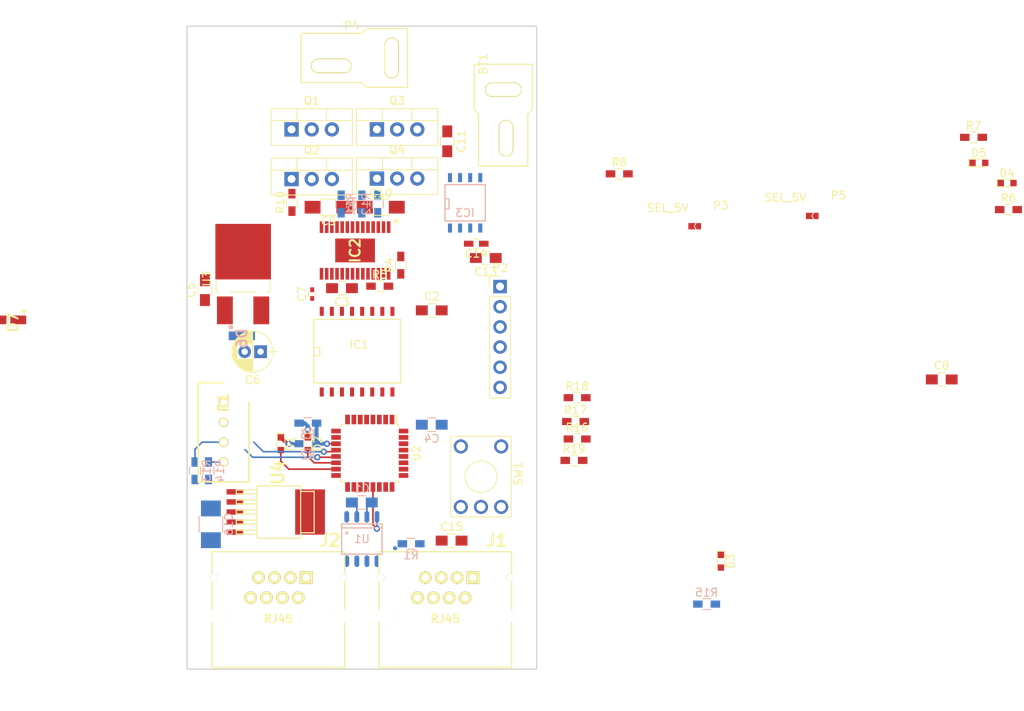
<source format=kicad_pcb>
(kicad_pcb (version 4) (host pcbnew 4.0.5)

  (general
    (links 167)
    (no_connects 152)
    (area 150.150002 23.699999 343.527401 115.200001)
    (thickness 1.6)
    (drawings 7)
    (tracks 47)
    (zones 0)
    (modules 61)
    (nets 75)
  )

  (page A4)
  (layers
    (0 F.Cu signal)
    (31 B.Cu signal)
    (32 B.Adhes user)
    (33 F.Adhes user)
    (34 B.Paste user)
    (35 F.Paste user)
    (36 B.SilkS user)
    (37 F.SilkS user)
    (38 B.Mask user)
    (39 F.Mask user)
    (40 Dwgs.User user)
    (41 Cmts.User user)
    (42 Eco1.User user)
    (43 Eco2.User user)
    (44 Edge.Cuts user)
    (45 Margin user)
    (46 B.CrtYd user)
    (47 F.CrtYd user)
    (48 B.Fab user)
    (49 F.Fab user)
  )

  (setup
    (last_trace_width 0.5)
    (user_trace_width 0.2032)
    (user_trace_width 1)
    (user_trace_width 3)
    (user_trace_width 5)
    (trace_clearance 0.1524)
    (zone_clearance 0.508)
    (zone_45_only no)
    (trace_min 0.2032)
    (segment_width 0.2)
    (edge_width 0.15)
    (via_size 0.8)
    (via_drill 0.4)
    (via_min_size 0.8)
    (via_min_drill 0.3)
    (uvia_size 0.3)
    (uvia_drill 0.1)
    (uvias_allowed no)
    (uvia_min_size 0)
    (uvia_min_drill 0)
    (pcb_text_width 0.3)
    (pcb_text_size 1.5 1.5)
    (mod_edge_width 0.15)
    (mod_text_size 1 1)
    (mod_text_width 0.15)
    (pad_size 1.524 1.524)
    (pad_drill 0.762)
    (pad_to_mask_clearance 0.2)
    (aux_axis_origin 0 0)
    (visible_elements 7FFFF7FF)
    (pcbplotparams
      (layerselection 0x00030_80000001)
      (usegerberextensions false)
      (excludeedgelayer true)
      (linewidth 0.100000)
      (plotframeref false)
      (viasonmask false)
      (mode 1)
      (useauxorigin false)
      (hpglpennumber 1)
      (hpglpenspeed 20)
      (hpglpendiameter 15)
      (hpglpenoverlay 2)
      (psnegative false)
      (psa4output false)
      (plotreference true)
      (plotvalue true)
      (plotinvisibletext false)
      (padsonsilk false)
      (subtractmaskfromsilk false)
      (outputformat 1)
      (mirror false)
      (drillshape 1)
      (scaleselection 1)
      (outputdirectory ""))
  )

  (net 0 "")
  (net 1 +24V)
  (net 2 GNDD)
  (net 3 +3V3)
  (net 4 GND)
  (net 5 /ADUM_VDD2)
  (net 6 /V5)
  (net 7 +5V)
  (net 8 PWM_H)
  (net 9 PWM_L)
  (net 10 PHASE)
  (net 11 "Net-(IC1-Pad6)")
  (net 12 "Net-(IC1-Pad11)")
  (net 13 "Net-(IC1-Pad12)")
  (net 14 "Net-(IC1-Pad13)")
  (net 15 "Net-(IC1-Pad14)")
  (net 16 "Net-(C13-Pad1)")
  (net 17 /Current)
  (net 18 "Net-(C14-Pad1)")
  (net 19 "Net-(IC2-Pad2)")
  (net 20 "Net-(J1-Pad7)")
  (net 21 +12V)
  (net 22 "Net-(J1-Pad8)")
  (net 23 "Net-(P2-Pad1)")
  (net 24 /SWCLK)
  (net 25 /SWDIO)
  (net 26 /NRST)
  (net 27 /SWO)
  (net 28 +5VL)
  (net 29 "Net-(Q1-Pad1)")
  (net 30 "Net-(C9-Pad2)")
  (net 31 "Net-(Q2-Pad1)")
  (net 32 "Net-(Q3-Pad1)")
  (net 33 "Net-(C10-Pad2)")
  (net 34 "Net-(Q4-Pad1)")
  (net 35 "Net-(R1-Pad1)")
  (net 36 "Net-(D1-Pad1)")
  (net 37 PWM)
  (net 38 "Net-(D2-Pad1)")
  (net 39 "Net-(IC2-Pad28)")
  (net 40 "Net-(D4-Pad2)")
  (net 41 "Net-(D5-Pad2)")
  (net 42 "Net-(IC2-Pad27)")
  (net 43 /ENC0_A)
  (net 44 /ENC0_B)
  (net 45 "Net-(D3-Pad2)")
  (net 46 "Net-(R16-Pad2)")
  (net 47 "Net-(R17-Pad2)")
  (net 48 "Net-(R18-Pad2)")
  (net 49 "Net-(R19-Pad2)")
  (net 50 /CAN_TXD)
  (net 51 "Net-(U1-Pad5)")
  (net 52 /CAN_RXD)
  (net 53 "Net-(U2-Pad2)")
  (net 54 "Net-(U2-Pad3)")
  (net 55 DIR[0])
  (net 56 DIR[1])
  (net 57 "Net-(U2-Pad18)")
  (net 58 "Net-(U2-Pad19)")
  (net 59 "Net-(U2-Pad20)")
  (net 60 "Net-(U2-Pad25)")
  (net 61 "Net-(U2-Pad31)")
  (net 62 "Net-(U4-Pad4)")
  (net 63 "Net-(IC2-Pad3)")
  (net 64 "Net-(IC2-Pad5)")
  (net 65 "Net-(C10-Pad1)")
  (net 66 "Net-(C8-Pad2)")
  (net 67 "Net-(C9-Pad1)")
  (net 68 "Net-(IC2-Pad10)")
  (net 69 "Net-(IC2-Pad12)")
  (net 70 "Net-(D7-Pad1)")
  (net 71 "Net-(C7-Pad1)")
  (net 72 "Net-(C7-Pad2)")
  (net 73 "Net-(IC2-Pad24)")
  (net 74 "Net-(U2-Pad10)")

  (net_class Default "これは標準のネット クラスです。"
    (clearance 0.1524)
    (trace_width 0.5)
    (via_dia 0.8)
    (via_drill 0.4)
    (uvia_dia 0.3)
    (uvia_drill 0.1)
    (add_net +12V)
    (add_net +24V)
    (add_net +3V3)
    (add_net +5V)
    (add_net +5VL)
    (add_net /ADUM_VDD2)
    (add_net /CAN_RXD)
    (add_net /CAN_TXD)
    (add_net /Current)
    (add_net /ENC0_A)
    (add_net /ENC0_B)
    (add_net /NRST)
    (add_net /SWCLK)
    (add_net /SWDIO)
    (add_net /SWO)
    (add_net /V5)
    (add_net DIR[0])
    (add_net DIR[1])
    (add_net GND)
    (add_net GNDD)
    (add_net "Net-(C10-Pad1)")
    (add_net "Net-(C10-Pad2)")
    (add_net "Net-(C13-Pad1)")
    (add_net "Net-(C14-Pad1)")
    (add_net "Net-(C7-Pad1)")
    (add_net "Net-(C7-Pad2)")
    (add_net "Net-(C8-Pad2)")
    (add_net "Net-(C9-Pad1)")
    (add_net "Net-(C9-Pad2)")
    (add_net "Net-(D1-Pad1)")
    (add_net "Net-(D2-Pad1)")
    (add_net "Net-(D3-Pad2)")
    (add_net "Net-(D4-Pad2)")
    (add_net "Net-(D5-Pad2)")
    (add_net "Net-(D7-Pad1)")
    (add_net "Net-(IC1-Pad11)")
    (add_net "Net-(IC1-Pad12)")
    (add_net "Net-(IC1-Pad13)")
    (add_net "Net-(IC1-Pad14)")
    (add_net "Net-(IC1-Pad6)")
    (add_net "Net-(IC2-Pad10)")
    (add_net "Net-(IC2-Pad12)")
    (add_net "Net-(IC2-Pad2)")
    (add_net "Net-(IC2-Pad24)")
    (add_net "Net-(IC2-Pad27)")
    (add_net "Net-(IC2-Pad28)")
    (add_net "Net-(IC2-Pad3)")
    (add_net "Net-(IC2-Pad5)")
    (add_net "Net-(J1-Pad7)")
    (add_net "Net-(J1-Pad8)")
    (add_net "Net-(P2-Pad1)")
    (add_net "Net-(Q1-Pad1)")
    (add_net "Net-(Q2-Pad1)")
    (add_net "Net-(Q3-Pad1)")
    (add_net "Net-(Q4-Pad1)")
    (add_net "Net-(R1-Pad1)")
    (add_net "Net-(R16-Pad2)")
    (add_net "Net-(R17-Pad2)")
    (add_net "Net-(R18-Pad2)")
    (add_net "Net-(R19-Pad2)")
    (add_net "Net-(U1-Pad5)")
    (add_net "Net-(U2-Pad10)")
    (add_net "Net-(U2-Pad18)")
    (add_net "Net-(U2-Pad19)")
    (add_net "Net-(U2-Pad2)")
    (add_net "Net-(U2-Pad20)")
    (add_net "Net-(U2-Pad25)")
    (add_net "Net-(U2-Pad3)")
    (add_net "Net-(U2-Pad31)")
    (add_net "Net-(U4-Pad4)")
    (add_net PHASE)
    (add_net PWM)
    (add_net PWM_H)
    (add_net PWM_L)
  )

  (module Capacitors_SMD:C_0805_HandSoldering (layer B.Cu) (tedit 58AA84A8) (tstamp 58CFEB38)
    (at 260 87 180)
    (descr "Capacitor SMD 0805, hand soldering")
    (tags "capacitor 0805")
    (path /58261A14)
    (attr smd)
    (fp_text reference C1 (at 0 1.75 180) (layer B.SilkS)
      (effects (font (size 1 1) (thickness 0.15)) (justify mirror))
    )
    (fp_text value 0.1u (at 0 -1.75 180) (layer B.Fab)
      (effects (font (size 1 1) (thickness 0.15)) (justify mirror))
    )
    (fp_text user %R (at 0 1.75 180) (layer B.Fab)
      (effects (font (size 1 1) (thickness 0.15)) (justify mirror))
    )
    (fp_line (start -1 -0.62) (end -1 0.62) (layer B.Fab) (width 0.1))
    (fp_line (start 1 -0.62) (end -1 -0.62) (layer B.Fab) (width 0.1))
    (fp_line (start 1 0.62) (end 1 -0.62) (layer B.Fab) (width 0.1))
    (fp_line (start -1 0.62) (end 1 0.62) (layer B.Fab) (width 0.1))
    (fp_line (start 0.5 0.85) (end -0.5 0.85) (layer B.SilkS) (width 0.12))
    (fp_line (start -0.5 -0.85) (end 0.5 -0.85) (layer B.SilkS) (width 0.12))
    (fp_line (start -2.25 0.88) (end 2.25 0.88) (layer B.CrtYd) (width 0.05))
    (fp_line (start -2.25 0.88) (end -2.25 -0.87) (layer B.CrtYd) (width 0.05))
    (fp_line (start 2.25 -0.87) (end 2.25 0.88) (layer B.CrtYd) (width 0.05))
    (fp_line (start 2.25 -0.87) (end -2.25 -0.87) (layer B.CrtYd) (width 0.05))
    (pad 1 smd rect (at -1.25 0 180) (size 1.5 1.25) (layers B.Cu B.Paste B.Mask)
      (net 3 +3V3))
    (pad 2 smd rect (at 1.25 0 180) (size 1.5 1.25) (layers B.Cu B.Paste B.Mask)
      (net 4 GND))
    (model Capacitors_SMD.3dshapes/C_0805.wrl
      (at (xyz 0 0 0))
      (scale (xyz 1 1 1))
      (rotate (xyz 0 0 0))
    )
  )

  (module Capacitors_SMD:C_0805_HandSoldering (layer F.Cu) (tedit 58AA84A8) (tstamp 58CFEB3E)
    (at 268.8 62.8)
    (descr "Capacitor SMD 0805, hand soldering")
    (tags "capacitor 0805")
    (path /581E3864)
    (attr smd)
    (fp_text reference C2 (at 0 -1.75) (layer F.SilkS)
      (effects (font (size 1 1) (thickness 0.15)))
    )
    (fp_text value 0.1u (at 0 1.75) (layer F.Fab)
      (effects (font (size 1 1) (thickness 0.15)))
    )
    (fp_text user %R (at 0 -1.75) (layer F.Fab)
      (effects (font (size 1 1) (thickness 0.15)))
    )
    (fp_line (start -1 0.62) (end -1 -0.62) (layer F.Fab) (width 0.1))
    (fp_line (start 1 0.62) (end -1 0.62) (layer F.Fab) (width 0.1))
    (fp_line (start 1 -0.62) (end 1 0.62) (layer F.Fab) (width 0.1))
    (fp_line (start -1 -0.62) (end 1 -0.62) (layer F.Fab) (width 0.1))
    (fp_line (start 0.5 -0.85) (end -0.5 -0.85) (layer F.SilkS) (width 0.12))
    (fp_line (start -0.5 0.85) (end 0.5 0.85) (layer F.SilkS) (width 0.12))
    (fp_line (start -2.25 -0.88) (end 2.25 -0.88) (layer F.CrtYd) (width 0.05))
    (fp_line (start -2.25 -0.88) (end -2.25 0.87) (layer F.CrtYd) (width 0.05))
    (fp_line (start 2.25 0.87) (end 2.25 -0.88) (layer F.CrtYd) (width 0.05))
    (fp_line (start 2.25 0.87) (end -2.25 0.87) (layer F.CrtYd) (width 0.05))
    (pad 1 smd rect (at -1.25 0) (size 1.5 1.25) (layers F.Cu F.Paste F.Mask)
      (net 5 /ADUM_VDD2))
    (pad 2 smd rect (at 1.25 0) (size 1.5 1.25) (layers F.Cu F.Paste F.Mask)
      (net 2 GNDD))
    (model Capacitors_SMD.3dshapes/C_0805.wrl
      (at (xyz 0 0 0))
      (scale (xyz 1 1 1))
      (rotate (xyz 0 0 0))
    )
  )

  (module Capacitors_SMD:C_0805_HandSoldering (layer F.Cu) (tedit 58AA84A8) (tstamp 58CFEB44)
    (at 257.5 60 180)
    (descr "Capacitor SMD 0805, hand soldering")
    (tags "capacitor 0805")
    (path /581EB5CE)
    (attr smd)
    (fp_text reference C3 (at 0 -1.75 180) (layer F.SilkS)
      (effects (font (size 1 1) (thickness 0.15)))
    )
    (fp_text value 0.1u (at 0 1.75 180) (layer F.Fab)
      (effects (font (size 1 1) (thickness 0.15)))
    )
    (fp_text user %R (at 0 -1.75 180) (layer F.Fab)
      (effects (font (size 1 1) (thickness 0.15)))
    )
    (fp_line (start -1 0.62) (end -1 -0.62) (layer F.Fab) (width 0.1))
    (fp_line (start 1 0.62) (end -1 0.62) (layer F.Fab) (width 0.1))
    (fp_line (start 1 -0.62) (end 1 0.62) (layer F.Fab) (width 0.1))
    (fp_line (start -1 -0.62) (end 1 -0.62) (layer F.Fab) (width 0.1))
    (fp_line (start 0.5 -0.85) (end -0.5 -0.85) (layer F.SilkS) (width 0.12))
    (fp_line (start -0.5 0.85) (end 0.5 0.85) (layer F.SilkS) (width 0.12))
    (fp_line (start -2.25 -0.88) (end 2.25 -0.88) (layer F.CrtYd) (width 0.05))
    (fp_line (start -2.25 -0.88) (end -2.25 0.87) (layer F.CrtYd) (width 0.05))
    (fp_line (start 2.25 0.87) (end 2.25 -0.88) (layer F.CrtYd) (width 0.05))
    (fp_line (start 2.25 0.87) (end -2.25 0.87) (layer F.CrtYd) (width 0.05))
    (pad 1 smd rect (at -1.25 0 180) (size 1.5 1.25) (layers F.Cu F.Paste F.Mask)
      (net 6 /V5))
    (pad 2 smd rect (at 1.25 0 180) (size 1.5 1.25) (layers F.Cu F.Paste F.Mask)
      (net 2 GNDD))
    (model Capacitors_SMD.3dshapes/C_0805.wrl
      (at (xyz 0 0 0))
      (scale (xyz 1 1 1))
      (rotate (xyz 0 0 0))
    )
  )

  (module Capacitors_SMD:C_0805_HandSoldering (layer B.Cu) (tedit 58AA84A8) (tstamp 58CFEB4A)
    (at 268.8 77.2)
    (descr "Capacitor SMD 0805, hand soldering")
    (tags "capacitor 0805")
    (path /5825BA69)
    (attr smd)
    (fp_text reference C4 (at 0 1.75) (layer B.SilkS)
      (effects (font (size 1 1) (thickness 0.15)) (justify mirror))
    )
    (fp_text value 0.1u (at 0 -1.75) (layer B.Fab)
      (effects (font (size 1 1) (thickness 0.15)) (justify mirror))
    )
    (fp_text user %R (at 0 1.75) (layer B.Fab)
      (effects (font (size 1 1) (thickness 0.15)) (justify mirror))
    )
    (fp_line (start -1 -0.62) (end -1 0.62) (layer B.Fab) (width 0.1))
    (fp_line (start 1 -0.62) (end -1 -0.62) (layer B.Fab) (width 0.1))
    (fp_line (start 1 0.62) (end 1 -0.62) (layer B.Fab) (width 0.1))
    (fp_line (start -1 0.62) (end 1 0.62) (layer B.Fab) (width 0.1))
    (fp_line (start 0.5 0.85) (end -0.5 0.85) (layer B.SilkS) (width 0.12))
    (fp_line (start -0.5 -0.85) (end 0.5 -0.85) (layer B.SilkS) (width 0.12))
    (fp_line (start -2.25 0.88) (end 2.25 0.88) (layer B.CrtYd) (width 0.05))
    (fp_line (start -2.25 0.88) (end -2.25 -0.87) (layer B.CrtYd) (width 0.05))
    (fp_line (start 2.25 -0.87) (end 2.25 0.88) (layer B.CrtYd) (width 0.05))
    (fp_line (start 2.25 -0.87) (end -2.25 -0.87) (layer B.CrtYd) (width 0.05))
    (pad 1 smd rect (at -1.25 0) (size 1.5 1.25) (layers B.Cu B.Paste B.Mask)
      (net 3 +3V3))
    (pad 2 smd rect (at 1.25 0) (size 1.5 1.25) (layers B.Cu B.Paste B.Mask)
      (net 4 GND))
    (model Capacitors_SMD.3dshapes/C_0805.wrl
      (at (xyz 0 0 0))
      (scale (xyz 1 1 1))
      (rotate (xyz 0 0 0))
    )
  )

  (module Capacitors_SMD:C_0805_HandSoldering (layer F.Cu) (tedit 58AA84A8) (tstamp 58CFEB50)
    (at 240.25 60.25 90)
    (descr "Capacitor SMD 0805, hand soldering")
    (tags "capacitor 0805")
    (path /581DFDD3)
    (attr smd)
    (fp_text reference C5 (at 0 -1.75 90) (layer F.SilkS)
      (effects (font (size 1 1) (thickness 0.15)))
    )
    (fp_text value 0.1u (at 0 1.75 90) (layer F.Fab)
      (effects (font (size 1 1) (thickness 0.15)))
    )
    (fp_text user %R (at 0 -1.75 90) (layer F.Fab)
      (effects (font (size 1 1) (thickness 0.15)))
    )
    (fp_line (start -1 0.62) (end -1 -0.62) (layer F.Fab) (width 0.1))
    (fp_line (start 1 0.62) (end -1 0.62) (layer F.Fab) (width 0.1))
    (fp_line (start 1 -0.62) (end 1 0.62) (layer F.Fab) (width 0.1))
    (fp_line (start -1 -0.62) (end 1 -0.62) (layer F.Fab) (width 0.1))
    (fp_line (start 0.5 -0.85) (end -0.5 -0.85) (layer F.SilkS) (width 0.12))
    (fp_line (start -0.5 0.85) (end 0.5 0.85) (layer F.SilkS) (width 0.12))
    (fp_line (start -2.25 -0.88) (end 2.25 -0.88) (layer F.CrtYd) (width 0.05))
    (fp_line (start -2.25 -0.88) (end -2.25 0.87) (layer F.CrtYd) (width 0.05))
    (fp_line (start 2.25 0.87) (end 2.25 -0.88) (layer F.CrtYd) (width 0.05))
    (fp_line (start 2.25 0.87) (end -2.25 0.87) (layer F.CrtYd) (width 0.05))
    (pad 1 smd rect (at -1.25 0 90) (size 1.5 1.25) (layers F.Cu F.Paste F.Mask)
      (net 1 +24V))
    (pad 2 smd rect (at 1.25 0 90) (size 1.5 1.25) (layers F.Cu F.Paste F.Mask)
      (net 2 GNDD))
    (model Capacitors_SMD.3dshapes/C_0805.wrl
      (at (xyz 0 0 0))
      (scale (xyz 1 1 1))
      (rotate (xyz 0 0 0))
    )
  )

  (module Capacitors_SMD:C_0805_HandSoldering (layer F.Cu) (tedit 58AA84A8) (tstamp 58CFEB56)
    (at 271.3 91.8)
    (descr "Capacitor SMD 0805, hand soldering")
    (tags "capacitor 0805")
    (path /58D1854B)
    (attr smd)
    (fp_text reference C15 (at 0 -1.75) (layer F.SilkS)
      (effects (font (size 1 1) (thickness 0.15)))
    )
    (fp_text value 0.1u (at 0 1.75) (layer F.Fab)
      (effects (font (size 1 1) (thickness 0.15)))
    )
    (fp_text user %R (at 0 -1.75) (layer F.Fab)
      (effects (font (size 1 1) (thickness 0.15)))
    )
    (fp_line (start -1 0.62) (end -1 -0.62) (layer F.Fab) (width 0.1))
    (fp_line (start 1 0.62) (end -1 0.62) (layer F.Fab) (width 0.1))
    (fp_line (start 1 -0.62) (end 1 0.62) (layer F.Fab) (width 0.1))
    (fp_line (start -1 -0.62) (end 1 -0.62) (layer F.Fab) (width 0.1))
    (fp_line (start 0.5 -0.85) (end -0.5 -0.85) (layer F.SilkS) (width 0.12))
    (fp_line (start -0.5 0.85) (end 0.5 0.85) (layer F.SilkS) (width 0.12))
    (fp_line (start -2.25 -0.88) (end 2.25 -0.88) (layer F.CrtYd) (width 0.05))
    (fp_line (start -2.25 -0.88) (end -2.25 0.87) (layer F.CrtYd) (width 0.05))
    (fp_line (start 2.25 0.87) (end 2.25 -0.88) (layer F.CrtYd) (width 0.05))
    (fp_line (start 2.25 0.87) (end -2.25 0.87) (layer F.CrtYd) (width 0.05))
    (pad 1 smd rect (at -1.25 0) (size 1.5 1.25) (layers F.Cu F.Paste F.Mask)
      (net 7 +5V))
    (pad 2 smd rect (at 1.25 0) (size 1.5 1.25) (layers F.Cu F.Paste F.Mask)
      (net 3 +3V3))
    (model Capacitors_SMD.3dshapes/C_0805.wrl
      (at (xyz 0 0 0))
      (scale (xyz 1 1 1))
      (rotate (xyz 0 0 0))
    )
  )

  (module SMD_Packages:SO-16-W (layer F.Cu) (tedit 0) (tstamp 58CFEB70)
    (at 259.4 68)
    (descr "Module CMS SOJ 16 pins tres large")
    (tags "CMS SOJ")
    (path /581AB12A)
    (attr smd)
    (fp_text reference IC1 (at 0.254 -0.889) (layer F.SilkS)
      (effects (font (size 1 1) (thickness 0.15)))
    )
    (fp_text value ADUM1310 (at 0.127 2.286) (layer F.Fab)
      (effects (font (size 1 1) (thickness 0.15)))
    )
    (fp_line (start -5.461 3.937) (end -5.461 -4.064) (layer F.SilkS) (width 0.15))
    (fp_line (start 5.461 -4.064) (end 5.461 3.937) (layer F.SilkS) (width 0.15))
    (fp_line (start -5.461 -4.064) (end 5.461 -4.064) (layer F.SilkS) (width 0.15))
    (fp_line (start 5.461 3.937) (end -5.461 3.937) (layer F.SilkS) (width 0.15))
    (fp_line (start -5.461 -0.508) (end -4.699 -0.508) (layer F.SilkS) (width 0.15))
    (fp_line (start -4.699 -0.508) (end -4.699 0.508) (layer F.SilkS) (width 0.15))
    (fp_line (start -4.699 0.508) (end -5.461 0.508) (layer F.SilkS) (width 0.15))
    (pad 1 smd rect (at -4.445 5.08) (size 0.508 1.143) (layers F.Cu F.Paste F.Mask)
      (net 7 +5V))
    (pad 2 smd rect (at -3.175 5.08) (size 0.508 1.143) (layers F.Cu F.Paste F.Mask)
      (net 4 GND))
    (pad 3 smd rect (at -1.905 5.08) (size 0.508 1.143) (layers F.Cu F.Paste F.Mask)
      (net 10 PHASE))
    (pad 4 smd rect (at -0.635 5.08) (size 0.508 1.143) (layers F.Cu F.Paste F.Mask)
      (net 9 PWM_L))
    (pad 5 smd rect (at 0.635 5.08) (size 0.508 1.143) (layers F.Cu F.Paste F.Mask)
      (net 8 PWM_H))
    (pad 6 smd rect (at 1.905 5.08) (size 0.508 1.143) (layers F.Cu F.Paste F.Mask)
      (net 11 "Net-(IC1-Pad6)"))
    (pad 7 smd rect (at 3.175 5.08) (size 0.508 1.143) (layers F.Cu F.Paste F.Mask)
      (net 4 GND))
    (pad 8 smd rect (at 4.445 5.08) (size 0.508 1.143) (layers F.Cu F.Paste F.Mask)
      (net 4 GND))
    (pad 9 smd rect (at 4.445 -5.08) (size 0.508 1.143) (layers F.Cu F.Paste F.Mask)
      (net 2 GNDD))
    (pad 10 smd rect (at 3.175 -5.08) (size 0.508 1.143) (layers F.Cu F.Paste F.Mask)
      (net 2 GNDD))
    (pad 11 smd rect (at 1.905 -5.08) (size 0.508 1.143) (layers F.Cu F.Paste F.Mask)
      (net 12 "Net-(IC1-Pad11)"))
    (pad 12 smd rect (at 0.635 -5.08) (size 0.508 1.143) (layers F.Cu F.Paste F.Mask)
      (net 13 "Net-(IC1-Pad12)"))
    (pad 13 smd rect (at -0.635 -5.08) (size 0.508 1.143) (layers F.Cu F.Paste F.Mask)
      (net 14 "Net-(IC1-Pad13)"))
    (pad 14 smd rect (at -1.905 -5.08) (size 0.508 1.143) (layers F.Cu F.Paste F.Mask)
      (net 15 "Net-(IC1-Pad14)"))
    (pad 15 smd rect (at -3.175 -5.08) (size 0.508 1.143) (layers F.Cu F.Paste F.Mask)
      (net 2 GNDD))
    (pad 16 smd rect (at -4.445 -5.08) (size 0.508 1.143) (layers F.Cu F.Paste F.Mask)
      (net 5 /ADUM_VDD2))
    (model SMD_Packages.3dshapes/SO-16-W.wrl
      (at (xyz 0 0 0))
      (scale (xyz 0.5 0.6 0.5))
      (rotate (xyz 0 0 0))
    )
  )

  (module SMD_Packages:SOIC-8-N (layer B.Cu) (tedit 0) (tstamp 58CFEB7C)
    (at 273 49.25)
    (descr "Module Narrow CMS SOJ 8 pins large")
    (tags "CMS SOJ")
    (path /58ABCD39)
    (attr smd)
    (fp_text reference IC3 (at 0 1.27) (layer B.SilkS)
      (effects (font (size 1 1) (thickness 0.15)) (justify mirror))
    )
    (fp_text value ACS715 (at 0 -1.27) (layer B.Fab)
      (effects (font (size 1 1) (thickness 0.15)) (justify mirror))
    )
    (fp_line (start -2.54 2.286) (end 2.54 2.286) (layer B.SilkS) (width 0.15))
    (fp_line (start 2.54 2.286) (end 2.54 -2.286) (layer B.SilkS) (width 0.15))
    (fp_line (start 2.54 -2.286) (end -2.54 -2.286) (layer B.SilkS) (width 0.15))
    (fp_line (start -2.54 -2.286) (end -2.54 2.286) (layer B.SilkS) (width 0.15))
    (fp_line (start -2.54 0.762) (end -2.032 0.762) (layer B.SilkS) (width 0.15))
    (fp_line (start -2.032 0.762) (end -2.032 -0.508) (layer B.SilkS) (width 0.15))
    (fp_line (start -2.032 -0.508) (end -2.54 -0.508) (layer B.SilkS) (width 0.15))
    (pad 8 smd rect (at -1.905 3.175) (size 0.508 1.143) (layers B.Cu B.Paste B.Mask)
      (net 16 "Net-(C13-Pad1)"))
    (pad 7 smd rect (at -0.635 3.175) (size 0.508 1.143) (layers B.Cu B.Paste B.Mask)
      (net 17 /Current))
    (pad 6 smd rect (at 0.635 3.175) (size 0.508 1.143) (layers B.Cu B.Paste B.Mask)
      (net 18 "Net-(C14-Pad1)"))
    (pad 5 smd rect (at 1.905 3.175) (size 0.508 1.143) (layers B.Cu B.Paste B.Mask)
      (net 4 GND))
    (pad 4 smd rect (at 1.905 -3.175) (size 0.508 1.143) (layers B.Cu B.Paste B.Mask)
      (net 2 GNDD))
    (pad 3 smd rect (at 0.635 -3.175) (size 0.508 1.143) (layers B.Cu B.Paste B.Mask)
      (net 2 GNDD))
    (pad 2 smd rect (at -0.635 -3.175) (size 0.508 1.143) (layers B.Cu B.Paste B.Mask)
      (net 19 "Net-(IC2-Pad2)"))
    (pad 1 smd rect (at -1.905 -3.175) (size 0.508 1.143) (layers B.Cu B.Paste B.Mask)
      (net 19 "Net-(IC2-Pad2)"))
    (model SMD_Packages.3dshapes/SOIC-8-N.wrl
      (at (xyz 0 0 0))
      (scale (xyz 0.5 0.38 0.5))
      (rotate (xyz 0 0 0))
    )
  )

  (module YASU:7810-8P8C (layer F.Cu) (tedit 560CD89B) (tstamp 58CFEB8C)
    (at 270.5 99)
    (tags RJ45)
    (path /581ABC08)
    (fp_text reference J1 (at 6.477 -7.239) (layer F.SilkS)
      (effects (font (thickness 0.3048)))
    )
    (fp_text value RJ45 (at 0 2.667) (layer F.SilkS)
      (effects (font (size 1.00076 1.00076) (thickness 0.2032)))
    )
    (fp_line (start -8.35 8.8) (end -8.35 -5.8) (layer F.SilkS) (width 0.15))
    (fp_line (start -8.35 -5.8) (end 8.35 -5.8) (layer F.SilkS) (width 0.15))
    (fp_line (start 8.35 -5.8) (end 8.35 8.8) (layer F.SilkS) (width 0.15))
    (fp_line (start 8.35 8.8) (end -8.35 8.8) (layer F.SilkS) (width 0.15))
    (pad "" np_thru_hole circle (at -7.4 2.3) (size 2.4 2.4) (drill 2.4) (layers *.Cu *.Mask F.SilkS))
    (pad "" np_thru_hole circle (at 7.4 2.3) (size 2.4 2.4) (drill 2.4) (layers *.Cu *.Mask F.SilkS))
    (pad "" thru_hole circle (at -8.125 -2.54) (size 0.9 0.9) (drill 0.9) (layers *.Cu *.Mask F.SilkS))
    (pad "" thru_hole circle (at 8.125 -2.54) (size 0.9 0.9) (drill 0.9) (layers *.Cu *.Mask F.SilkS))
    (pad 7 thru_hole circle (at -2.5 -2.54) (size 1.6 1.6) (drill 0.9) (layers *.Cu *.Mask F.SilkS)
      (net 20 "Net-(J1-Pad7)"))
    (pad 5 thru_hole circle (at -0.5 -2.54) (size 1.6 1.6) (drill 0.9) (layers *.Cu *.Mask F.SilkS)
      (net 4 GND))
    (pad 3 thru_hole circle (at 1.5 -2.54) (size 1.6 1.6) (drill 0.9) (layers *.Cu *.Mask F.SilkS)
      (net 7 +5V))
    (pad 1 thru_hole rect (at 3.5 -2.54) (size 1.6 1.6) (drill 0.9) (layers *.Cu *.Mask F.SilkS)
      (net 21 +12V))
    (pad 8 thru_hole circle (at -3.5 0) (size 1.6 1.6) (drill 0.9) (layers *.Cu *.Mask F.SilkS)
      (net 22 "Net-(J1-Pad8)"))
    (pad 6 thru_hole circle (at -1.5 0) (size 1.6 1.6) (drill 0.9) (layers *.Cu *.Mask F.SilkS)
      (net 4 GND))
    (pad 4 thru_hole circle (at 0.5 0) (size 1.6 1.6) (drill 0.9) (layers *.Cu *.Mask F.SilkS)
      (net 7 +5V))
    (pad 2 thru_hole circle (at 2.5 0) (size 1.6 1.6) (drill 0.9) (layers *.Cu *.Mask F.SilkS)
      (net 21 +12V))
    (model connectors/RJ45_8.wrl
      (at (xyz 0 0 0))
      (scale (xyz 0.4 0.4 0.4))
      (rotate (xyz 0 0 0))
    )
  )

  (module YASU:7810-8P8C (layer F.Cu) (tedit 560CD89B) (tstamp 58CFEB9C)
    (at 249.5 99)
    (tags RJ45)
    (path /581ACA3D)
    (fp_text reference J2 (at 6.477 -7.239) (layer F.SilkS)
      (effects (font (thickness 0.3048)))
    )
    (fp_text value RJ45 (at 0 2.667) (layer F.SilkS)
      (effects (font (size 1.00076 1.00076) (thickness 0.2032)))
    )
    (fp_line (start -8.35 8.8) (end -8.35 -5.8) (layer F.SilkS) (width 0.15))
    (fp_line (start -8.35 -5.8) (end 8.35 -5.8) (layer F.SilkS) (width 0.15))
    (fp_line (start 8.35 -5.8) (end 8.35 8.8) (layer F.SilkS) (width 0.15))
    (fp_line (start 8.35 8.8) (end -8.35 8.8) (layer F.SilkS) (width 0.15))
    (pad "" np_thru_hole circle (at -7.4 2.3) (size 2.4 2.4) (drill 2.4) (layers *.Cu *.Mask F.SilkS))
    (pad "" np_thru_hole circle (at 7.4 2.3) (size 2.4 2.4) (drill 2.4) (layers *.Cu *.Mask F.SilkS))
    (pad "" thru_hole circle (at -8.125 -2.54) (size 0.9 0.9) (drill 0.9) (layers *.Cu *.Mask F.SilkS))
    (pad "" thru_hole circle (at 8.125 -2.54) (size 0.9 0.9) (drill 0.9) (layers *.Cu *.Mask F.SilkS))
    (pad 7 thru_hole circle (at -2.5 -2.54) (size 1.6 1.6) (drill 0.9) (layers *.Cu *.Mask F.SilkS)
      (net 20 "Net-(J1-Pad7)"))
    (pad 5 thru_hole circle (at -0.5 -2.54) (size 1.6 1.6) (drill 0.9) (layers *.Cu *.Mask F.SilkS)
      (net 4 GND))
    (pad 3 thru_hole circle (at 1.5 -2.54) (size 1.6 1.6) (drill 0.9) (layers *.Cu *.Mask F.SilkS)
      (net 7 +5V))
    (pad 1 thru_hole rect (at 3.5 -2.54) (size 1.6 1.6) (drill 0.9) (layers *.Cu *.Mask F.SilkS)
      (net 21 +12V))
    (pad 8 thru_hole circle (at -3.5 0) (size 1.6 1.6) (drill 0.9) (layers *.Cu *.Mask F.SilkS)
      (net 22 "Net-(J1-Pad8)"))
    (pad 6 thru_hole circle (at -1.5 0) (size 1.6 1.6) (drill 0.9) (layers *.Cu *.Mask F.SilkS)
      (net 4 GND))
    (pad 4 thru_hole circle (at 0.5 0) (size 1.6 1.6) (drill 0.9) (layers *.Cu *.Mask F.SilkS)
      (net 7 +5V))
    (pad 2 thru_hole circle (at 2.5 0) (size 1.6 1.6) (drill 0.9) (layers *.Cu *.Mask F.SilkS)
      (net 21 +12V))
    (model connectors/RJ45_8.wrl
      (at (xyz 0 0 0))
      (scale (xyz 0.4 0.4 0.4))
      (rotate (xyz 0 0 0))
    )
  )

  (module Socket_Strips:Socket_Strip_Straight_1x06_Pitch2.54mm (layer F.Cu) (tedit 58CD5446) (tstamp 58CFEBA6)
    (at 277.4 59.8)
    (descr "Through hole straight socket strip, 1x06, 2.54mm pitch, single row")
    (tags "Through hole socket strip THT 1x06 2.54mm single row")
    (path /5824EC47)
    (fp_text reference P2 (at 0 -2.33) (layer F.SilkS)
      (effects (font (size 1 1) (thickness 0.15)))
    )
    (fp_text value ST-LINK (at 0 15.03) (layer F.Fab)
      (effects (font (size 1 1) (thickness 0.15)))
    )
    (fp_line (start -1.27 -1.27) (end -1.27 13.97) (layer F.Fab) (width 0.1))
    (fp_line (start -1.27 13.97) (end 1.27 13.97) (layer F.Fab) (width 0.1))
    (fp_line (start 1.27 13.97) (end 1.27 -1.27) (layer F.Fab) (width 0.1))
    (fp_line (start 1.27 -1.27) (end -1.27 -1.27) (layer F.Fab) (width 0.1))
    (fp_line (start -1.33 1.27) (end -1.33 14.03) (layer F.SilkS) (width 0.12))
    (fp_line (start -1.33 14.03) (end 1.33 14.03) (layer F.SilkS) (width 0.12))
    (fp_line (start 1.33 14.03) (end 1.33 1.27) (layer F.SilkS) (width 0.12))
    (fp_line (start 1.33 1.27) (end -1.33 1.27) (layer F.SilkS) (width 0.12))
    (fp_line (start -1.33 0) (end -1.33 -1.33) (layer F.SilkS) (width 0.12))
    (fp_line (start -1.33 -1.33) (end 0 -1.33) (layer F.SilkS) (width 0.12))
    (fp_line (start -1.8 -1.8) (end -1.8 14.5) (layer F.CrtYd) (width 0.05))
    (fp_line (start -1.8 14.5) (end 1.8 14.5) (layer F.CrtYd) (width 0.05))
    (fp_line (start 1.8 14.5) (end 1.8 -1.8) (layer F.CrtYd) (width 0.05))
    (fp_line (start 1.8 -1.8) (end -1.8 -1.8) (layer F.CrtYd) (width 0.05))
    (fp_text user %R (at 0 -2.33) (layer F.Fab)
      (effects (font (size 1 1) (thickness 0.15)))
    )
    (pad 1 thru_hole rect (at 0 0) (size 1.7 1.7) (drill 1) (layers *.Cu *.Mask)
      (net 23 "Net-(P2-Pad1)"))
    (pad 2 thru_hole oval (at 0 2.54) (size 1.7 1.7) (drill 1) (layers *.Cu *.Mask)
      (net 24 /SWCLK))
    (pad 3 thru_hole oval (at 0 5.08) (size 1.7 1.7) (drill 1) (layers *.Cu *.Mask)
      (net 4 GND))
    (pad 4 thru_hole oval (at 0 7.62) (size 1.7 1.7) (drill 1) (layers *.Cu *.Mask)
      (net 25 /SWDIO))
    (pad 5 thru_hole oval (at 0 10.16) (size 1.7 1.7) (drill 1) (layers *.Cu *.Mask)
      (net 26 /NRST))
    (pad 6 thru_hole oval (at 0 12.7) (size 1.7 1.7) (drill 1) (layers *.Cu *.Mask)
      (net 27 /SWO))
    (model ${KISYS3DMOD}/Socket_Strips.3dshapes/Socket_Strip_Straight_1x06_Pitch2.54mm.wrl
      (at (xyz 0 -0.25 0))
      (scale (xyz 1 1 1))
      (rotate (xyz 0 0 270))
    )
  )

  (module TO_SOT_Packages_THT:TO-220_Vertical (layer F.Cu) (tedit 58CE52AD) (tstamp 58CFEBBF)
    (at 251.15 40)
    (descr "TO-220, Vertical, RM 2.54mm")
    (tags "TO-220 Vertical RM 2.54mm")
    (path /581AAAEE)
    (fp_text reference Q1 (at 2.54 -3.62) (layer F.SilkS)
      (effects (font (size 1 1) (thickness 0.15)))
    )
    (fp_text value TK100E06N1 (at 2.54 3.92) (layer F.Fab)
      (effects (font (size 1 1) (thickness 0.15)))
    )
    (fp_text user %R (at 2.54 -3.62) (layer F.Fab)
      (effects (font (size 1 1) (thickness 0.15)))
    )
    (fp_line (start -2.46 -2.5) (end -2.46 1.9) (layer F.Fab) (width 0.1))
    (fp_line (start -2.46 1.9) (end 7.54 1.9) (layer F.Fab) (width 0.1))
    (fp_line (start 7.54 1.9) (end 7.54 -2.5) (layer F.Fab) (width 0.1))
    (fp_line (start 7.54 -2.5) (end -2.46 -2.5) (layer F.Fab) (width 0.1))
    (fp_line (start -2.46 -1.23) (end 7.54 -1.23) (layer F.Fab) (width 0.1))
    (fp_line (start 0.69 -2.5) (end 0.69 -1.23) (layer F.Fab) (width 0.1))
    (fp_line (start 4.39 -2.5) (end 4.39 -1.23) (layer F.Fab) (width 0.1))
    (fp_line (start -2.58 -2.62) (end 7.66 -2.62) (layer F.SilkS) (width 0.12))
    (fp_line (start -2.58 2.021) (end 7.66 2.021) (layer F.SilkS) (width 0.12))
    (fp_line (start -2.58 -2.62) (end -2.58 2.021) (layer F.SilkS) (width 0.12))
    (fp_line (start 7.66 -2.62) (end 7.66 2.021) (layer F.SilkS) (width 0.12))
    (fp_line (start -2.58 -1.11) (end 7.66 -1.11) (layer F.SilkS) (width 0.12))
    (fp_line (start 0.69 -2.62) (end 0.69 -1.11) (layer F.SilkS) (width 0.12))
    (fp_line (start 4.391 -2.62) (end 4.391 -1.11) (layer F.SilkS) (width 0.12))
    (fp_line (start -2.71 -2.75) (end -2.71 2.16) (layer F.CrtYd) (width 0.05))
    (fp_line (start -2.71 2.16) (end 7.79 2.16) (layer F.CrtYd) (width 0.05))
    (fp_line (start 7.79 2.16) (end 7.79 -2.75) (layer F.CrtYd) (width 0.05))
    (fp_line (start 7.79 -2.75) (end -2.71 -2.75) (layer F.CrtYd) (width 0.05))
    (pad 1 thru_hole rect (at 0 0) (size 1.8 1.8) (drill 1) (layers *.Cu *.Mask)
      (net 29 "Net-(Q1-Pad1)"))
    (pad 2 thru_hole oval (at 2.54 0) (size 1.8 1.8) (drill 1) (layers *.Cu *.Mask)
      (net 1 +24V))
    (pad 3 thru_hole oval (at 5.08 0) (size 1.8 1.8) (drill 1) (layers *.Cu *.Mask)
      (net 30 "Net-(C9-Pad2)"))
    (model ${KISYS3DMOD}/TO_SOT_Packages_THT.3dshapes/TO-220_Vertical.wrl
      (at (xyz 0.1 0 0))
      (scale (xyz 0.393701 0.393701 0.393701))
      (rotate (xyz 0 0 0))
    )
  )

  (module TO_SOT_Packages_THT:TO-220_Vertical (layer F.Cu) (tedit 58CE52AD) (tstamp 58CFEBC6)
    (at 251.15 46.25)
    (descr "TO-220, Vertical, RM 2.54mm")
    (tags "TO-220 Vertical RM 2.54mm")
    (path /581AAC7D)
    (fp_text reference Q2 (at 2.54 -3.62) (layer F.SilkS)
      (effects (font (size 1 1) (thickness 0.15)))
    )
    (fp_text value TK100E06N1 (at 2.54 3.92) (layer F.Fab)
      (effects (font (size 1 1) (thickness 0.15)))
    )
    (fp_text user %R (at 2.54 -3.62) (layer F.Fab)
      (effects (font (size 1 1) (thickness 0.15)))
    )
    (fp_line (start -2.46 -2.5) (end -2.46 1.9) (layer F.Fab) (width 0.1))
    (fp_line (start -2.46 1.9) (end 7.54 1.9) (layer F.Fab) (width 0.1))
    (fp_line (start 7.54 1.9) (end 7.54 -2.5) (layer F.Fab) (width 0.1))
    (fp_line (start 7.54 -2.5) (end -2.46 -2.5) (layer F.Fab) (width 0.1))
    (fp_line (start -2.46 -1.23) (end 7.54 -1.23) (layer F.Fab) (width 0.1))
    (fp_line (start 0.69 -2.5) (end 0.69 -1.23) (layer F.Fab) (width 0.1))
    (fp_line (start 4.39 -2.5) (end 4.39 -1.23) (layer F.Fab) (width 0.1))
    (fp_line (start -2.58 -2.62) (end 7.66 -2.62) (layer F.SilkS) (width 0.12))
    (fp_line (start -2.58 2.021) (end 7.66 2.021) (layer F.SilkS) (width 0.12))
    (fp_line (start -2.58 -2.62) (end -2.58 2.021) (layer F.SilkS) (width 0.12))
    (fp_line (start 7.66 -2.62) (end 7.66 2.021) (layer F.SilkS) (width 0.12))
    (fp_line (start -2.58 -1.11) (end 7.66 -1.11) (layer F.SilkS) (width 0.12))
    (fp_line (start 0.69 -2.62) (end 0.69 -1.11) (layer F.SilkS) (width 0.12))
    (fp_line (start 4.391 -2.62) (end 4.391 -1.11) (layer F.SilkS) (width 0.12))
    (fp_line (start -2.71 -2.75) (end -2.71 2.16) (layer F.CrtYd) (width 0.05))
    (fp_line (start -2.71 2.16) (end 7.79 2.16) (layer F.CrtYd) (width 0.05))
    (fp_line (start 7.79 2.16) (end 7.79 -2.75) (layer F.CrtYd) (width 0.05))
    (fp_line (start 7.79 -2.75) (end -2.71 -2.75) (layer F.CrtYd) (width 0.05))
    (pad 1 thru_hole rect (at 0 0) (size 1.8 1.8) (drill 1) (layers *.Cu *.Mask)
      (net 31 "Net-(Q2-Pad1)"))
    (pad 2 thru_hole oval (at 2.54 0) (size 1.8 1.8) (drill 1) (layers *.Cu *.Mask)
      (net 30 "Net-(C9-Pad2)"))
    (pad 3 thru_hole oval (at 5.08 0) (size 1.8 1.8) (drill 1) (layers *.Cu *.Mask)
      (net 19 "Net-(IC2-Pad2)"))
    (model ${KISYS3DMOD}/TO_SOT_Packages_THT.3dshapes/TO-220_Vertical.wrl
      (at (xyz 0.1 0 0))
      (scale (xyz 0.393701 0.393701 0.393701))
      (rotate (xyz 0 0 0))
    )
  )

  (module TO_SOT_Packages_THT:TO-220_Vertical (layer F.Cu) (tedit 58CE52AD) (tstamp 58CFEBCD)
    (at 261.9 40)
    (descr "TO-220, Vertical, RM 2.54mm")
    (tags "TO-220 Vertical RM 2.54mm")
    (path /581AAD5C)
    (fp_text reference Q3 (at 2.54 -3.62) (layer F.SilkS)
      (effects (font (size 1 1) (thickness 0.15)))
    )
    (fp_text value TK100E06N1 (at 2.54 3.92) (layer F.Fab)
      (effects (font (size 1 1) (thickness 0.15)))
    )
    (fp_text user %R (at 2.54 -3.62) (layer F.Fab)
      (effects (font (size 1 1) (thickness 0.15)))
    )
    (fp_line (start -2.46 -2.5) (end -2.46 1.9) (layer F.Fab) (width 0.1))
    (fp_line (start -2.46 1.9) (end 7.54 1.9) (layer F.Fab) (width 0.1))
    (fp_line (start 7.54 1.9) (end 7.54 -2.5) (layer F.Fab) (width 0.1))
    (fp_line (start 7.54 -2.5) (end -2.46 -2.5) (layer F.Fab) (width 0.1))
    (fp_line (start -2.46 -1.23) (end 7.54 -1.23) (layer F.Fab) (width 0.1))
    (fp_line (start 0.69 -2.5) (end 0.69 -1.23) (layer F.Fab) (width 0.1))
    (fp_line (start 4.39 -2.5) (end 4.39 -1.23) (layer F.Fab) (width 0.1))
    (fp_line (start -2.58 -2.62) (end 7.66 -2.62) (layer F.SilkS) (width 0.12))
    (fp_line (start -2.58 2.021) (end 7.66 2.021) (layer F.SilkS) (width 0.12))
    (fp_line (start -2.58 -2.62) (end -2.58 2.021) (layer F.SilkS) (width 0.12))
    (fp_line (start 7.66 -2.62) (end 7.66 2.021) (layer F.SilkS) (width 0.12))
    (fp_line (start -2.58 -1.11) (end 7.66 -1.11) (layer F.SilkS) (width 0.12))
    (fp_line (start 0.69 -2.62) (end 0.69 -1.11) (layer F.SilkS) (width 0.12))
    (fp_line (start 4.391 -2.62) (end 4.391 -1.11) (layer F.SilkS) (width 0.12))
    (fp_line (start -2.71 -2.75) (end -2.71 2.16) (layer F.CrtYd) (width 0.05))
    (fp_line (start -2.71 2.16) (end 7.79 2.16) (layer F.CrtYd) (width 0.05))
    (fp_line (start 7.79 2.16) (end 7.79 -2.75) (layer F.CrtYd) (width 0.05))
    (fp_line (start 7.79 -2.75) (end -2.71 -2.75) (layer F.CrtYd) (width 0.05))
    (pad 1 thru_hole rect (at 0 0) (size 1.8 1.8) (drill 1) (layers *.Cu *.Mask)
      (net 32 "Net-(Q3-Pad1)"))
    (pad 2 thru_hole oval (at 2.54 0) (size 1.8 1.8) (drill 1) (layers *.Cu *.Mask)
      (net 1 +24V))
    (pad 3 thru_hole oval (at 5.08 0) (size 1.8 1.8) (drill 1) (layers *.Cu *.Mask)
      (net 33 "Net-(C10-Pad2)"))
    (model ${KISYS3DMOD}/TO_SOT_Packages_THT.3dshapes/TO-220_Vertical.wrl
      (at (xyz 0.1 0 0))
      (scale (xyz 0.393701 0.393701 0.393701))
      (rotate (xyz 0 0 0))
    )
  )

  (module TO_SOT_Packages_THT:TO-220_Vertical (layer F.Cu) (tedit 58CE52AD) (tstamp 58CFEBD4)
    (at 261.9023 46.1913)
    (descr "TO-220, Vertical, RM 2.54mm")
    (tags "TO-220 Vertical RM 2.54mm")
    (path /581AAD0F)
    (fp_text reference Q4 (at 2.54 -3.62) (layer F.SilkS)
      (effects (font (size 1 1) (thickness 0.15)))
    )
    (fp_text value TK100E06N1 (at 2.54 3.92) (layer F.Fab)
      (effects (font (size 1 1) (thickness 0.15)))
    )
    (fp_text user %R (at 2.54 -3.62) (layer F.Fab)
      (effects (font (size 1 1) (thickness 0.15)))
    )
    (fp_line (start -2.46 -2.5) (end -2.46 1.9) (layer F.Fab) (width 0.1))
    (fp_line (start -2.46 1.9) (end 7.54 1.9) (layer F.Fab) (width 0.1))
    (fp_line (start 7.54 1.9) (end 7.54 -2.5) (layer F.Fab) (width 0.1))
    (fp_line (start 7.54 -2.5) (end -2.46 -2.5) (layer F.Fab) (width 0.1))
    (fp_line (start -2.46 -1.23) (end 7.54 -1.23) (layer F.Fab) (width 0.1))
    (fp_line (start 0.69 -2.5) (end 0.69 -1.23) (layer F.Fab) (width 0.1))
    (fp_line (start 4.39 -2.5) (end 4.39 -1.23) (layer F.Fab) (width 0.1))
    (fp_line (start -2.58 -2.62) (end 7.66 -2.62) (layer F.SilkS) (width 0.12))
    (fp_line (start -2.58 2.021) (end 7.66 2.021) (layer F.SilkS) (width 0.12))
    (fp_line (start -2.58 -2.62) (end -2.58 2.021) (layer F.SilkS) (width 0.12))
    (fp_line (start 7.66 -2.62) (end 7.66 2.021) (layer F.SilkS) (width 0.12))
    (fp_line (start -2.58 -1.11) (end 7.66 -1.11) (layer F.SilkS) (width 0.12))
    (fp_line (start 0.69 -2.62) (end 0.69 -1.11) (layer F.SilkS) (width 0.12))
    (fp_line (start 4.391 -2.62) (end 4.391 -1.11) (layer F.SilkS) (width 0.12))
    (fp_line (start -2.71 -2.75) (end -2.71 2.16) (layer F.CrtYd) (width 0.05))
    (fp_line (start -2.71 2.16) (end 7.79 2.16) (layer F.CrtYd) (width 0.05))
    (fp_line (start 7.79 2.16) (end 7.79 -2.75) (layer F.CrtYd) (width 0.05))
    (fp_line (start 7.79 -2.75) (end -2.71 -2.75) (layer F.CrtYd) (width 0.05))
    (pad 1 thru_hole rect (at 0 0) (size 1.8 1.8) (drill 1) (layers *.Cu *.Mask)
      (net 34 "Net-(Q4-Pad1)"))
    (pad 2 thru_hole oval (at 2.54 0) (size 1.8 1.8) (drill 1) (layers *.Cu *.Mask)
      (net 33 "Net-(C10-Pad2)"))
    (pad 3 thru_hole oval (at 5.08 0) (size 1.8 1.8) (drill 1) (layers *.Cu *.Mask)
      (net 19 "Net-(IC2-Pad2)"))
    (model ${KISYS3DMOD}/TO_SOT_Packages_THT.3dshapes/TO-220_Vertical.wrl
      (at (xyz 0.1 0 0))
      (scale (xyz 0.393701 0.393701 0.393701))
      (rotate (xyz 0 0 0))
    )
  )

  (module Resistors_SMD:R_0603_HandSoldering (layer B.Cu) (tedit 58AAD9E8) (tstamp 58CFEBDA)
    (at 266.2 92.2)
    (descr "Resistor SMD 0603, hand soldering")
    (tags "resistor 0603")
    (path /581C34EA)
    (attr smd)
    (fp_text reference R1 (at 0 1.45) (layer B.SilkS)
      (effects (font (size 1 1) (thickness 0.15)) (justify mirror))
    )
    (fp_text value 10k (at 0 -1.55) (layer B.Fab)
      (effects (font (size 1 1) (thickness 0.15)) (justify mirror))
    )
    (fp_text user %R (at 0 1.45) (layer B.Fab)
      (effects (font (size 1 1) (thickness 0.15)) (justify mirror))
    )
    (fp_line (start -0.8 -0.4) (end -0.8 0.4) (layer B.Fab) (width 0.1))
    (fp_line (start 0.8 -0.4) (end -0.8 -0.4) (layer B.Fab) (width 0.1))
    (fp_line (start 0.8 0.4) (end 0.8 -0.4) (layer B.Fab) (width 0.1))
    (fp_line (start -0.8 0.4) (end 0.8 0.4) (layer B.Fab) (width 0.1))
    (fp_line (start 0.5 -0.68) (end -0.5 -0.68) (layer B.SilkS) (width 0.12))
    (fp_line (start -0.5 0.68) (end 0.5 0.68) (layer B.SilkS) (width 0.12))
    (fp_line (start -1.96 0.7) (end 1.95 0.7) (layer B.CrtYd) (width 0.05))
    (fp_line (start -1.96 0.7) (end -1.96 -0.7) (layer B.CrtYd) (width 0.05))
    (fp_line (start 1.95 -0.7) (end 1.95 0.7) (layer B.CrtYd) (width 0.05))
    (fp_line (start 1.95 -0.7) (end -1.96 -0.7) (layer B.CrtYd) (width 0.05))
    (pad 1 smd rect (at -1.1 0) (size 1.2 0.9) (layers B.Cu B.Paste B.Mask)
      (net 35 "Net-(R1-Pad1)"))
    (pad 2 smd rect (at 1.1 0) (size 1.2 0.9) (layers B.Cu B.Paste B.Mask)
      (net 4 GND))
    (model Resistors_SMD.3dshapes/R_0603.wrl
      (at (xyz 0 0 0))
      (scale (xyz 1 1 1))
      (rotate (xyz 0 0 0))
    )
  )

  (module Resistors_SMD:R_0603_HandSoldering (layer B.Cu) (tedit 58AAD9E8) (tstamp 58CFEBE0)
    (at 253.2 79.6)
    (descr "Resistor SMD 0603, hand soldering")
    (tags "resistor 0603")
    (path /58213BA8)
    (attr smd)
    (fp_text reference R2 (at 0 1.45) (layer B.SilkS)
      (effects (font (size 1 1) (thickness 0.15)) (justify mirror))
    )
    (fp_text value 1k (at 0 -1.55) (layer B.Fab)
      (effects (font (size 1 1) (thickness 0.15)) (justify mirror))
    )
    (fp_text user %R (at 0 1.45) (layer B.Fab)
      (effects (font (size 1 1) (thickness 0.15)) (justify mirror))
    )
    (fp_line (start -0.8 -0.4) (end -0.8 0.4) (layer B.Fab) (width 0.1))
    (fp_line (start 0.8 -0.4) (end -0.8 -0.4) (layer B.Fab) (width 0.1))
    (fp_line (start 0.8 0.4) (end 0.8 -0.4) (layer B.Fab) (width 0.1))
    (fp_line (start -0.8 0.4) (end 0.8 0.4) (layer B.Fab) (width 0.1))
    (fp_line (start 0.5 -0.68) (end -0.5 -0.68) (layer B.SilkS) (width 0.12))
    (fp_line (start -0.5 0.68) (end 0.5 0.68) (layer B.SilkS) (width 0.12))
    (fp_line (start -1.96 0.7) (end 1.95 0.7) (layer B.CrtYd) (width 0.05))
    (fp_line (start -1.96 0.7) (end -1.96 -0.7) (layer B.CrtYd) (width 0.05))
    (fp_line (start 1.95 -0.7) (end 1.95 0.7) (layer B.CrtYd) (width 0.05))
    (fp_line (start 1.95 -0.7) (end -1.96 -0.7) (layer B.CrtYd) (width 0.05))
    (pad 1 smd rect (at -1.1 0) (size 1.2 0.9) (layers B.Cu B.Paste B.Mask)
      (net 36 "Net-(D1-Pad1)"))
    (pad 2 smd rect (at 1.1 0) (size 1.2 0.9) (layers B.Cu B.Paste B.Mask)
      (net 37 PWM))
    (model Resistors_SMD.3dshapes/R_0603.wrl
      (at (xyz 0 0 0))
      (scale (xyz 1 1 1))
      (rotate (xyz 0 0 0))
    )
  )

  (module Resistors_SMD:R_0603_HandSoldering (layer B.Cu) (tedit 58AAD9E8) (tstamp 58CFEBE6)
    (at 253.2 77)
    (descr "Resistor SMD 0603, hand soldering")
    (tags "resistor 0603")
    (path /58213924)
    (attr smd)
    (fp_text reference R3 (at 0 1.45) (layer B.SilkS)
      (effects (font (size 1 1) (thickness 0.15)) (justify mirror))
    )
    (fp_text value 1k (at 0 -1.55) (layer B.Fab)
      (effects (font (size 1 1) (thickness 0.15)) (justify mirror))
    )
    (fp_text user %R (at 0 1.45) (layer B.Fab)
      (effects (font (size 1 1) (thickness 0.15)) (justify mirror))
    )
    (fp_line (start -0.8 -0.4) (end -0.8 0.4) (layer B.Fab) (width 0.1))
    (fp_line (start 0.8 -0.4) (end -0.8 -0.4) (layer B.Fab) (width 0.1))
    (fp_line (start 0.8 0.4) (end 0.8 -0.4) (layer B.Fab) (width 0.1))
    (fp_line (start -0.8 0.4) (end 0.8 0.4) (layer B.Fab) (width 0.1))
    (fp_line (start 0.5 -0.68) (end -0.5 -0.68) (layer B.SilkS) (width 0.12))
    (fp_line (start -0.5 0.68) (end 0.5 0.68) (layer B.SilkS) (width 0.12))
    (fp_line (start -1.96 0.7) (end 1.95 0.7) (layer B.CrtYd) (width 0.05))
    (fp_line (start -1.96 0.7) (end -1.96 -0.7) (layer B.CrtYd) (width 0.05))
    (fp_line (start 1.95 -0.7) (end 1.95 0.7) (layer B.CrtYd) (width 0.05))
    (fp_line (start 1.95 -0.7) (end -1.96 -0.7) (layer B.CrtYd) (width 0.05))
    (pad 1 smd rect (at -1.1 0) (size 1.2 0.9) (layers B.Cu B.Paste B.Mask)
      (net 38 "Net-(D2-Pad1)"))
    (pad 2 smd rect (at 1.1 0) (size 1.2 0.9) (layers B.Cu B.Paste B.Mask)
      (net 37 PWM))
    (model Resistors_SMD.3dshapes/R_0603.wrl
      (at (xyz 0 0 0))
      (scale (xyz 1 1 1))
      (rotate (xyz 0 0 0))
    )
  )

  (module Resistors_SMD:R_0603_HandSoldering (layer F.Cu) (tedit 58AAD9E8) (tstamp 58CFEBF8)
    (at 341.4 50.1)
    (descr "Resistor SMD 0603, hand soldering")
    (tags "resistor 0603")
    (path /581D5801)
    (attr smd)
    (fp_text reference R6 (at 0 -1.45) (layer F.SilkS)
      (effects (font (size 1 1) (thickness 0.15)))
    )
    (fp_text value 1k (at 0 1.55) (layer F.Fab)
      (effects (font (size 1 1) (thickness 0.15)))
    )
    (fp_text user %R (at 0 -1.45) (layer F.Fab)
      (effects (font (size 1 1) (thickness 0.15)))
    )
    (fp_line (start -0.8 0.4) (end -0.8 -0.4) (layer F.Fab) (width 0.1))
    (fp_line (start 0.8 0.4) (end -0.8 0.4) (layer F.Fab) (width 0.1))
    (fp_line (start 0.8 -0.4) (end 0.8 0.4) (layer F.Fab) (width 0.1))
    (fp_line (start -0.8 -0.4) (end 0.8 -0.4) (layer F.Fab) (width 0.1))
    (fp_line (start 0.5 0.68) (end -0.5 0.68) (layer F.SilkS) (width 0.12))
    (fp_line (start -0.5 -0.68) (end 0.5 -0.68) (layer F.SilkS) (width 0.12))
    (fp_line (start -1.96 -0.7) (end 1.95 -0.7) (layer F.CrtYd) (width 0.05))
    (fp_line (start -1.96 -0.7) (end -1.96 0.7) (layer F.CrtYd) (width 0.05))
    (fp_line (start 1.95 0.7) (end 1.95 -0.7) (layer F.CrtYd) (width 0.05))
    (fp_line (start 1.95 0.7) (end -1.96 0.7) (layer F.CrtYd) (width 0.05))
    (pad 1 smd rect (at -1.1 0) (size 1.2 0.9) (layers F.Cu F.Paste F.Mask)
      (net 6 /V5))
    (pad 2 smd rect (at 1.1 0) (size 1.2 0.9) (layers F.Cu F.Paste F.Mask)
      (net 40 "Net-(D4-Pad2)"))
    (model Resistors_SMD.3dshapes/R_0603.wrl
      (at (xyz 0 0 0))
      (scale (xyz 1 1 1))
      (rotate (xyz 0 0 0))
    )
  )

  (module Resistors_SMD:R_0603_HandSoldering (layer F.Cu) (tedit 58AAD9E8) (tstamp 58CFEBFE)
    (at 337 41)
    (descr "Resistor SMD 0603, hand soldering")
    (tags "resistor 0603")
    (path /581D5781)
    (attr smd)
    (fp_text reference R7 (at 0 -1.45) (layer F.SilkS)
      (effects (font (size 1 1) (thickness 0.15)))
    )
    (fp_text value 1k (at 0 1.55) (layer F.Fab)
      (effects (font (size 1 1) (thickness 0.15)))
    )
    (fp_text user %R (at 0 -1.45) (layer F.Fab)
      (effects (font (size 1 1) (thickness 0.15)))
    )
    (fp_line (start -0.8 0.4) (end -0.8 -0.4) (layer F.Fab) (width 0.1))
    (fp_line (start 0.8 0.4) (end -0.8 0.4) (layer F.Fab) (width 0.1))
    (fp_line (start 0.8 -0.4) (end 0.8 0.4) (layer F.Fab) (width 0.1))
    (fp_line (start -0.8 -0.4) (end 0.8 -0.4) (layer F.Fab) (width 0.1))
    (fp_line (start 0.5 0.68) (end -0.5 0.68) (layer F.SilkS) (width 0.12))
    (fp_line (start -0.5 -0.68) (end 0.5 -0.68) (layer F.SilkS) (width 0.12))
    (fp_line (start -1.96 -0.7) (end 1.95 -0.7) (layer F.CrtYd) (width 0.05))
    (fp_line (start -1.96 -0.7) (end -1.96 0.7) (layer F.CrtYd) (width 0.05))
    (fp_line (start 1.95 0.7) (end 1.95 -0.7) (layer F.CrtYd) (width 0.05))
    (fp_line (start 1.95 0.7) (end -1.96 0.7) (layer F.CrtYd) (width 0.05))
    (pad 1 smd rect (at -1.1 0) (size 1.2 0.9) (layers F.Cu F.Paste F.Mask)
      (net 6 /V5))
    (pad 2 smd rect (at 1.1 0) (size 1.2 0.9) (layers F.Cu F.Paste F.Mask)
      (net 41 "Net-(D5-Pad2)"))
    (model Resistors_SMD.3dshapes/R_0603.wrl
      (at (xyz 0 0 0))
      (scale (xyz 1 1 1))
      (rotate (xyz 0 0 0))
    )
  )

  (module Resistors_SMD:R_0603_HandSoldering (layer B.Cu) (tedit 58AAD9E8) (tstamp 58CFEC0A)
    (at 239 83 90)
    (descr "Resistor SMD 0603, hand soldering")
    (tags "resistor 0603")
    (path /58C960B2)
    (attr smd)
    (fp_text reference R13 (at 0 1.45 90) (layer B.SilkS)
      (effects (font (size 1 1) (thickness 0.15)) (justify mirror))
    )
    (fp_text value 10k (at 0 -1.55 90) (layer B.Fab)
      (effects (font (size 1 1) (thickness 0.15)) (justify mirror))
    )
    (fp_text user %R (at 0 1.45 90) (layer B.Fab)
      (effects (font (size 1 1) (thickness 0.15)) (justify mirror))
    )
    (fp_line (start -0.8 -0.4) (end -0.8 0.4) (layer B.Fab) (width 0.1))
    (fp_line (start 0.8 -0.4) (end -0.8 -0.4) (layer B.Fab) (width 0.1))
    (fp_line (start 0.8 0.4) (end 0.8 -0.4) (layer B.Fab) (width 0.1))
    (fp_line (start -0.8 0.4) (end 0.8 0.4) (layer B.Fab) (width 0.1))
    (fp_line (start 0.5 -0.68) (end -0.5 -0.68) (layer B.SilkS) (width 0.12))
    (fp_line (start -0.5 0.68) (end 0.5 0.68) (layer B.SilkS) (width 0.12))
    (fp_line (start -1.96 0.7) (end 1.95 0.7) (layer B.CrtYd) (width 0.05))
    (fp_line (start -1.96 0.7) (end -1.96 -0.7) (layer B.CrtYd) (width 0.05))
    (fp_line (start 1.95 -0.7) (end 1.95 0.7) (layer B.CrtYd) (width 0.05))
    (fp_line (start 1.95 -0.7) (end -1.96 -0.7) (layer B.CrtYd) (width 0.05))
    (pad 1 smd rect (at -1.1 0 90) (size 1.2 0.9) (layers B.Cu B.Paste B.Mask)
      (net 3 +3V3))
    (pad 2 smd rect (at 1.1 0 90) (size 1.2 0.9) (layers B.Cu B.Paste B.Mask)
      (net 43 /ENC0_A))
    (model Resistors_SMD.3dshapes/R_0603.wrl
      (at (xyz 0 0 0))
      (scale (xyz 1 1 1))
      (rotate (xyz 0 0 0))
    )
  )

  (module Resistors_SMD:R_0603_HandSoldering (layer B.Cu) (tedit 58AAD9E8) (tstamp 58CFEC10)
    (at 240.7 83 90)
    (descr "Resistor SMD 0603, hand soldering")
    (tags "resistor 0603")
    (path /58C96326)
    (attr smd)
    (fp_text reference R14 (at 0 1.45 90) (layer B.SilkS)
      (effects (font (size 1 1) (thickness 0.15)) (justify mirror))
    )
    (fp_text value 10k (at 0 -1.55 90) (layer B.Fab)
      (effects (font (size 1 1) (thickness 0.15)) (justify mirror))
    )
    (fp_text user %R (at 0 1.45 90) (layer B.Fab)
      (effects (font (size 1 1) (thickness 0.15)) (justify mirror))
    )
    (fp_line (start -0.8 -0.4) (end -0.8 0.4) (layer B.Fab) (width 0.1))
    (fp_line (start 0.8 -0.4) (end -0.8 -0.4) (layer B.Fab) (width 0.1))
    (fp_line (start 0.8 0.4) (end 0.8 -0.4) (layer B.Fab) (width 0.1))
    (fp_line (start -0.8 0.4) (end 0.8 0.4) (layer B.Fab) (width 0.1))
    (fp_line (start 0.5 -0.68) (end -0.5 -0.68) (layer B.SilkS) (width 0.12))
    (fp_line (start -0.5 0.68) (end 0.5 0.68) (layer B.SilkS) (width 0.12))
    (fp_line (start -1.96 0.7) (end 1.95 0.7) (layer B.CrtYd) (width 0.05))
    (fp_line (start -1.96 0.7) (end -1.96 -0.7) (layer B.CrtYd) (width 0.05))
    (fp_line (start 1.95 -0.7) (end 1.95 0.7) (layer B.CrtYd) (width 0.05))
    (fp_line (start 1.95 -0.7) (end -1.96 -0.7) (layer B.CrtYd) (width 0.05))
    (pad 1 smd rect (at -1.1 0 90) (size 1.2 0.9) (layers B.Cu B.Paste B.Mask)
      (net 3 +3V3))
    (pad 2 smd rect (at 1.1 0 90) (size 1.2 0.9) (layers B.Cu B.Paste B.Mask)
      (net 44 /ENC0_B))
    (model Resistors_SMD.3dshapes/R_0603.wrl
      (at (xyz 0 0 0))
      (scale (xyz 1 1 1))
      (rotate (xyz 0 0 0))
    )
  )

  (module Resistors_SMD:R_0603_HandSoldering (layer B.Cu) (tedit 58AAD9E8) (tstamp 58CFEC16)
    (at 303.4 99.8 180)
    (descr "Resistor SMD 0603, hand soldering")
    (tags "resistor 0603")
    (path /58D23BB9)
    (attr smd)
    (fp_text reference R15 (at 0 1.45 180) (layer B.SilkS)
      (effects (font (size 1 1) (thickness 0.15)) (justify mirror))
    )
    (fp_text value 1k (at 0 -1.55 180) (layer B.Fab)
      (effects (font (size 1 1) (thickness 0.15)) (justify mirror))
    )
    (fp_text user %R (at 0 1.45 180) (layer B.Fab)
      (effects (font (size 1 1) (thickness 0.15)) (justify mirror))
    )
    (fp_line (start -0.8 -0.4) (end -0.8 0.4) (layer B.Fab) (width 0.1))
    (fp_line (start 0.8 -0.4) (end -0.8 -0.4) (layer B.Fab) (width 0.1))
    (fp_line (start 0.8 0.4) (end 0.8 -0.4) (layer B.Fab) (width 0.1))
    (fp_line (start -0.8 0.4) (end 0.8 0.4) (layer B.Fab) (width 0.1))
    (fp_line (start 0.5 -0.68) (end -0.5 -0.68) (layer B.SilkS) (width 0.12))
    (fp_line (start -0.5 0.68) (end 0.5 0.68) (layer B.SilkS) (width 0.12))
    (fp_line (start -1.96 0.7) (end 1.95 0.7) (layer B.CrtYd) (width 0.05))
    (fp_line (start -1.96 0.7) (end -1.96 -0.7) (layer B.CrtYd) (width 0.05))
    (fp_line (start 1.95 -0.7) (end 1.95 0.7) (layer B.CrtYd) (width 0.05))
    (fp_line (start 1.95 -0.7) (end -1.96 -0.7) (layer B.CrtYd) (width 0.05))
    (pad 1 smd rect (at -1.1 0 180) (size 1.2 0.9) (layers B.Cu B.Paste B.Mask)
      (net 3 +3V3))
    (pad 2 smd rect (at 1.1 0 180) (size 1.2 0.9) (layers B.Cu B.Paste B.Mask)
      (net 45 "Net-(D3-Pad2)"))
    (model Resistors_SMD.3dshapes/R_0603.wrl
      (at (xyz 0 0 0))
      (scale (xyz 1 1 1))
      (rotate (xyz 0 0 0))
    )
  )

  (module Buttons_Switches_ThroughHole:KSA_Tactile_SPST (layer F.Cu) (tedit 0) (tstamp 58CFEC1F)
    (at 275 83.75 90)
    (descr "Bouton poussoir KSA")
    (tags "SWITCH DEV")
    (path /58D45E95)
    (fp_text reference SW1 (at 0.381 4.699 90) (layer F.SilkS)
      (effects (font (size 1 1) (thickness 0.15)))
    )
    (fp_text value SW_ROTARY (at -0.127 -4.953 90) (layer F.Fab)
      (effects (font (size 1 1) (thickness 0.15)))
    )
    (fp_line (start -3.81 3.81) (end 5.08 3.81) (layer F.SilkS) (width 0.12))
    (fp_line (start 5.08 3.81) (end 5.08 -3.81) (layer F.SilkS) (width 0.12))
    (fp_line (start 5.08 -3.81) (end -5.08 -3.81) (layer F.SilkS) (width 0.12))
    (fp_line (start -5.08 -3.81) (end -5.08 3.81) (layer F.SilkS) (width 0.12))
    (fp_line (start -5.08 3.81) (end -3.81 3.81) (layer F.SilkS) (width 0.12))
    (fp_circle (center 0 0) (end 1.905 0.635) (layer F.SilkS) (width 0.12))
    (pad 1 thru_hole circle (at 3.81 -2.54 90) (size 1.778 1.778) (drill 1.143) (layers *.Cu *.Mask)
      (net 46 "Net-(R16-Pad2)"))
    (pad 2 thru_hole circle (at 3.81 2.54 90) (size 1.778 1.778) (drill 1.143) (layers *.Cu *.Mask)
      (net 47 "Net-(R17-Pad2)"))
    (pad 3 thru_hole circle (at -3.81 2.54 90) (size 1.778 1.778) (drill 1.143) (layers *.Cu *.Mask)
      (net 48 "Net-(R18-Pad2)"))
    (pad 4 thru_hole circle (at -3.81 0 90) (size 1.778 1.778) (drill 1.143) (layers *.Cu *.Mask)
      (net 4 GND))
    (pad 5 thru_hole circle (at -3.81 -2.54 90) (size 1.778 1.778) (drill 1.143) (layers *.Cu *.Mask)
      (net 49 "Net-(R19-Pad2)"))
  )

  (module Housings_QFP:LQFP-32_7x7mm_Pitch0.8mm (layer F.Cu) (tedit 54130A77) (tstamp 58CFEC4F)
    (at 261 80.8 270)
    (descr "LQFP32: plastic low profile quad flat package; 32 leads; body 7 x 7 x 1.4 mm (see NXP sot358-1_po.pdf and sot358-1_fr.pdf)")
    (tags "QFP 0.8")
    (path /581AA895)
    (attr smd)
    (fp_text reference U2 (at 0 -5.85 270) (layer F.SilkS)
      (effects (font (size 1 1) (thickness 0.15)))
    )
    (fp_text value STM32F042 (at 0 5.85 270) (layer F.Fab)
      (effects (font (size 1 1) (thickness 0.15)))
    )
    (fp_text user %R (at 0 0 270) (layer F.Fab)
      (effects (font (size 1 1) (thickness 0.15)))
    )
    (fp_line (start -2.5 -3.5) (end 3.5 -3.5) (layer F.Fab) (width 0.15))
    (fp_line (start 3.5 -3.5) (end 3.5 3.5) (layer F.Fab) (width 0.15))
    (fp_line (start 3.5 3.5) (end -3.5 3.5) (layer F.Fab) (width 0.15))
    (fp_line (start -3.5 3.5) (end -3.5 -2.5) (layer F.Fab) (width 0.15))
    (fp_line (start -3.5 -2.5) (end -2.5 -3.5) (layer F.Fab) (width 0.15))
    (fp_line (start -5.1 -5.1) (end -5.1 5.1) (layer F.CrtYd) (width 0.05))
    (fp_line (start 5.1 -5.1) (end 5.1 5.1) (layer F.CrtYd) (width 0.05))
    (fp_line (start -5.1 -5.1) (end 5.1 -5.1) (layer F.CrtYd) (width 0.05))
    (fp_line (start -5.1 5.1) (end 5.1 5.1) (layer F.CrtYd) (width 0.05))
    (fp_line (start -3.625 -3.625) (end -3.625 -3.4) (layer F.SilkS) (width 0.15))
    (fp_line (start 3.625 -3.625) (end 3.625 -3.325) (layer F.SilkS) (width 0.15))
    (fp_line (start 3.625 3.625) (end 3.625 3.325) (layer F.SilkS) (width 0.15))
    (fp_line (start -3.625 3.625) (end -3.625 3.325) (layer F.SilkS) (width 0.15))
    (fp_line (start -3.625 -3.625) (end -3.325 -3.625) (layer F.SilkS) (width 0.15))
    (fp_line (start -3.625 3.625) (end -3.325 3.625) (layer F.SilkS) (width 0.15))
    (fp_line (start 3.625 3.625) (end 3.325 3.625) (layer F.SilkS) (width 0.15))
    (fp_line (start 3.625 -3.625) (end 3.325 -3.625) (layer F.SilkS) (width 0.15))
    (fp_line (start -3.625 -3.4) (end -4.85 -3.4) (layer F.SilkS) (width 0.15))
    (pad 1 smd rect (at -4.25 -2.8 270) (size 1.2 0.6) (layers F.Cu F.Paste F.Mask)
      (net 3 +3V3))
    (pad 2 smd rect (at -4.25 -2 270) (size 1.2 0.6) (layers F.Cu F.Paste F.Mask)
      (net 53 "Net-(U2-Pad2)"))
    (pad 3 smd rect (at -4.25 -1.2 270) (size 1.2 0.6) (layers F.Cu F.Paste F.Mask)
      (net 54 "Net-(U2-Pad3)"))
    (pad 4 smd rect (at -4.25 -0.4 270) (size 1.2 0.6) (layers F.Cu F.Paste F.Mask)
      (net 26 /NRST))
    (pad 5 smd rect (at -4.25 0.4 270) (size 1.2 0.6) (layers F.Cu F.Paste F.Mask)
      (net 3 +3V3))
    (pad 6 smd rect (at -4.25 1.2 270) (size 1.2 0.6) (layers F.Cu F.Paste F.Mask)
      (net 17 /Current))
    (pad 7 smd rect (at -4.25 2 270) (size 1.2 0.6) (layers F.Cu F.Paste F.Mask)
      (net 8 PWM_H))
    (pad 8 smd rect (at -4.25 2.8 270) (size 1.2 0.6) (layers F.Cu F.Paste F.Mask)
      (net 9 PWM_L))
    (pad 9 smd rect (at -2.8 4.25) (size 1.2 0.6) (layers F.Cu F.Paste F.Mask)
      (net 10 PHASE))
    (pad 10 smd rect (at -2 4.25) (size 1.2 0.6) (layers F.Cu F.Paste F.Mask)
      (net 74 "Net-(U2-Pad10)"))
    (pad 11 smd rect (at -1.2 4.25) (size 1.2 0.6) (layers F.Cu F.Paste F.Mask)
      (net 37 PWM))
    (pad 12 smd rect (at -0.4 4.25) (size 1.2 0.6) (layers F.Cu F.Paste F.Mask)
      (net 43 /ENC0_A))
    (pad 13 smd rect (at 0.4 4.25) (size 1.2 0.6) (layers F.Cu F.Paste F.Mask)
      (net 44 /ENC0_B))
    (pad 14 smd rect (at 1.2 4.25) (size 1.2 0.6) (layers F.Cu F.Paste F.Mask)
      (net 55 DIR[0]))
    (pad 15 smd rect (at 2 4.25) (size 1.2 0.6) (layers F.Cu F.Paste F.Mask)
      (net 56 DIR[1]))
    (pad 16 smd rect (at 2.8 4.25) (size 1.2 0.6) (layers F.Cu F.Paste F.Mask)
      (net 4 GND))
    (pad 17 smd rect (at 4.25 2.8 270) (size 1.2 0.6) (layers F.Cu F.Paste F.Mask)
      (net 3 +3V3))
    (pad 18 smd rect (at 4.25 2 270) (size 1.2 0.6) (layers F.Cu F.Paste F.Mask)
      (net 57 "Net-(U2-Pad18)"))
    (pad 19 smd rect (at 4.25 1.2 270) (size 1.2 0.6) (layers F.Cu F.Paste F.Mask)
      (net 58 "Net-(U2-Pad19)"))
    (pad 20 smd rect (at 4.25 0.4 270) (size 1.2 0.6) (layers F.Cu F.Paste F.Mask)
      (net 59 "Net-(U2-Pad20)"))
    (pad 21 smd rect (at 4.25 -0.4 270) (size 1.2 0.6) (layers F.Cu F.Paste F.Mask)
      (net 52 /CAN_RXD))
    (pad 22 smd rect (at 4.25 -1.2 270) (size 1.2 0.6) (layers F.Cu F.Paste F.Mask)
      (net 50 /CAN_TXD))
    (pad 23 smd rect (at 4.25 -2 270) (size 1.2 0.6) (layers F.Cu F.Paste F.Mask)
      (net 25 /SWDIO))
    (pad 24 smd rect (at 4.25 -2.8 270) (size 1.2 0.6) (layers F.Cu F.Paste F.Mask)
      (net 24 /SWCLK))
    (pad 25 smd rect (at 2.8 -4.25) (size 1.2 0.6) (layers F.Cu F.Paste F.Mask)
      (net 60 "Net-(U2-Pad25)"))
    (pad 26 smd rect (at 2 -4.25) (size 1.2 0.6) (layers F.Cu F.Paste F.Mask)
      (net 27 /SWO))
    (pad 27 smd rect (at 1.2 -4.25) (size 1.2 0.6) (layers F.Cu F.Paste F.Mask)
      (net 46 "Net-(R16-Pad2)"))
    (pad 28 smd rect (at 0.4 -4.25) (size 1.2 0.6) (layers F.Cu F.Paste F.Mask)
      (net 47 "Net-(R17-Pad2)"))
    (pad 29 smd rect (at -0.4 -4.25) (size 1.2 0.6) (layers F.Cu F.Paste F.Mask)
      (net 48 "Net-(R18-Pad2)"))
    (pad 30 smd rect (at -1.2 -4.25) (size 1.2 0.6) (layers F.Cu F.Paste F.Mask)
      (net 49 "Net-(R19-Pad2)"))
    (pad 31 smd rect (at -2 -4.25) (size 1.2 0.6) (layers F.Cu F.Paste F.Mask)
      (net 61 "Net-(U2-Pad31)"))
    (pad 32 smd rect (at -2.8 -4.25) (size 1.2 0.6) (layers F.Cu F.Paste F.Mask)
      (net 4 GND))
    (model Housings_QFP.3dshapes/LQFP-32_7x7mm_Pitch0.8mm.wrl
      (at (xyz 0 0 0))
      (scale (xyz 1 1 1))
      (rotate (xyz 0 0 0))
    )
  )

  (module LEDs:LED_0603 (layer F.Cu) (tedit 57FE93A5) (tstamp 58CFED21)
    (at 249.8 79.6 270)
    (descr "LED 0603 smd package")
    (tags "LED led 0603 SMD smd SMT smt smdled SMDLED smtled SMTLED")
    (path /581FF454)
    (attr smd)
    (fp_text reference D1 (at 0 -1.25 270) (layer F.SilkS)
      (effects (font (size 1 1) (thickness 0.15)))
    )
    (fp_text value REVERSE (at 0 1.35 270) (layer F.Fab)
      (effects (font (size 1 1) (thickness 0.15)))
    )
    (fp_line (start -1.3 -0.5) (end -1.3 0.5) (layer F.SilkS) (width 0.12))
    (fp_line (start -0.2 -0.2) (end -0.2 0.2) (layer F.Fab) (width 0.1))
    (fp_line (start -0.15 0) (end 0.15 -0.2) (layer F.Fab) (width 0.1))
    (fp_line (start 0.15 0.2) (end -0.15 0) (layer F.Fab) (width 0.1))
    (fp_line (start 0.15 -0.2) (end 0.15 0.2) (layer F.Fab) (width 0.1))
    (fp_line (start 0.8 0.4) (end -0.8 0.4) (layer F.Fab) (width 0.1))
    (fp_line (start 0.8 -0.4) (end 0.8 0.4) (layer F.Fab) (width 0.1))
    (fp_line (start -0.8 -0.4) (end 0.8 -0.4) (layer F.Fab) (width 0.1))
    (fp_line (start -0.8 0.4) (end -0.8 -0.4) (layer F.Fab) (width 0.1))
    (fp_line (start -1.3 0.5) (end 0.8 0.5) (layer F.SilkS) (width 0.12))
    (fp_line (start -1.3 -0.5) (end 0.8 -0.5) (layer F.SilkS) (width 0.12))
    (fp_line (start 1.45 -0.65) (end 1.45 0.65) (layer F.CrtYd) (width 0.05))
    (fp_line (start 1.45 0.65) (end -1.45 0.65) (layer F.CrtYd) (width 0.05))
    (fp_line (start -1.45 0.65) (end -1.45 -0.65) (layer F.CrtYd) (width 0.05))
    (fp_line (start -1.45 -0.65) (end 1.45 -0.65) (layer F.CrtYd) (width 0.05))
    (pad 2 smd rect (at 0.8 0 90) (size 0.8 0.8) (layers F.Cu F.Paste F.Mask)
      (net 56 DIR[1]))
    (pad 1 smd rect (at -0.8 0 90) (size 0.8 0.8) (layers F.Cu F.Paste F.Mask)
      (net 36 "Net-(D1-Pad1)"))
    (model LEDs.3dshapes/LED_0603.wrl
      (at (xyz 0 0 0))
      (scale (xyz 1 1 1))
      (rotate (xyz 0 0 180))
    )
  )

  (module LEDs:LED_0603 (layer F.Cu) (tedit 57FE93A5) (tstamp 58CFED27)
    (at 253.2 79.6 270)
    (descr "LED 0603 smd package")
    (tags "LED led 0603 SMD smd SMT smt smdled SMDLED smtled SMTLED")
    (path /581FE7A4)
    (attr smd)
    (fp_text reference D2 (at 0 -1.25 270) (layer F.SilkS)
      (effects (font (size 1 1) (thickness 0.15)))
    )
    (fp_text value FORWARD (at 0 1.35 270) (layer F.Fab)
      (effects (font (size 1 1) (thickness 0.15)))
    )
    (fp_line (start -1.3 -0.5) (end -1.3 0.5) (layer F.SilkS) (width 0.12))
    (fp_line (start -0.2 -0.2) (end -0.2 0.2) (layer F.Fab) (width 0.1))
    (fp_line (start -0.15 0) (end 0.15 -0.2) (layer F.Fab) (width 0.1))
    (fp_line (start 0.15 0.2) (end -0.15 0) (layer F.Fab) (width 0.1))
    (fp_line (start 0.15 -0.2) (end 0.15 0.2) (layer F.Fab) (width 0.1))
    (fp_line (start 0.8 0.4) (end -0.8 0.4) (layer F.Fab) (width 0.1))
    (fp_line (start 0.8 -0.4) (end 0.8 0.4) (layer F.Fab) (width 0.1))
    (fp_line (start -0.8 -0.4) (end 0.8 -0.4) (layer F.Fab) (width 0.1))
    (fp_line (start -0.8 0.4) (end -0.8 -0.4) (layer F.Fab) (width 0.1))
    (fp_line (start -1.3 0.5) (end 0.8 0.5) (layer F.SilkS) (width 0.12))
    (fp_line (start -1.3 -0.5) (end 0.8 -0.5) (layer F.SilkS) (width 0.12))
    (fp_line (start 1.45 -0.65) (end 1.45 0.65) (layer F.CrtYd) (width 0.05))
    (fp_line (start 1.45 0.65) (end -1.45 0.65) (layer F.CrtYd) (width 0.05))
    (fp_line (start -1.45 0.65) (end -1.45 -0.65) (layer F.CrtYd) (width 0.05))
    (fp_line (start -1.45 -0.65) (end 1.45 -0.65) (layer F.CrtYd) (width 0.05))
    (pad 2 smd rect (at 0.8 0 90) (size 0.8 0.8) (layers F.Cu F.Paste F.Mask)
      (net 55 DIR[0]))
    (pad 1 smd rect (at -0.8 0 90) (size 0.8 0.8) (layers F.Cu F.Paste F.Mask)
      (net 38 "Net-(D2-Pad1)"))
    (model LEDs.3dshapes/LED_0603.wrl
      (at (xyz 0 0 0))
      (scale (xyz 1 1 1))
      (rotate (xyz 0 0 180))
    )
  )

  (module LEDs:LED_0603 (layer F.Cu) (tedit 57FE93A5) (tstamp 58CFED2D)
    (at 305.2 94.4 270)
    (descr "LED 0603 smd package")
    (tags "LED led 0603 SMD smd SMT smt smdled SMDLED smtled SMTLED")
    (path /58B456B0)
    (attr smd)
    (fp_text reference D3 (at 0 -1.25 270) (layer F.SilkS)
      (effects (font (size 1 1) (thickness 0.15)))
    )
    (fp_text value POWER (at 0 1.35 270) (layer F.Fab)
      (effects (font (size 1 1) (thickness 0.15)))
    )
    (fp_line (start -1.3 -0.5) (end -1.3 0.5) (layer F.SilkS) (width 0.12))
    (fp_line (start -0.2 -0.2) (end -0.2 0.2) (layer F.Fab) (width 0.1))
    (fp_line (start -0.15 0) (end 0.15 -0.2) (layer F.Fab) (width 0.1))
    (fp_line (start 0.15 0.2) (end -0.15 0) (layer F.Fab) (width 0.1))
    (fp_line (start 0.15 -0.2) (end 0.15 0.2) (layer F.Fab) (width 0.1))
    (fp_line (start 0.8 0.4) (end -0.8 0.4) (layer F.Fab) (width 0.1))
    (fp_line (start 0.8 -0.4) (end 0.8 0.4) (layer F.Fab) (width 0.1))
    (fp_line (start -0.8 -0.4) (end 0.8 -0.4) (layer F.Fab) (width 0.1))
    (fp_line (start -0.8 0.4) (end -0.8 -0.4) (layer F.Fab) (width 0.1))
    (fp_line (start -1.3 0.5) (end 0.8 0.5) (layer F.SilkS) (width 0.12))
    (fp_line (start -1.3 -0.5) (end 0.8 -0.5) (layer F.SilkS) (width 0.12))
    (fp_line (start 1.45 -0.65) (end 1.45 0.65) (layer F.CrtYd) (width 0.05))
    (fp_line (start 1.45 0.65) (end -1.45 0.65) (layer F.CrtYd) (width 0.05))
    (fp_line (start -1.45 0.65) (end -1.45 -0.65) (layer F.CrtYd) (width 0.05))
    (fp_line (start -1.45 -0.65) (end 1.45 -0.65) (layer F.CrtYd) (width 0.05))
    (pad 2 smd rect (at 0.8 0 90) (size 0.8 0.8) (layers F.Cu F.Paste F.Mask)
      (net 45 "Net-(D3-Pad2)"))
    (pad 1 smd rect (at -0.8 0 90) (size 0.8 0.8) (layers F.Cu F.Paste F.Mask)
      (net 4 GND))
    (model LEDs.3dshapes/LED_0603.wrl
      (at (xyz 0 0 0))
      (scale (xyz 1 1 1))
      (rotate (xyz 0 0 180))
    )
  )

  (module LEDs:LED_0603 (layer F.Cu) (tedit 57FE93A5) (tstamp 58CFED33)
    (at 341.232 46.758)
    (descr "LED 0603 smd package")
    (tags "LED led 0603 SMD smd SMT smt smdled SMDLED smtled SMTLED")
    (path /581E5595)
    (attr smd)
    (fp_text reference D4 (at 0 -1.25) (layer F.SilkS)
      (effects (font (size 1 1) (thickness 0.15)))
    )
    (fp_text value FF2 (at 0 1.35) (layer F.Fab)
      (effects (font (size 1 1) (thickness 0.15)))
    )
    (fp_line (start -1.3 -0.5) (end -1.3 0.5) (layer F.SilkS) (width 0.12))
    (fp_line (start -0.2 -0.2) (end -0.2 0.2) (layer F.Fab) (width 0.1))
    (fp_line (start -0.15 0) (end 0.15 -0.2) (layer F.Fab) (width 0.1))
    (fp_line (start 0.15 0.2) (end -0.15 0) (layer F.Fab) (width 0.1))
    (fp_line (start 0.15 -0.2) (end 0.15 0.2) (layer F.Fab) (width 0.1))
    (fp_line (start 0.8 0.4) (end -0.8 0.4) (layer F.Fab) (width 0.1))
    (fp_line (start 0.8 -0.4) (end 0.8 0.4) (layer F.Fab) (width 0.1))
    (fp_line (start -0.8 -0.4) (end 0.8 -0.4) (layer F.Fab) (width 0.1))
    (fp_line (start -0.8 0.4) (end -0.8 -0.4) (layer F.Fab) (width 0.1))
    (fp_line (start -1.3 0.5) (end 0.8 0.5) (layer F.SilkS) (width 0.12))
    (fp_line (start -1.3 -0.5) (end 0.8 -0.5) (layer F.SilkS) (width 0.12))
    (fp_line (start 1.45 -0.65) (end 1.45 0.65) (layer F.CrtYd) (width 0.05))
    (fp_line (start 1.45 0.65) (end -1.45 0.65) (layer F.CrtYd) (width 0.05))
    (fp_line (start -1.45 0.65) (end -1.45 -0.65) (layer F.CrtYd) (width 0.05))
    (fp_line (start -1.45 -0.65) (end 1.45 -0.65) (layer F.CrtYd) (width 0.05))
    (pad 2 smd rect (at 0.8 0 180) (size 0.8 0.8) (layers F.Cu F.Paste F.Mask)
      (net 40 "Net-(D4-Pad2)"))
    (pad 1 smd rect (at -0.8 0 180) (size 0.8 0.8) (layers F.Cu F.Paste F.Mask)
      (net 2 GNDD))
    (model LEDs.3dshapes/LED_0603.wrl
      (at (xyz 0 0 0))
      (scale (xyz 1 1 1))
      (rotate (xyz 0 0 180))
    )
  )

  (module LEDs:LED_0603 (layer F.Cu) (tedit 57FE93A5) (tstamp 58CFED39)
    (at 337.676 44.218)
    (descr "LED 0603 smd package")
    (tags "LED led 0603 SMD smd SMT smt smdled SMDLED smtled SMTLED")
    (path /581E53ED)
    (attr smd)
    (fp_text reference D5 (at 0 -1.25) (layer F.SilkS)
      (effects (font (size 1 1) (thickness 0.15)))
    )
    (fp_text value FF1 (at 0 1.35) (layer F.Fab)
      (effects (font (size 1 1) (thickness 0.15)))
    )
    (fp_line (start -1.3 -0.5) (end -1.3 0.5) (layer F.SilkS) (width 0.12))
    (fp_line (start -0.2 -0.2) (end -0.2 0.2) (layer F.Fab) (width 0.1))
    (fp_line (start -0.15 0) (end 0.15 -0.2) (layer F.Fab) (width 0.1))
    (fp_line (start 0.15 0.2) (end -0.15 0) (layer F.Fab) (width 0.1))
    (fp_line (start 0.15 -0.2) (end 0.15 0.2) (layer F.Fab) (width 0.1))
    (fp_line (start 0.8 0.4) (end -0.8 0.4) (layer F.Fab) (width 0.1))
    (fp_line (start 0.8 -0.4) (end 0.8 0.4) (layer F.Fab) (width 0.1))
    (fp_line (start -0.8 -0.4) (end 0.8 -0.4) (layer F.Fab) (width 0.1))
    (fp_line (start -0.8 0.4) (end -0.8 -0.4) (layer F.Fab) (width 0.1))
    (fp_line (start -1.3 0.5) (end 0.8 0.5) (layer F.SilkS) (width 0.12))
    (fp_line (start -1.3 -0.5) (end 0.8 -0.5) (layer F.SilkS) (width 0.12))
    (fp_line (start 1.45 -0.65) (end 1.45 0.65) (layer F.CrtYd) (width 0.05))
    (fp_line (start 1.45 0.65) (end -1.45 0.65) (layer F.CrtYd) (width 0.05))
    (fp_line (start -1.45 0.65) (end -1.45 -0.65) (layer F.CrtYd) (width 0.05))
    (fp_line (start -1.45 -0.65) (end 1.45 -0.65) (layer F.CrtYd) (width 0.05))
    (pad 2 smd rect (at 0.8 0 180) (size 0.8 0.8) (layers F.Cu F.Paste F.Mask)
      (net 41 "Net-(D5-Pad2)"))
    (pad 1 smd rect (at -0.8 0 180) (size 0.8 0.8) (layers F.Cu F.Paste F.Mask)
      (net 2 GNDD))
    (model LEDs.3dshapes/LED_0603.wrl
      (at (xyz 0 0 0))
      (scale (xyz 1 1 1))
      (rotate (xyz 0 0 180))
    )
  )

  (module robocon_pcb:PQ033EZ1HZ (layer F.Cu) (tedit 560CE40A) (tstamp 58CFED49)
    (at 244.6 88.2 270)
    (path /58D53BDF)
    (fp_text reference U4 (at -4.953 -4.826 270) (layer F.SilkS)
      (effects (font (thickness 0.3048)))
    )
    (fp_text value 033EZ1H (at 0.01 4.83 270) (layer F.SilkS) hide
      (effects (font (thickness 0.3048)))
    )
    (fp_line (start -2.59 -7.7) (end -2.59 -9.4) (layer F.SilkS) (width 0.15))
    (fp_line (start -2.59 -9.4) (end 2.61 -9.4) (layer F.SilkS) (width 0.15))
    (fp_line (start 2.61 -9.4) (end 2.61 -7.71) (layer F.SilkS) (width 0.15))
    (fp_line (start -2.79 -2.2) (end -3.3 -2.2) (layer F.SilkS) (width 0.15))
    (fp_line (start -3.3 -2.2) (end -3.29 -7.7) (layer F.SilkS) (width 0.15))
    (fp_line (start -3.29 -7.7) (end 3.31 -7.7) (layer F.SilkS) (width 0.15))
    (fp_line (start 3.31 -7.7) (end 3.31 -2.2) (layer F.SilkS) (width 0.15))
    (fp_line (start 3.31 -2.2) (end 2.78 -2.2) (layer F.SilkS) (width 0.15))
    (fp_line (start 2.29 -0.91) (end 2.29 -2.19) (layer F.SilkS) (width 0.15))
    (fp_line (start 1.52 -0.9) (end 1.52 -2.2) (layer F.SilkS) (width 0.15))
    (fp_line (start 1.02 -0.9) (end 1.02 -2.2) (layer F.SilkS) (width 0.15))
    (fp_line (start 0.25 -0.89) (end 0.25 -2.19) (layer F.SilkS) (width 0.15))
    (fp_line (start -0.25 -0.9) (end -0.25 -2.2) (layer F.SilkS) (width 0.15))
    (fp_line (start -1.02 -0.91) (end -1.02 -2.2) (layer F.SilkS) (width 0.15))
    (fp_line (start -1.52 -0.91) (end -1.52 -2.19) (layer F.SilkS) (width 0.15))
    (fp_line (start -2.29 -0.9) (end -2.29 -2.2) (layer F.SilkS) (width 0.15))
    (fp_line (start -2.79 -0.5) (end -2.79 -2.2) (layer F.SilkS) (width 0.15))
    (fp_line (start -2.79 -2.2) (end 2.79 -2.2) (layer F.SilkS) (width 0.15))
    (fp_line (start 2.79 -2.2) (end 2.79 -0.88) (layer F.SilkS) (width 0.15))
    (fp_line (start 2.79 -0.5) (end 2.79 -0.9) (layer F.SilkS) (width 0.15))
    (fp_line (start 2.29 -0.5) (end 2.29 -0.9) (layer F.SilkS) (width 0.15))
    (fp_line (start 2.79 0.4) (end 2.79 -0.5) (layer F.SilkS) (width 0.15))
    (fp_line (start 2.29 0.4) (end 2.79 0.4) (layer F.SilkS) (width 0.15))
    (fp_line (start 2.29 -0.5) (end 2.29 0.4) (layer F.SilkS) (width 0.15))
    (fp_line (start 2.29 -0.5) (end 2.79 -0.5) (layer F.SilkS) (width 0.15))
    (fp_line (start 0.25 -0.5) (end 0.25 -0.9) (layer F.SilkS) (width 0.15))
    (fp_line (start -0.25 -0.5) (end -0.25 -0.9) (layer F.SilkS) (width 0.15))
    (fp_line (start 0.25 0.4) (end 0.25 -0.5) (layer F.SilkS) (width 0.15))
    (fp_line (start -0.25 0.4) (end 0.25 0.4) (layer F.SilkS) (width 0.15))
    (fp_line (start -0.25 -0.5) (end -0.25 0.4) (layer F.SilkS) (width 0.15))
    (fp_line (start -0.25 -0.5) (end 0.25 -0.5) (layer F.SilkS) (width 0.15))
    (fp_line (start 1.02 -0.5) (end 1.52 -0.5) (layer F.SilkS) (width 0.15))
    (fp_line (start 1.02 -0.5) (end 1.02 0.4) (layer F.SilkS) (width 0.15))
    (fp_line (start 1.02 0.4) (end 1.52 0.4) (layer F.SilkS) (width 0.15))
    (fp_line (start 1.52 0.4) (end 1.52 -0.5) (layer F.SilkS) (width 0.15))
    (fp_line (start 1.02 -0.5) (end 1.02 -0.9) (layer F.SilkS) (width 0.15))
    (fp_line (start 1.52 -0.5) (end 1.52 -0.9) (layer F.SilkS) (width 0.15))
    (fp_line (start -1.02 -0.5) (end -1.02 -0.9) (layer F.SilkS) (width 0.15))
    (fp_line (start -1.52 -0.5) (end -1.52 -0.9) (layer F.SilkS) (width 0.15))
    (fp_line (start -1.02 0.4) (end -1.02 -0.5) (layer F.SilkS) (width 0.15))
    (fp_line (start -1.52 0.4) (end -1.02 0.4) (layer F.SilkS) (width 0.15))
    (fp_line (start -1.52 -0.5) (end -1.52 0.4) (layer F.SilkS) (width 0.15))
    (fp_line (start -1.52 -0.5) (end -1.02 -0.5) (layer F.SilkS) (width 0.15))
    (fp_line (start -2.79 -0.5) (end -2.29 -0.5) (layer F.SilkS) (width 0.15))
    (fp_line (start -2.79 -0.5) (end -2.79 0.4) (layer F.SilkS) (width 0.15))
    (fp_line (start -2.79 0.4) (end -2.29 0.4) (layer F.SilkS) (width 0.15))
    (fp_line (start -2.29 0.4) (end -2.29 -0.5) (layer F.SilkS) (width 0.15))
    (fp_line (start -2.79 -0.5) (end -2.79 -0.9) (layer F.SilkS) (width 0.15))
    (fp_line (start -2.29 -0.5) (end -2.29 -0.9) (layer F.SilkS) (width 0.15))
    (pad 5 smd rect (at 2.54052 0.5635 270) (size 0.68 2.12395) (layers F.Cu F.Paste F.Mask)
      (net 4 GND))
    (pad 3 smd rect (at 0.00052 0.5635 270) (size 0.68 2.12395) (layers F.Cu F.Paste F.Mask)
      (net 3 +3V3))
    (pad 4 smd rect (at 1.27052 0.5635 270) (size 0.68 2.12395) (layers F.Cu F.Paste F.Mask)
      (net 62 "Net-(U4-Pad4)"))
    (pad 2 smd rect (at -1.26948 0.5635 270) (size 0.68 2.12395) (layers F.Cu F.Paste F.Mask)
      (net 7 +5V))
    (pad 1 smd rect (at -2.53948 0.5635 270) (size 0.68 2.12395) (layers F.Cu F.Paste F.Mask)
      (net 7 +5V))
    (pad 3 smd rect (at 0 -8.882 270) (size 5.69976 3.74955) (layers F.Cu F.Paste F.Mask)
      (net 3 +3V3))
  )

  (module TO_SOT_Packages_SMD:TO-252-2Lead (layer F.Cu) (tedit 58CE4E80) (tstamp 58CFF490)
    (at 245.05 59.1 90)
    (descr TO-252-2Lead)
    (tags "TO-252 2Lead")
    (path /58D06069)
    (attr smd)
    (fp_text reference U3 (at 0.3 -4.54 90) (layer F.SilkS)
      (effects (font (size 1 1) (thickness 0.15)))
    )
    (fp_text value 7805 (at 0.25 4.81 90) (layer F.Fab)
      (effects (font (size 1 1) (thickness 0.15)))
    )
    (fp_text user %R (at 0.825 0.01 90) (layer F.Fab)
      (effects (font (size 1 1) (thickness 0.15)))
    )
    (fp_line (start -1.4 -3.04) (end -1.4 -3.39) (layer F.SilkS) (width 0.12))
    (fp_line (start -1.4 -3.39) (end 0.1 -3.39) (layer F.SilkS) (width 0.12))
    (fp_line (start -1.4 1.61) (end -1.4 -1.59) (layer F.SilkS) (width 0.12))
    (fp_line (start 0.1 3.41) (end -1.4 3.41) (layer F.SilkS) (width 0.12))
    (fp_line (start -1.4 3.41) (end -1.4 3.01) (layer F.SilkS) (width 0.12))
    (fp_line (start 4.68 -2.7) (end 5.88 -2.7) (layer F.Fab) (width 0.1))
    (fp_line (start 5.88 -2.7) (end 5.88 2.72) (layer F.Fab) (width 0.1))
    (fp_line (start 5.88 2.72) (end 4.67 2.72) (layer F.Fab) (width 0.1))
    (fp_line (start -1.32 1.74) (end -4.23 1.74) (layer F.Fab) (width 0.1))
    (fp_line (start -4.23 2.88) (end -1.32 2.88) (layer F.Fab) (width 0.1))
    (fp_line (start -4.23 1.74) (end -4.23 2.88) (layer F.Fab) (width 0.1))
    (fp_line (start -4.23 -2.86) (end -4.23 -1.72) (layer F.Fab) (width 0.1))
    (fp_line (start -4.23 -1.72) (end -1.32 -1.72) (layer F.Fab) (width 0.1))
    (fp_line (start -1.32 -2.86) (end -4.23 -2.86) (layer F.Fab) (width 0.1))
    (fp_line (start -1.32 3.36) (end 4.67 3.36) (layer F.Fab) (width 0.1))
    (fp_line (start 4.67 3.36) (end 4.67 -3.34) (layer F.Fab) (width 0.1))
    (fp_line (start 4.67 -3.34) (end -1.32 -3.34) (layer F.Fab) (width 0.1))
    (fp_line (start -1.32 3.36) (end -1.32 -3.34) (layer F.Fab) (width 0.1))
    (fp_line (start 7.45 -3.74) (end 7.45 3.76) (layer F.CrtYd) (width 0.05))
    (fp_line (start 7.45 -3.74) (end -5.7 -3.74) (layer F.CrtYd) (width 0.05))
    (fp_line (start -5.7 3.76) (end 7.45 3.76) (layer F.CrtYd) (width 0.05))
    (fp_line (start -5.7 3.76) (end -5.7 -3.74) (layer F.CrtYd) (width 0.05))
    (pad 1 smd rect (at -3.7 -2.29) (size 2 3.5) (layers F.Cu F.Paste F.Mask)
      (net 1 +24V))
    (pad 3 smd rect (at -3.7 2.29) (size 2 3.5) (layers F.Cu F.Paste F.Mask)
      (net 28 +5VL))
    (pad 2 smd rect (at 3.7 0.01) (size 7 7) (layers F.Cu F.Paste F.Mask)
      (net 2 GNDD))
    (model ${KISYS3DMOD}/TO_SOT_Packages_SMD.3dshapes\TO-252-2Lead.wrl
      (at (xyz -0.1377952756 0 0))
      (scale (xyz 1 1 1))
      (rotate (xyz 0 0 90))
    )
  )

  (module Resistors_SMD:R_0603_HandSoldering (layer F.Cu) (tedit 58AAD9E8) (tstamp 58CFF514)
    (at 287.1 79)
    (descr "Resistor SMD 0603, hand soldering")
    (tags "resistor 0603")
    (path /58CF91B2)
    (attr smd)
    (fp_text reference R16 (at 0 -1.45) (layer F.SilkS)
      (effects (font (size 1 1) (thickness 0.15)))
    )
    (fp_text value 10k (at 0 1.55) (layer F.Fab)
      (effects (font (size 1 1) (thickness 0.15)))
    )
    (fp_text user %R (at 0 -1.45) (layer F.Fab)
      (effects (font (size 1 1) (thickness 0.15)))
    )
    (fp_line (start -0.8 0.4) (end -0.8 -0.4) (layer F.Fab) (width 0.1))
    (fp_line (start 0.8 0.4) (end -0.8 0.4) (layer F.Fab) (width 0.1))
    (fp_line (start 0.8 -0.4) (end 0.8 0.4) (layer F.Fab) (width 0.1))
    (fp_line (start -0.8 -0.4) (end 0.8 -0.4) (layer F.Fab) (width 0.1))
    (fp_line (start 0.5 0.68) (end -0.5 0.68) (layer F.SilkS) (width 0.12))
    (fp_line (start -0.5 -0.68) (end 0.5 -0.68) (layer F.SilkS) (width 0.12))
    (fp_line (start -1.96 -0.7) (end 1.95 -0.7) (layer F.CrtYd) (width 0.05))
    (fp_line (start -1.96 -0.7) (end -1.96 0.7) (layer F.CrtYd) (width 0.05))
    (fp_line (start 1.95 0.7) (end 1.95 -0.7) (layer F.CrtYd) (width 0.05))
    (fp_line (start 1.95 0.7) (end -1.96 0.7) (layer F.CrtYd) (width 0.05))
    (pad 1 smd rect (at -1.1 0) (size 1.2 0.9) (layers F.Cu F.Paste F.Mask)
      (net 3 +3V3))
    (pad 2 smd rect (at 1.1 0) (size 1.2 0.9) (layers F.Cu F.Paste F.Mask)
      (net 46 "Net-(R16-Pad2)"))
    (model Resistors_SMD.3dshapes/R_0603.wrl
      (at (xyz 0 0 0))
      (scale (xyz 1 1 1))
      (rotate (xyz 0 0 0))
    )
  )

  (module Resistors_SMD:R_0603_HandSoldering (layer F.Cu) (tedit 58AAD9E8) (tstamp 58CFF51A)
    (at 286.9 76.8)
    (descr "Resistor SMD 0603, hand soldering")
    (tags "resistor 0603")
    (path /58CF90F1)
    (attr smd)
    (fp_text reference R17 (at 0 -1.45) (layer F.SilkS)
      (effects (font (size 1 1) (thickness 0.15)))
    )
    (fp_text value 10k (at 0 1.55) (layer F.Fab)
      (effects (font (size 1 1) (thickness 0.15)))
    )
    (fp_text user %R (at 0 -1.45) (layer F.Fab)
      (effects (font (size 1 1) (thickness 0.15)))
    )
    (fp_line (start -0.8 0.4) (end -0.8 -0.4) (layer F.Fab) (width 0.1))
    (fp_line (start 0.8 0.4) (end -0.8 0.4) (layer F.Fab) (width 0.1))
    (fp_line (start 0.8 -0.4) (end 0.8 0.4) (layer F.Fab) (width 0.1))
    (fp_line (start -0.8 -0.4) (end 0.8 -0.4) (layer F.Fab) (width 0.1))
    (fp_line (start 0.5 0.68) (end -0.5 0.68) (layer F.SilkS) (width 0.12))
    (fp_line (start -0.5 -0.68) (end 0.5 -0.68) (layer F.SilkS) (width 0.12))
    (fp_line (start -1.96 -0.7) (end 1.95 -0.7) (layer F.CrtYd) (width 0.05))
    (fp_line (start -1.96 -0.7) (end -1.96 0.7) (layer F.CrtYd) (width 0.05))
    (fp_line (start 1.95 0.7) (end 1.95 -0.7) (layer F.CrtYd) (width 0.05))
    (fp_line (start 1.95 0.7) (end -1.96 0.7) (layer F.CrtYd) (width 0.05))
    (pad 1 smd rect (at -1.1 0) (size 1.2 0.9) (layers F.Cu F.Paste F.Mask)
      (net 3 +3V3))
    (pad 2 smd rect (at 1.1 0) (size 1.2 0.9) (layers F.Cu F.Paste F.Mask)
      (net 47 "Net-(R17-Pad2)"))
    (model Resistors_SMD.3dshapes/R_0603.wrl
      (at (xyz 0 0 0))
      (scale (xyz 1 1 1))
      (rotate (xyz 0 0 0))
    )
  )

  (module Resistors_SMD:R_0603_HandSoldering (layer F.Cu) (tedit 58AAD9E8) (tstamp 58CFF520)
    (at 287.1 73.8)
    (descr "Resistor SMD 0603, hand soldering")
    (tags "resistor 0603")
    (path /58CF902F)
    (attr smd)
    (fp_text reference R18 (at 0 -1.45) (layer F.SilkS)
      (effects (font (size 1 1) (thickness 0.15)))
    )
    (fp_text value 10k (at 0 1.55) (layer F.Fab)
      (effects (font (size 1 1) (thickness 0.15)))
    )
    (fp_text user %R (at 0 -1.45) (layer F.Fab)
      (effects (font (size 1 1) (thickness 0.15)))
    )
    (fp_line (start -0.8 0.4) (end -0.8 -0.4) (layer F.Fab) (width 0.1))
    (fp_line (start 0.8 0.4) (end -0.8 0.4) (layer F.Fab) (width 0.1))
    (fp_line (start 0.8 -0.4) (end 0.8 0.4) (layer F.Fab) (width 0.1))
    (fp_line (start -0.8 -0.4) (end 0.8 -0.4) (layer F.Fab) (width 0.1))
    (fp_line (start 0.5 0.68) (end -0.5 0.68) (layer F.SilkS) (width 0.12))
    (fp_line (start -0.5 -0.68) (end 0.5 -0.68) (layer F.SilkS) (width 0.12))
    (fp_line (start -1.96 -0.7) (end 1.95 -0.7) (layer F.CrtYd) (width 0.05))
    (fp_line (start -1.96 -0.7) (end -1.96 0.7) (layer F.CrtYd) (width 0.05))
    (fp_line (start 1.95 0.7) (end 1.95 -0.7) (layer F.CrtYd) (width 0.05))
    (fp_line (start 1.95 0.7) (end -1.96 0.7) (layer F.CrtYd) (width 0.05))
    (pad 1 smd rect (at -1.1 0) (size 1.2 0.9) (layers F.Cu F.Paste F.Mask)
      (net 3 +3V3))
    (pad 2 smd rect (at 1.1 0) (size 1.2 0.9) (layers F.Cu F.Paste F.Mask)
      (net 48 "Net-(R18-Pad2)"))
    (model Resistors_SMD.3dshapes/R_0603.wrl
      (at (xyz 0 0 0))
      (scale (xyz 1 1 1))
      (rotate (xyz 0 0 0))
    )
  )

  (module Resistors_SMD:R_0603_HandSoldering (layer F.Cu) (tedit 58AAD9E8) (tstamp 58CFF526)
    (at 286.7 81.7)
    (descr "Resistor SMD 0603, hand soldering")
    (tags "resistor 0603")
    (path /58CF8F39)
    (attr smd)
    (fp_text reference R19 (at 0 -1.45) (layer F.SilkS)
      (effects (font (size 1 1) (thickness 0.15)))
    )
    (fp_text value 10k (at 0 1.55) (layer F.Fab)
      (effects (font (size 1 1) (thickness 0.15)))
    )
    (fp_text user %R (at 0 -1.45) (layer F.Fab)
      (effects (font (size 1 1) (thickness 0.15)))
    )
    (fp_line (start -0.8 0.4) (end -0.8 -0.4) (layer F.Fab) (width 0.1))
    (fp_line (start 0.8 0.4) (end -0.8 0.4) (layer F.Fab) (width 0.1))
    (fp_line (start 0.8 -0.4) (end 0.8 0.4) (layer F.Fab) (width 0.1))
    (fp_line (start -0.8 -0.4) (end 0.8 -0.4) (layer F.Fab) (width 0.1))
    (fp_line (start 0.5 0.68) (end -0.5 0.68) (layer F.SilkS) (width 0.12))
    (fp_line (start -0.5 -0.68) (end 0.5 -0.68) (layer F.SilkS) (width 0.12))
    (fp_line (start -1.96 -0.7) (end 1.95 -0.7) (layer F.CrtYd) (width 0.05))
    (fp_line (start -1.96 -0.7) (end -1.96 0.7) (layer F.CrtYd) (width 0.05))
    (fp_line (start 1.95 0.7) (end 1.95 -0.7) (layer F.CrtYd) (width 0.05))
    (fp_line (start 1.95 0.7) (end -1.96 0.7) (layer F.CrtYd) (width 0.05))
    (pad 1 smd rect (at -1.1 0) (size 1.2 0.9) (layers F.Cu F.Paste F.Mask)
      (net 3 +3V3))
    (pad 2 smd rect (at 1.1 0) (size 1.2 0.9) (layers F.Cu F.Paste F.Mask)
      (net 49 "Net-(R19-Pad2)"))
    (model Resistors_SMD.3dshapes/R_0603.wrl
      (at (xyz 0 0 0))
      (scale (xyz 1 1 1))
      (rotate (xyz 0 0 0))
    )
  )

  (module SamacSys_Parts:SOP65P640X120-29N (layer F.Cu) (tedit 58C16EB7) (tstamp 58CFFA0E)
    (at 259.15 55.25 270)
    (descr "LP 28-pin TSSOP_1")
    (tags "Integrated Circuit")
    (path /581AA9BD)
    (attr smd)
    (fp_text reference IC2 (at 0 0 270) (layer F.SilkS)
      (effects (font (size 1.27 1.27) (thickness 0.254)))
    )
    (fp_text value A3941 (at 0 0 270) (layer F.SilkS) hide
      (effects (font (size 1.27 1.27) (thickness 0.254)))
    )
    (fp_line (start -3.925 -5.15) (end 3.925 -5.15) (layer Dwgs.User) (width 0.05))
    (fp_line (start 3.925 -5.15) (end 3.925 5.15) (layer Dwgs.User) (width 0.05))
    (fp_line (start 3.925 5.15) (end -3.925 5.15) (layer Dwgs.User) (width 0.05))
    (fp_line (start -3.925 5.15) (end -3.925 -5.15) (layer Dwgs.User) (width 0.05))
    (fp_line (start -2.2 -4.85) (end 2.2 -4.85) (layer Dwgs.User) (width 0.1))
    (fp_line (start 2.2 -4.85) (end 2.2 4.85) (layer Dwgs.User) (width 0.1))
    (fp_line (start 2.2 4.85) (end -2.2 4.85) (layer Dwgs.User) (width 0.1))
    (fp_line (start -2.2 4.85) (end -2.2 -4.85) (layer Dwgs.User) (width 0.1))
    (fp_line (start -2.2 -4.2) (end -1.55 -4.85) (layer Dwgs.User) (width 0.1))
    (fp_circle (center -3.675 -5.2) (end -3.512 -5.2) (layer F.SilkS) (width 0.254))
    (pad 1 smd rect (at -2.938 -4.225) (size 0.45 1.475) (layers F.Cu F.Paste F.Mask)
      (net 1 +24V))
    (pad 2 smd rect (at -2.938 -3.575) (size 0.45 1.475) (layers F.Cu F.Paste F.Mask)
      (net 19 "Net-(IC2-Pad2)"))
    (pad 3 smd rect (at -2.938 -2.925) (size 0.45 1.475) (layers F.Cu F.Paste F.Mask)
      (net 63 "Net-(IC2-Pad3)"))
    (pad 4 smd rect (at -2.938 -2.275) (size 0.45 1.475) (layers F.Cu F.Paste F.Mask)
      (net 33 "Net-(C10-Pad2)"))
    (pad 5 smd rect (at -2.938 -1.625) (size 0.45 1.475) (layers F.Cu F.Paste F.Mask)
      (net 64 "Net-(IC2-Pad5)"))
    (pad 6 smd rect (at -2.938 -0.975) (size 0.45 1.475) (layers F.Cu F.Paste F.Mask)
      (net 65 "Net-(C10-Pad1)"))
    (pad 7 smd rect (at -2.938 -0.325) (size 0.45 1.475) (layers F.Cu F.Paste F.Mask)
      (net 66 "Net-(C8-Pad2)"))
    (pad 8 smd rect (at -2.938 0.325) (size 0.45 1.475) (layers F.Cu F.Paste F.Mask)
      (net 66 "Net-(C8-Pad2)"))
    (pad 9 smd rect (at -2.938 0.975) (size 0.45 1.475) (layers F.Cu F.Paste F.Mask)
      (net 67 "Net-(C9-Pad1)"))
    (pad 10 smd rect (at -2.938 1.625) (size 0.45 1.475) (layers F.Cu F.Paste F.Mask)
      (net 68 "Net-(IC2-Pad10)"))
    (pad 11 smd rect (at -2.938 2.275) (size 0.45 1.475) (layers F.Cu F.Paste F.Mask)
      (net 30 "Net-(C9-Pad2)"))
    (pad 12 smd rect (at -2.938 2.925) (size 0.45 1.475) (layers F.Cu F.Paste F.Mask)
      (net 69 "Net-(IC2-Pad12)"))
    (pad 13 smd rect (at -2.938 3.575) (size 0.45 1.475) (layers F.Cu F.Paste F.Mask)
      (net 70 "Net-(D7-Pad1)"))
    (pad 14 smd rect (at -2.938 4.225) (size 0.45 1.475) (layers F.Cu F.Paste F.Mask)
      (net 70 "Net-(D7-Pad1)"))
    (pad 15 smd rect (at 2.938 4.225) (size 0.45 1.475) (layers F.Cu F.Paste F.Mask)
      (net 71 "Net-(C7-Pad1)"))
    (pad 16 smd rect (at 2.938 3.575) (size 0.45 1.475) (layers F.Cu F.Paste F.Mask)
      (net 72 "Net-(C7-Pad2)"))
    (pad 17 smd rect (at 2.938 2.925) (size 0.45 1.475) (layers F.Cu F.Paste F.Mask)
      (net 2 GNDD))
    (pad 18 smd rect (at 2.938 2.275) (size 0.45 1.475) (layers F.Cu F.Paste F.Mask)
      (net 2 GNDD))
    (pad 19 smd rect (at 2.938 1.625) (size 0.45 1.475) (layers F.Cu F.Paste F.Mask)
      (net 15 "Net-(IC1-Pad14)"))
    (pad 20 smd rect (at 2.938 0.975) (size 0.45 1.475) (layers F.Cu F.Paste F.Mask)
      (net 6 /V5))
    (pad 21 smd rect (at 2.938 0.325) (size 0.45 1.475) (layers F.Cu F.Paste F.Mask)
      (net 6 /V5))
    (pad 22 smd rect (at 2.938 -0.325) (size 0.45 1.475) (layers F.Cu F.Paste F.Mask)
      (net 14 "Net-(IC1-Pad13)"))
    (pad 23 smd rect (at 2.938 -0.975) (size 0.45 1.475) (layers F.Cu F.Paste F.Mask)
      (net 13 "Net-(IC1-Pad12)"))
    (pad 24 smd rect (at 2.938 -1.625) (size 0.45 1.475) (layers F.Cu F.Paste F.Mask)
      (net 73 "Net-(IC2-Pad24)"))
    (pad 25 smd rect (at 2.938 -2.275) (size 0.45 1.475) (layers F.Cu F.Paste F.Mask)
      (net 41 "Net-(D5-Pad2)"))
    (pad 26 smd rect (at 2.938 -2.925) (size 0.45 1.475) (layers F.Cu F.Paste F.Mask)
      (net 40 "Net-(D4-Pad2)"))
    (pad 27 smd rect (at 2.938 -3.575) (size 0.45 1.475) (layers F.Cu F.Paste F.Mask)
      (net 42 "Net-(IC2-Pad27)"))
    (pad 28 smd rect (at 2.938 -4.225) (size 0.45 1.475) (layers F.Cu F.Paste F.Mask)
      (net 39 "Net-(IC2-Pad28)"))
    (pad 29 smd rect (at 0 0 270) (size 3 5) (layers F.Cu F.Paste F.Mask)
      (net 2 GNDD))
  )

  (module YASU:solder_pad (layer F.Cu) (tedit 58CFFD54) (tstamp 58CFFE3B)
    (at 316.7 50.9)
    (path /5894C54C)
    (fp_text reference P5 (at 3.3 -2.6) (layer F.SilkS)
      (effects (font (size 1 1) (thickness 0.15)))
    )
    (fp_text value SEL_5V (at -3.4 -2.3) (layer F.SilkS)
      (effects (font (size 1 1) (thickness 0.15)))
    )
    (pad 2 smd trapezoid (at 0.1 0) (size 0.2 0.4) (rect_delta -0.399999 0 ) (layers F.Cu F.Paste F.Mask)
      (net 6 /V5))
    (pad 2 smd rect (at 0.5 0) (size 0.6 0.8) (layers F.Cu F.Paste F.Mask)
      (net 6 /V5))
    (pad 1 smd trapezoid (at -0.1 -0.2) (size 0.2 0.4) (rect_delta 0 -0.199999 ) (layers F.Cu F.Paste F.Mask)
      (net 5 /ADUM_VDD2))
    (pad 1 smd trapezoid (at -0.1 0.2 180) (size 0.2 0.4) (rect_delta 0 -0.199999 ) (layers F.Cu F.Paste F.Mask)
      (net 5 /ADUM_VDD2))
    (pad 1 smd rect (at -0.45 0 180) (size 0.7 0.8) (layers F.Cu F.Paste F.Mask)
      (net 5 /ADUM_VDD2))
  )

  (module YASU:solder_pad (layer F.Cu) (tedit 58CFFD54) (tstamp 58CFFE32)
    (at 301.9 52.2)
    (path /5894C47D)
    (fp_text reference P3 (at 3.3 -2.6) (layer F.SilkS)
      (effects (font (size 1 1) (thickness 0.15)))
    )
    (fp_text value SEL_5V (at -3.4 -2.3) (layer F.SilkS)
      (effects (font (size 1 1) (thickness 0.15)))
    )
    (pad 2 smd trapezoid (at 0.1 0) (size 0.2 0.4) (rect_delta -0.399999 0 ) (layers F.Cu F.Paste F.Mask)
      (net 28 +5VL))
    (pad 2 smd rect (at 0.5 0) (size 0.6 0.8) (layers F.Cu F.Paste F.Mask)
      (net 28 +5VL))
    (pad 1 smd trapezoid (at -0.1 -0.2) (size 0.2 0.4) (rect_delta 0 -0.199999 ) (layers F.Cu F.Paste F.Mask)
      (net 5 /ADUM_VDD2))
    (pad 1 smd trapezoid (at -0.1 0.2 180) (size 0.2 0.4) (rect_delta 0 -0.199999 ) (layers F.Cu F.Paste F.Mask)
      (net 5 /ADUM_VDD2))
    (pad 1 smd rect (at -0.45 0 180) (size 0.7 0.8) (layers F.Cu F.Paste F.Mask)
      (net 5 /ADUM_VDD2))
  )

  (module Capacitors_ThroughHole:CP_Radial_D5.0mm_P2.00mm (layer F.Cu) (tedit 58765D06) (tstamp 58D3C9C4)
    (at 247.25 68 180)
    (descr "CP, Radial series, Radial, pin pitch=2.00mm, , diameter=5mm, Electrolytic Capacitor")
    (tags "CP Radial series Radial pin pitch 2.00mm  diameter 5mm Electrolytic Capacitor")
    (path /581E008A)
    (fp_text reference C6 (at 1 -3.56 180) (layer F.SilkS)
      (effects (font (size 1 1) (thickness 0.15)))
    )
    (fp_text value 4.7u (at 1 3.56 180) (layer F.Fab)
      (effects (font (size 1 1) (thickness 0.15)))
    )
    (fp_arc (start 1 0) (end -1.397436 -0.98) (angle 135.5) (layer F.SilkS) (width 0.12))
    (fp_arc (start 1 0) (end -1.397436 0.98) (angle -135.5) (layer F.SilkS) (width 0.12))
    (fp_arc (start 1 0) (end 3.397436 -0.98) (angle 44.5) (layer F.SilkS) (width 0.12))
    (fp_circle (center 1 0) (end 3.5 0) (layer F.Fab) (width 0.1))
    (fp_line (start -2.2 0) (end -1 0) (layer F.Fab) (width 0.1))
    (fp_line (start -1.6 -0.65) (end -1.6 0.65) (layer F.Fab) (width 0.1))
    (fp_line (start 1 -2.55) (end 1 2.55) (layer F.SilkS) (width 0.12))
    (fp_line (start 1.04 -2.55) (end 1.04 -0.98) (layer F.SilkS) (width 0.12))
    (fp_line (start 1.04 0.98) (end 1.04 2.55) (layer F.SilkS) (width 0.12))
    (fp_line (start 1.08 -2.549) (end 1.08 -0.98) (layer F.SilkS) (width 0.12))
    (fp_line (start 1.08 0.98) (end 1.08 2.549) (layer F.SilkS) (width 0.12))
    (fp_line (start 1.12 -2.548) (end 1.12 -0.98) (layer F.SilkS) (width 0.12))
    (fp_line (start 1.12 0.98) (end 1.12 2.548) (layer F.SilkS) (width 0.12))
    (fp_line (start 1.16 -2.546) (end 1.16 -0.98) (layer F.SilkS) (width 0.12))
    (fp_line (start 1.16 0.98) (end 1.16 2.546) (layer F.SilkS) (width 0.12))
    (fp_line (start 1.2 -2.543) (end 1.2 -0.98) (layer F.SilkS) (width 0.12))
    (fp_line (start 1.2 0.98) (end 1.2 2.543) (layer F.SilkS) (width 0.12))
    (fp_line (start 1.24 -2.539) (end 1.24 -0.98) (layer F.SilkS) (width 0.12))
    (fp_line (start 1.24 0.98) (end 1.24 2.539) (layer F.SilkS) (width 0.12))
    (fp_line (start 1.28 -2.535) (end 1.28 -0.98) (layer F.SilkS) (width 0.12))
    (fp_line (start 1.28 0.98) (end 1.28 2.535) (layer F.SilkS) (width 0.12))
    (fp_line (start 1.32 -2.531) (end 1.32 -0.98) (layer F.SilkS) (width 0.12))
    (fp_line (start 1.32 0.98) (end 1.32 2.531) (layer F.SilkS) (width 0.12))
    (fp_line (start 1.36 -2.525) (end 1.36 -0.98) (layer F.SilkS) (width 0.12))
    (fp_line (start 1.36 0.98) (end 1.36 2.525) (layer F.SilkS) (width 0.12))
    (fp_line (start 1.4 -2.519) (end 1.4 -0.98) (layer F.SilkS) (width 0.12))
    (fp_line (start 1.4 0.98) (end 1.4 2.519) (layer F.SilkS) (width 0.12))
    (fp_line (start 1.44 -2.513) (end 1.44 -0.98) (layer F.SilkS) (width 0.12))
    (fp_line (start 1.44 0.98) (end 1.44 2.513) (layer F.SilkS) (width 0.12))
    (fp_line (start 1.48 -2.506) (end 1.48 -0.98) (layer F.SilkS) (width 0.12))
    (fp_line (start 1.48 0.98) (end 1.48 2.506) (layer F.SilkS) (width 0.12))
    (fp_line (start 1.52 -2.498) (end 1.52 -0.98) (layer F.SilkS) (width 0.12))
    (fp_line (start 1.52 0.98) (end 1.52 2.498) (layer F.SilkS) (width 0.12))
    (fp_line (start 1.56 -2.489) (end 1.56 -0.98) (layer F.SilkS) (width 0.12))
    (fp_line (start 1.56 0.98) (end 1.56 2.489) (layer F.SilkS) (width 0.12))
    (fp_line (start 1.6 -2.48) (end 1.6 -0.98) (layer F.SilkS) (width 0.12))
    (fp_line (start 1.6 0.98) (end 1.6 2.48) (layer F.SilkS) (width 0.12))
    (fp_line (start 1.64 -2.47) (end 1.64 -0.98) (layer F.SilkS) (width 0.12))
    (fp_line (start 1.64 0.98) (end 1.64 2.47) (layer F.SilkS) (width 0.12))
    (fp_line (start 1.68 -2.46) (end 1.68 -0.98) (layer F.SilkS) (width 0.12))
    (fp_line (start 1.68 0.98) (end 1.68 2.46) (layer F.SilkS) (width 0.12))
    (fp_line (start 1.721 -2.448) (end 1.721 -0.98) (layer F.SilkS) (width 0.12))
    (fp_line (start 1.721 0.98) (end 1.721 2.448) (layer F.SilkS) (width 0.12))
    (fp_line (start 1.761 -2.436) (end 1.761 -0.98) (layer F.SilkS) (width 0.12))
    (fp_line (start 1.761 0.98) (end 1.761 2.436) (layer F.SilkS) (width 0.12))
    (fp_line (start 1.801 -2.424) (end 1.801 -0.98) (layer F.SilkS) (width 0.12))
    (fp_line (start 1.801 0.98) (end 1.801 2.424) (layer F.SilkS) (width 0.12))
    (fp_line (start 1.841 -2.41) (end 1.841 -0.98) (layer F.SilkS) (width 0.12))
    (fp_line (start 1.841 0.98) (end 1.841 2.41) (layer F.SilkS) (width 0.12))
    (fp_line (start 1.881 -2.396) (end 1.881 -0.98) (layer F.SilkS) (width 0.12))
    (fp_line (start 1.881 0.98) (end 1.881 2.396) (layer F.SilkS) (width 0.12))
    (fp_line (start 1.921 -2.382) (end 1.921 -0.98) (layer F.SilkS) (width 0.12))
    (fp_line (start 1.921 0.98) (end 1.921 2.382) (layer F.SilkS) (width 0.12))
    (fp_line (start 1.961 -2.366) (end 1.961 -0.98) (layer F.SilkS) (width 0.12))
    (fp_line (start 1.961 0.98) (end 1.961 2.366) (layer F.SilkS) (width 0.12))
    (fp_line (start 2.001 -2.35) (end 2.001 -0.98) (layer F.SilkS) (width 0.12))
    (fp_line (start 2.001 0.98) (end 2.001 2.35) (layer F.SilkS) (width 0.12))
    (fp_line (start 2.041 -2.333) (end 2.041 -0.98) (layer F.SilkS) (width 0.12))
    (fp_line (start 2.041 0.98) (end 2.041 2.333) (layer F.SilkS) (width 0.12))
    (fp_line (start 2.081 -2.315) (end 2.081 -0.98) (layer F.SilkS) (width 0.12))
    (fp_line (start 2.081 0.98) (end 2.081 2.315) (layer F.SilkS) (width 0.12))
    (fp_line (start 2.121 -2.296) (end 2.121 -0.98) (layer F.SilkS) (width 0.12))
    (fp_line (start 2.121 0.98) (end 2.121 2.296) (layer F.SilkS) (width 0.12))
    (fp_line (start 2.161 -2.276) (end 2.161 -0.98) (layer F.SilkS) (width 0.12))
    (fp_line (start 2.161 0.98) (end 2.161 2.276) (layer F.SilkS) (width 0.12))
    (fp_line (start 2.201 -2.256) (end 2.201 -0.98) (layer F.SilkS) (width 0.12))
    (fp_line (start 2.201 0.98) (end 2.201 2.256) (layer F.SilkS) (width 0.12))
    (fp_line (start 2.241 -2.234) (end 2.241 -0.98) (layer F.SilkS) (width 0.12))
    (fp_line (start 2.241 0.98) (end 2.241 2.234) (layer F.SilkS) (width 0.12))
    (fp_line (start 2.281 -2.212) (end 2.281 -0.98) (layer F.SilkS) (width 0.12))
    (fp_line (start 2.281 0.98) (end 2.281 2.212) (layer F.SilkS) (width 0.12))
    (fp_line (start 2.321 -2.189) (end 2.321 -0.98) (layer F.SilkS) (width 0.12))
    (fp_line (start 2.321 0.98) (end 2.321 2.189) (layer F.SilkS) (width 0.12))
    (fp_line (start 2.361 -2.165) (end 2.361 -0.98) (layer F.SilkS) (width 0.12))
    (fp_line (start 2.361 0.98) (end 2.361 2.165) (layer F.SilkS) (width 0.12))
    (fp_line (start 2.401 -2.14) (end 2.401 -0.98) (layer F.SilkS) (width 0.12))
    (fp_line (start 2.401 0.98) (end 2.401 2.14) (layer F.SilkS) (width 0.12))
    (fp_line (start 2.441 -2.113) (end 2.441 -0.98) (layer F.SilkS) (width 0.12))
    (fp_line (start 2.441 0.98) (end 2.441 2.113) (layer F.SilkS) (width 0.12))
    (fp_line (start 2.481 -2.086) (end 2.481 -0.98) (layer F.SilkS) (width 0.12))
    (fp_line (start 2.481 0.98) (end 2.481 2.086) (layer F.SilkS) (width 0.12))
    (fp_line (start 2.521 -2.058) (end 2.521 -0.98) (layer F.SilkS) (width 0.12))
    (fp_line (start 2.521 0.98) (end 2.521 2.058) (layer F.SilkS) (width 0.12))
    (fp_line (start 2.561 -2.028) (end 2.561 -0.98) (layer F.SilkS) (width 0.12))
    (fp_line (start 2.561 0.98) (end 2.561 2.028) (layer F.SilkS) (width 0.12))
    (fp_line (start 2.601 -1.997) (end 2.601 -0.98) (layer F.SilkS) (width 0.12))
    (fp_line (start 2.601 0.98) (end 2.601 1.997) (layer F.SilkS) (width 0.12))
    (fp_line (start 2.641 -1.965) (end 2.641 -0.98) (layer F.SilkS) (width 0.12))
    (fp_line (start 2.641 0.98) (end 2.641 1.965) (layer F.SilkS) (width 0.12))
    (fp_line (start 2.681 -1.932) (end 2.681 -0.98) (layer F.SilkS) (width 0.12))
    (fp_line (start 2.681 0.98) (end 2.681 1.932) (layer F.SilkS) (width 0.12))
    (fp_line (start 2.721 -1.897) (end 2.721 -0.98) (layer F.SilkS) (width 0.12))
    (fp_line (start 2.721 0.98) (end 2.721 1.897) (layer F.SilkS) (width 0.12))
    (fp_line (start 2.761 -1.861) (end 2.761 -0.98) (layer F.SilkS) (width 0.12))
    (fp_line (start 2.761 0.98) (end 2.761 1.861) (layer F.SilkS) (width 0.12))
    (fp_line (start 2.801 -1.823) (end 2.801 -0.98) (layer F.SilkS) (width 0.12))
    (fp_line (start 2.801 0.98) (end 2.801 1.823) (layer F.SilkS) (width 0.12))
    (fp_line (start 2.841 -1.783) (end 2.841 -0.98) (layer F.SilkS) (width 0.12))
    (fp_line (start 2.841 0.98) (end 2.841 1.783) (layer F.SilkS) (width 0.12))
    (fp_line (start 2.881 -1.742) (end 2.881 -0.98) (layer F.SilkS) (width 0.12))
    (fp_line (start 2.881 0.98) (end 2.881 1.742) (layer F.SilkS) (width 0.12))
    (fp_line (start 2.921 -1.699) (end 2.921 -0.98) (layer F.SilkS) (width 0.12))
    (fp_line (start 2.921 0.98) (end 2.921 1.699) (layer F.SilkS) (width 0.12))
    (fp_line (start 2.961 -1.654) (end 2.961 -0.98) (layer F.SilkS) (width 0.12))
    (fp_line (start 2.961 0.98) (end 2.961 1.654) (layer F.SilkS) (width 0.12))
    (fp_line (start 3.001 -1.606) (end 3.001 1.606) (layer F.SilkS) (width 0.12))
    (fp_line (start 3.041 -1.556) (end 3.041 1.556) (layer F.SilkS) (width 0.12))
    (fp_line (start 3.081 -1.504) (end 3.081 1.504) (layer F.SilkS) (width 0.12))
    (fp_line (start 3.121 -1.448) (end 3.121 1.448) (layer F.SilkS) (width 0.12))
    (fp_line (start 3.161 -1.39) (end 3.161 1.39) (layer F.SilkS) (width 0.12))
    (fp_line (start 3.201 -1.327) (end 3.201 1.327) (layer F.SilkS) (width 0.12))
    (fp_line (start 3.241 -1.261) (end 3.241 1.261) (layer F.SilkS) (width 0.12))
    (fp_line (start 3.281 -1.189) (end 3.281 1.189) (layer F.SilkS) (width 0.12))
    (fp_line (start 3.321 -1.112) (end 3.321 1.112) (layer F.SilkS) (width 0.12))
    (fp_line (start 3.361 -1.028) (end 3.361 1.028) (layer F.SilkS) (width 0.12))
    (fp_line (start 3.401 -0.934) (end 3.401 0.934) (layer F.SilkS) (width 0.12))
    (fp_line (start 3.441 -0.829) (end 3.441 0.829) (layer F.SilkS) (width 0.12))
    (fp_line (start 3.481 -0.707) (end 3.481 0.707) (layer F.SilkS) (width 0.12))
    (fp_line (start 3.521 -0.559) (end 3.521 0.559) (layer F.SilkS) (width 0.12))
    (fp_line (start 3.561 -0.354) (end 3.561 0.354) (layer F.SilkS) (width 0.12))
    (fp_line (start -2.2 0) (end -1 0) (layer F.SilkS) (width 0.12))
    (fp_line (start -1.6 -0.65) (end -1.6 0.65) (layer F.SilkS) (width 0.12))
    (fp_line (start -1.85 -2.85) (end -1.85 2.85) (layer F.CrtYd) (width 0.05))
    (fp_line (start -1.85 2.85) (end 3.85 2.85) (layer F.CrtYd) (width 0.05))
    (fp_line (start 3.85 2.85) (end 3.85 -2.85) (layer F.CrtYd) (width 0.05))
    (fp_line (start 3.85 -2.85) (end -1.85 -2.85) (layer F.CrtYd) (width 0.05))
    (pad 1 thru_hole rect (at 0 0 180) (size 1.6 1.6) (drill 0.8) (layers *.Cu *.Mask)
      (net 28 +5VL))
    (pad 2 thru_hole circle (at 2 0 180) (size 1.6 1.6) (drill 0.8) (layers *.Cu *.Mask)
      (net 2 GNDD))
    (model Capacitors_THT.3dshapes/CP_Radial_D5.0mm_P2.00mm.wrl
      (at (xyz 0 0 0))
      (scale (xyz 0.393701 0.393701 0.393701))
      (rotate (xyz 0 0 0))
    )
  )

  (module Capacitors_SMD:C_0402 (layer F.Cu) (tedit 58AA841A) (tstamp 58D3C9CA)
    (at 253.75 60.75 90)
    (descr "Capacitor SMD 0402, reflow soldering, AVX (see smccp.pdf)")
    (tags "capacitor 0402")
    (path /581B2397)
    (attr smd)
    (fp_text reference C7 (at 0 -1.27 90) (layer F.SilkS)
      (effects (font (size 1 1) (thickness 0.15)))
    )
    (fp_text value 0.47u (at 0 1.27 90) (layer F.Fab)
      (effects (font (size 1 1) (thickness 0.15)))
    )
    (fp_text user %R (at 0 -1.27 90) (layer F.Fab)
      (effects (font (size 1 1) (thickness 0.15)))
    )
    (fp_line (start -0.5 0.25) (end -0.5 -0.25) (layer F.Fab) (width 0.1))
    (fp_line (start 0.5 0.25) (end -0.5 0.25) (layer F.Fab) (width 0.1))
    (fp_line (start 0.5 -0.25) (end 0.5 0.25) (layer F.Fab) (width 0.1))
    (fp_line (start -0.5 -0.25) (end 0.5 -0.25) (layer F.Fab) (width 0.1))
    (fp_line (start 0.25 -0.47) (end -0.25 -0.47) (layer F.SilkS) (width 0.12))
    (fp_line (start -0.25 0.47) (end 0.25 0.47) (layer F.SilkS) (width 0.12))
    (fp_line (start -1 -0.4) (end 1 -0.4) (layer F.CrtYd) (width 0.05))
    (fp_line (start -1 -0.4) (end -1 0.4) (layer F.CrtYd) (width 0.05))
    (fp_line (start 1 0.4) (end 1 -0.4) (layer F.CrtYd) (width 0.05))
    (fp_line (start 1 0.4) (end -1 0.4) (layer F.CrtYd) (width 0.05))
    (pad 1 smd rect (at -0.55 0 90) (size 0.6 0.5) (layers F.Cu F.Paste F.Mask)
      (net 71 "Net-(C7-Pad1)"))
    (pad 2 smd rect (at 0.55 0 90) (size 0.6 0.5) (layers F.Cu F.Paste F.Mask)
      (net 72 "Net-(C7-Pad2)"))
    (model Capacitors_SMD.3dshapes/C_0402.wrl
      (at (xyz 0 0 0))
      (scale (xyz 1 1 1))
      (rotate (xyz 0 0 0))
    )
  )

  (module Capacitors_SMD:C_0805_HandSoldering (layer F.Cu) (tedit 58AA84A8) (tstamp 58D3C9D0)
    (at 333 71.5)
    (descr "Capacitor SMD 0805, hand soldering")
    (tags "capacitor 0805")
    (path /581D58C8)
    (attr smd)
    (fp_text reference C8 (at 0 -1.75) (layer F.SilkS)
      (effects (font (size 1 1) (thickness 0.15)))
    )
    (fp_text value 4.7u (at 0 1.75) (layer F.Fab)
      (effects (font (size 1 1) (thickness 0.15)))
    )
    (fp_text user %R (at 0 -1.75) (layer F.Fab)
      (effects (font (size 1 1) (thickness 0.15)))
    )
    (fp_line (start -1 0.62) (end -1 -0.62) (layer F.Fab) (width 0.1))
    (fp_line (start 1 0.62) (end -1 0.62) (layer F.Fab) (width 0.1))
    (fp_line (start 1 -0.62) (end 1 0.62) (layer F.Fab) (width 0.1))
    (fp_line (start -1 -0.62) (end 1 -0.62) (layer F.Fab) (width 0.1))
    (fp_line (start 0.5 -0.85) (end -0.5 -0.85) (layer F.SilkS) (width 0.12))
    (fp_line (start -0.5 0.85) (end 0.5 0.85) (layer F.SilkS) (width 0.12))
    (fp_line (start -2.25 -0.88) (end 2.25 -0.88) (layer F.CrtYd) (width 0.05))
    (fp_line (start -2.25 -0.88) (end -2.25 0.87) (layer F.CrtYd) (width 0.05))
    (fp_line (start 2.25 0.87) (end 2.25 -0.88) (layer F.CrtYd) (width 0.05))
    (fp_line (start 2.25 0.87) (end -2.25 0.87) (layer F.CrtYd) (width 0.05))
    (pad 1 smd rect (at -1.25 0) (size 1.5 1.25) (layers F.Cu F.Paste F.Mask)
      (net 2 GNDD))
    (pad 2 smd rect (at 1.25 0) (size 1.5 1.25) (layers F.Cu F.Paste F.Mask)
      (net 66 "Net-(C8-Pad2)"))
    (model Capacitors_SMD.3dshapes/C_0805.wrl
      (at (xyz 0 0 0))
      (scale (xyz 1 1 1))
      (rotate (xyz 0 0 0))
    )
  )

  (module Capacitors_SMD:C_1206_HandSoldering (layer F.Cu) (tedit 58AA84D1) (tstamp 58D3C9D6)
    (at 255.8 49.8 180)
    (descr "Capacitor SMD 1206, hand soldering")
    (tags "capacitor 1206")
    (path /581C4A96)
    (attr smd)
    (fp_text reference C9 (at 0 -1.75 180) (layer F.SilkS)
      (effects (font (size 1 1) (thickness 0.15)))
    )
    (fp_text value 0.22u (at 0 2 180) (layer F.Fab)
      (effects (font (size 1 1) (thickness 0.15)))
    )
    (fp_text user %R (at 0 -1.75 180) (layer F.Fab)
      (effects (font (size 1 1) (thickness 0.15)))
    )
    (fp_line (start -1.6 0.8) (end -1.6 -0.8) (layer F.Fab) (width 0.1))
    (fp_line (start 1.6 0.8) (end -1.6 0.8) (layer F.Fab) (width 0.1))
    (fp_line (start 1.6 -0.8) (end 1.6 0.8) (layer F.Fab) (width 0.1))
    (fp_line (start -1.6 -0.8) (end 1.6 -0.8) (layer F.Fab) (width 0.1))
    (fp_line (start 1 -1.02) (end -1 -1.02) (layer F.SilkS) (width 0.12))
    (fp_line (start -1 1.02) (end 1 1.02) (layer F.SilkS) (width 0.12))
    (fp_line (start -3.25 -1.05) (end 3.25 -1.05) (layer F.CrtYd) (width 0.05))
    (fp_line (start -3.25 -1.05) (end -3.25 1.05) (layer F.CrtYd) (width 0.05))
    (fp_line (start 3.25 1.05) (end 3.25 -1.05) (layer F.CrtYd) (width 0.05))
    (fp_line (start 3.25 1.05) (end -3.25 1.05) (layer F.CrtYd) (width 0.05))
    (pad 1 smd rect (at -2 0 180) (size 2 1.6) (layers F.Cu F.Paste F.Mask)
      (net 67 "Net-(C9-Pad1)"))
    (pad 2 smd rect (at 2 0 180) (size 2 1.6) (layers F.Cu F.Paste F.Mask)
      (net 30 "Net-(C9-Pad2)"))
    (model Capacitors_SMD.3dshapes/C_1206.wrl
      (at (xyz 0 0 0))
      (scale (xyz 1 1 1))
      (rotate (xyz 0 0 0))
    )
  )

  (module Capacitors_SMD:C_1206_HandSoldering (layer F.Cu) (tedit 58AA84D1) (tstamp 58D3C9DC)
    (at 262.4 49.8)
    (descr "Capacitor SMD 1206, hand soldering")
    (tags "capacitor 1206")
    (path /581C46A5)
    (attr smd)
    (fp_text reference C10 (at 0 -1.75) (layer F.SilkS)
      (effects (font (size 1 1) (thickness 0.15)))
    )
    (fp_text value 0.22u (at 0 2) (layer F.Fab)
      (effects (font (size 1 1) (thickness 0.15)))
    )
    (fp_text user %R (at 0 -1.75) (layer F.Fab)
      (effects (font (size 1 1) (thickness 0.15)))
    )
    (fp_line (start -1.6 0.8) (end -1.6 -0.8) (layer F.Fab) (width 0.1))
    (fp_line (start 1.6 0.8) (end -1.6 0.8) (layer F.Fab) (width 0.1))
    (fp_line (start 1.6 -0.8) (end 1.6 0.8) (layer F.Fab) (width 0.1))
    (fp_line (start -1.6 -0.8) (end 1.6 -0.8) (layer F.Fab) (width 0.1))
    (fp_line (start 1 -1.02) (end -1 -1.02) (layer F.SilkS) (width 0.12))
    (fp_line (start -1 1.02) (end 1 1.02) (layer F.SilkS) (width 0.12))
    (fp_line (start -3.25 -1.05) (end 3.25 -1.05) (layer F.CrtYd) (width 0.05))
    (fp_line (start -3.25 -1.05) (end -3.25 1.05) (layer F.CrtYd) (width 0.05))
    (fp_line (start 3.25 1.05) (end 3.25 -1.05) (layer F.CrtYd) (width 0.05))
    (fp_line (start 3.25 1.05) (end -3.25 1.05) (layer F.CrtYd) (width 0.05))
    (pad 1 smd rect (at -2 0) (size 2 1.6) (layers F.Cu F.Paste F.Mask)
      (net 65 "Net-(C10-Pad1)"))
    (pad 2 smd rect (at 2 0) (size 2 1.6) (layers F.Cu F.Paste F.Mask)
      (net 33 "Net-(C10-Pad2)"))
    (model Capacitors_SMD.3dshapes/C_1206.wrl
      (at (xyz 0 0 0))
      (scale (xyz 1 1 1))
      (rotate (xyz 0 0 0))
    )
  )

  (module Capacitors_SMD:C_0805_HandSoldering (layer F.Cu) (tedit 58AA84A8) (tstamp 58D3C9E2)
    (at 270.75 41.5 270)
    (descr "Capacitor SMD 0805, hand soldering")
    (tags "capacitor 0805")
    (path /581DB0ED)
    (attr smd)
    (fp_text reference C11 (at 0 -1.75 270) (layer F.SilkS)
      (effects (font (size 1 1) (thickness 0.15)))
    )
    (fp_text value 0.1u (at 0 1.75 270) (layer F.Fab)
      (effects (font (size 1 1) (thickness 0.15)))
    )
    (fp_text user %R (at 0 -1.75 270) (layer F.Fab)
      (effects (font (size 1 1) (thickness 0.15)))
    )
    (fp_line (start -1 0.62) (end -1 -0.62) (layer F.Fab) (width 0.1))
    (fp_line (start 1 0.62) (end -1 0.62) (layer F.Fab) (width 0.1))
    (fp_line (start 1 -0.62) (end 1 0.62) (layer F.Fab) (width 0.1))
    (fp_line (start -1 -0.62) (end 1 -0.62) (layer F.Fab) (width 0.1))
    (fp_line (start 0.5 -0.85) (end -0.5 -0.85) (layer F.SilkS) (width 0.12))
    (fp_line (start -0.5 0.85) (end 0.5 0.85) (layer F.SilkS) (width 0.12))
    (fp_line (start -2.25 -0.88) (end 2.25 -0.88) (layer F.CrtYd) (width 0.05))
    (fp_line (start -2.25 -0.88) (end -2.25 0.87) (layer F.CrtYd) (width 0.05))
    (fp_line (start 2.25 0.87) (end 2.25 -0.88) (layer F.CrtYd) (width 0.05))
    (fp_line (start 2.25 0.87) (end -2.25 0.87) (layer F.CrtYd) (width 0.05))
    (pad 1 smd rect (at -1.25 0 270) (size 1.5 1.25) (layers F.Cu F.Paste F.Mask)
      (net 1 +24V))
    (pad 2 smd rect (at 1.25 0 270) (size 1.5 1.25) (layers F.Cu F.Paste F.Mask)
      (net 2 GNDD))
    (model Capacitors_SMD.3dshapes/C_0805.wrl
      (at (xyz 0 0 0))
      (scale (xyz 1 1 1))
      (rotate (xyz 0 0 0))
    )
  )

  (module Capacitors_SMD:C_0805_HandSoldering (layer F.Cu) (tedit 58AA84A8) (tstamp 58D3C9E8)
    (at 275.6 56.2 180)
    (descr "Capacitor SMD 0805, hand soldering")
    (tags "capacitor 0805")
    (path /58AC15FD)
    (attr smd)
    (fp_text reference C13 (at 0 -1.75 180) (layer F.SilkS)
      (effects (font (size 1 1) (thickness 0.15)))
    )
    (fp_text value 0.1u (at 0 1.75 180) (layer F.Fab)
      (effects (font (size 1 1) (thickness 0.15)))
    )
    (fp_text user %R (at 0 -1.75 180) (layer F.Fab)
      (effects (font (size 1 1) (thickness 0.15)))
    )
    (fp_line (start -1 0.62) (end -1 -0.62) (layer F.Fab) (width 0.1))
    (fp_line (start 1 0.62) (end -1 0.62) (layer F.Fab) (width 0.1))
    (fp_line (start 1 -0.62) (end 1 0.62) (layer F.Fab) (width 0.1))
    (fp_line (start -1 -0.62) (end 1 -0.62) (layer F.Fab) (width 0.1))
    (fp_line (start 0.5 -0.85) (end -0.5 -0.85) (layer F.SilkS) (width 0.12))
    (fp_line (start -0.5 0.85) (end 0.5 0.85) (layer F.SilkS) (width 0.12))
    (fp_line (start -2.25 -0.88) (end 2.25 -0.88) (layer F.CrtYd) (width 0.05))
    (fp_line (start -2.25 -0.88) (end -2.25 0.87) (layer F.CrtYd) (width 0.05))
    (fp_line (start 2.25 0.87) (end 2.25 -0.88) (layer F.CrtYd) (width 0.05))
    (fp_line (start 2.25 0.87) (end -2.25 0.87) (layer F.CrtYd) (width 0.05))
    (pad 1 smd rect (at -1.25 0 180) (size 1.5 1.25) (layers F.Cu F.Paste F.Mask)
      (net 16 "Net-(C13-Pad1)"))
    (pad 2 smd rect (at 1.25 0 180) (size 1.5 1.25) (layers F.Cu F.Paste F.Mask)
      (net 4 GND))
    (model Capacitors_SMD.3dshapes/C_0805.wrl
      (at (xyz 0 0 0))
      (scale (xyz 1 1 1))
      (rotate (xyz 0 0 0))
    )
  )

  (module Capacitors_SMD:C_0603_HandSoldering (layer F.Cu) (tedit 58AA848B) (tstamp 58D3C9EE)
    (at 274.4 54.4 180)
    (descr "Capacitor SMD 0603, hand soldering")
    (tags "capacitor 0603")
    (path /58AC16CB)
    (attr smd)
    (fp_text reference C14 (at 0 -1.25 180) (layer F.SilkS)
      (effects (font (size 1 1) (thickness 0.15)))
    )
    (fp_text value 1000p (at 0 1.5 180) (layer F.Fab)
      (effects (font (size 1 1) (thickness 0.15)))
    )
    (fp_text user %R (at 0 -1.25 180) (layer F.Fab)
      (effects (font (size 1 1) (thickness 0.15)))
    )
    (fp_line (start -0.8 0.4) (end -0.8 -0.4) (layer F.Fab) (width 0.1))
    (fp_line (start 0.8 0.4) (end -0.8 0.4) (layer F.Fab) (width 0.1))
    (fp_line (start 0.8 -0.4) (end 0.8 0.4) (layer F.Fab) (width 0.1))
    (fp_line (start -0.8 -0.4) (end 0.8 -0.4) (layer F.Fab) (width 0.1))
    (fp_line (start -0.35 -0.6) (end 0.35 -0.6) (layer F.SilkS) (width 0.12))
    (fp_line (start 0.35 0.6) (end -0.35 0.6) (layer F.SilkS) (width 0.12))
    (fp_line (start -1.8 -0.65) (end 1.8 -0.65) (layer F.CrtYd) (width 0.05))
    (fp_line (start -1.8 -0.65) (end -1.8 0.65) (layer F.CrtYd) (width 0.05))
    (fp_line (start 1.8 0.65) (end 1.8 -0.65) (layer F.CrtYd) (width 0.05))
    (fp_line (start 1.8 0.65) (end -1.8 0.65) (layer F.CrtYd) (width 0.05))
    (pad 1 smd rect (at -0.95 0 180) (size 1.2 0.75) (layers F.Cu F.Paste F.Mask)
      (net 18 "Net-(C14-Pad1)"))
    (pad 2 smd rect (at 0.95 0 180) (size 1.2 0.75) (layers F.Cu F.Paste F.Mask)
      (net 4 GND))
    (model Capacitors_SMD.3dshapes/C_0603.wrl
      (at (xyz 0 0 0))
      (scale (xyz 1 1 1))
      (rotate (xyz 0 0 0))
    )
  )

  (module SamacSys_Parts:SHDR4W60P0X250_1X4_1250X640X880P (layer F.Cu) (tedit 58D3C3F8) (tstamp 58D3CA02)
    (at 242.6 74.4 90)
    (descr B04B-XASK-1)
    (tags Connector)
    (path /58C94AC7)
    (fp_text reference P1 (at 0 0 90) (layer F.SilkS)
      (effects (font (size 1.27 1.27) (thickness 0.254)))
    )
    (fp_text value XA_4Pin (at 0 0 90) (layer F.SilkS) hide
      (effects (font (size 1.27 1.27) (thickness 0.254)))
    )
    (fp_line (start 2.75 3.45) (end -10.25 3.45) (layer Dwgs.User) (width 0.05))
    (fp_line (start -10.25 3.45) (end -10.25 -3.45) (layer Dwgs.User) (width 0.05))
    (fp_line (start -10.25 -3.45) (end 2.75 -3.45) (layer Dwgs.User) (width 0.05))
    (fp_line (start 2.75 -3.45) (end 2.75 3.45) (layer Dwgs.User) (width 0.05))
    (fp_line (start 2.5 3.2) (end -10 3.2) (layer Dwgs.User) (width 0.1))
    (fp_line (start -10 3.2) (end -10 -3.2) (layer Dwgs.User) (width 0.1))
    (fp_line (start -10 -3.2) (end 2.5 -3.2) (layer Dwgs.User) (width 0.1))
    (fp_line (start 2.5 -3.2) (end 2.5 3.2) (layer Dwgs.User) (width 0.1))
    (fp_line (start 0 3.2) (end -10 3.2) (layer F.SilkS) (width 0.2))
    (fp_line (start -10 3.2) (end -10 -3.2) (layer F.SilkS) (width 0.2))
    (fp_line (start -10 -3.2) (end 2.5 -3.2) (layer F.SilkS) (width 0.2))
    (fp_line (start 2.5 -3.2) (end 2.5 0) (layer F.SilkS) (width 0.2))
    (pad 1 thru_hole rect (at 0 0 180) (size 1.2 1.2) (drill 0.8) (layers *.Cu *.Mask F.SilkS)
      (net 21 +12V))
    (pad 2 thru_hole circle (at -2.5 0 180) (size 1.2 1.2) (drill 0.8) (layers *.Cu *.Mask F.SilkS)
      (net 4 GND))
    (pad 3 thru_hole circle (at -5 0 180) (size 1.2 1.2) (drill 0.8) (layers *.Cu *.Mask F.SilkS)
      (net 43 /ENC0_A))
    (pad 4 thru_hole circle (at -7.5 0 180) (size 1.2 1.2) (drill 0.8) (layers *.Cu *.Mask F.SilkS)
      (net 44 /ENC0_B))
  )

  (module Resistors_SMD:R_0603_HandSoldering (layer B.Cu) (tedit 58AAD9E8) (tstamp 58D3CA08)
    (at 257.4 49.4 90)
    (descr "Resistor SMD 0603, hand soldering")
    (tags "resistor 0603")
    (path /581B0803)
    (attr smd)
    (fp_text reference R9 (at 0 1.45 90) (layer B.SilkS)
      (effects (font (size 1 1) (thickness 0.15)) (justify mirror))
    )
    (fp_text value 10 (at 0 -1.55 90) (layer B.Fab)
      (effects (font (size 1 1) (thickness 0.15)) (justify mirror))
    )
    (fp_text user %R (at 0 1.45 90) (layer B.Fab)
      (effects (font (size 1 1) (thickness 0.15)) (justify mirror))
    )
    (fp_line (start -0.8 -0.4) (end -0.8 0.4) (layer B.Fab) (width 0.1))
    (fp_line (start 0.8 -0.4) (end -0.8 -0.4) (layer B.Fab) (width 0.1))
    (fp_line (start 0.8 0.4) (end 0.8 -0.4) (layer B.Fab) (width 0.1))
    (fp_line (start -0.8 0.4) (end 0.8 0.4) (layer B.Fab) (width 0.1))
    (fp_line (start 0.5 -0.68) (end -0.5 -0.68) (layer B.SilkS) (width 0.12))
    (fp_line (start -0.5 0.68) (end 0.5 0.68) (layer B.SilkS) (width 0.12))
    (fp_line (start -1.96 0.7) (end 1.95 0.7) (layer B.CrtYd) (width 0.05))
    (fp_line (start -1.96 0.7) (end -1.96 -0.7) (layer B.CrtYd) (width 0.05))
    (fp_line (start 1.95 -0.7) (end 1.95 0.7) (layer B.CrtYd) (width 0.05))
    (fp_line (start 1.95 -0.7) (end -1.96 -0.7) (layer B.CrtYd) (width 0.05))
    (pad 1 smd rect (at -1.1 0 90) (size 1.2 0.9) (layers B.Cu B.Paste B.Mask)
      (net 68 "Net-(IC2-Pad10)"))
    (pad 2 smd rect (at 1.1 0 90) (size 1.2 0.9) (layers B.Cu B.Paste B.Mask)
      (net 29 "Net-(Q1-Pad1)"))
    (model Resistors_SMD.3dshapes/R_0603.wrl
      (at (xyz 0 0 0))
      (scale (xyz 1 1 1))
      (rotate (xyz 0 0 0))
    )
  )

  (module Resistors_SMD:R_0603_HandSoldering (layer F.Cu) (tedit 58AAD9E8) (tstamp 58D3CA0E)
    (at 251.2 49.2 90)
    (descr "Resistor SMD 0603, hand soldering")
    (tags "resistor 0603")
    (path /581C9A23)
    (attr smd)
    (fp_text reference R10 (at 0 -1.45 90) (layer F.SilkS)
      (effects (font (size 1 1) (thickness 0.15)))
    )
    (fp_text value 10 (at 0 1.55 90) (layer F.Fab)
      (effects (font (size 1 1) (thickness 0.15)))
    )
    (fp_text user %R (at 0 -1.45 90) (layer F.Fab)
      (effects (font (size 1 1) (thickness 0.15)))
    )
    (fp_line (start -0.8 0.4) (end -0.8 -0.4) (layer F.Fab) (width 0.1))
    (fp_line (start 0.8 0.4) (end -0.8 0.4) (layer F.Fab) (width 0.1))
    (fp_line (start 0.8 -0.4) (end 0.8 0.4) (layer F.Fab) (width 0.1))
    (fp_line (start -0.8 -0.4) (end 0.8 -0.4) (layer F.Fab) (width 0.1))
    (fp_line (start 0.5 0.68) (end -0.5 0.68) (layer F.SilkS) (width 0.12))
    (fp_line (start -0.5 -0.68) (end 0.5 -0.68) (layer F.SilkS) (width 0.12))
    (fp_line (start -1.96 -0.7) (end 1.95 -0.7) (layer F.CrtYd) (width 0.05))
    (fp_line (start -1.96 -0.7) (end -1.96 0.7) (layer F.CrtYd) (width 0.05))
    (fp_line (start 1.95 0.7) (end 1.95 -0.7) (layer F.CrtYd) (width 0.05))
    (fp_line (start 1.95 0.7) (end -1.96 0.7) (layer F.CrtYd) (width 0.05))
    (pad 1 smd rect (at -1.1 0 90) (size 1.2 0.9) (layers F.Cu F.Paste F.Mask)
      (net 69 "Net-(IC2-Pad12)"))
    (pad 2 smd rect (at 1.1 0 90) (size 1.2 0.9) (layers F.Cu F.Paste F.Mask)
      (net 31 "Net-(Q2-Pad1)"))
    (model Resistors_SMD.3dshapes/R_0603.wrl
      (at (xyz 0 0 0))
      (scale (xyz 1 1 1))
      (rotate (xyz 0 0 0))
    )
  )

  (module Resistors_SMD:R_0603_HandSoldering (layer B.Cu) (tedit 58AAD9E8) (tstamp 58D3CA14)
    (at 260 49.4 270)
    (descr "Resistor SMD 0603, hand soldering")
    (tags "resistor 0603")
    (path /581C847E)
    (attr smd)
    (fp_text reference R11 (at 0 1.45 270) (layer B.SilkS)
      (effects (font (size 1 1) (thickness 0.15)) (justify mirror))
    )
    (fp_text value 10 (at 0 -1.55 270) (layer B.Fab)
      (effects (font (size 1 1) (thickness 0.15)) (justify mirror))
    )
    (fp_text user %R (at 0 1.45 270) (layer B.Fab)
      (effects (font (size 1 1) (thickness 0.15)) (justify mirror))
    )
    (fp_line (start -0.8 -0.4) (end -0.8 0.4) (layer B.Fab) (width 0.1))
    (fp_line (start 0.8 -0.4) (end -0.8 -0.4) (layer B.Fab) (width 0.1))
    (fp_line (start 0.8 0.4) (end 0.8 -0.4) (layer B.Fab) (width 0.1))
    (fp_line (start -0.8 0.4) (end 0.8 0.4) (layer B.Fab) (width 0.1))
    (fp_line (start 0.5 -0.68) (end -0.5 -0.68) (layer B.SilkS) (width 0.12))
    (fp_line (start -0.5 0.68) (end 0.5 0.68) (layer B.SilkS) (width 0.12))
    (fp_line (start -1.96 0.7) (end 1.95 0.7) (layer B.CrtYd) (width 0.05))
    (fp_line (start -1.96 0.7) (end -1.96 -0.7) (layer B.CrtYd) (width 0.05))
    (fp_line (start 1.95 -0.7) (end 1.95 0.7) (layer B.CrtYd) (width 0.05))
    (fp_line (start 1.95 -0.7) (end -1.96 -0.7) (layer B.CrtYd) (width 0.05))
    (pad 1 smd rect (at -1.1 0 270) (size 1.2 0.9) (layers B.Cu B.Paste B.Mask)
      (net 32 "Net-(Q3-Pad1)"))
    (pad 2 smd rect (at 1.1 0 270) (size 1.2 0.9) (layers B.Cu B.Paste B.Mask)
      (net 64 "Net-(IC2-Pad5)"))
    (model Resistors_SMD.3dshapes/R_0603.wrl
      (at (xyz 0 0 0))
      (scale (xyz 1 1 1))
      (rotate (xyz 0 0 0))
    )
  )

  (module Resistors_SMD:R_0603_HandSoldering (layer B.Cu) (tedit 58AAD9E8) (tstamp 58D3CA1A)
    (at 262 49.4 270)
    (descr "Resistor SMD 0603, hand soldering")
    (tags "resistor 0603")
    (path /581C852E)
    (attr smd)
    (fp_text reference R12 (at 0 1.45 270) (layer B.SilkS)
      (effects (font (size 1 1) (thickness 0.15)) (justify mirror))
    )
    (fp_text value 10 (at 0 -1.55 270) (layer B.Fab)
      (effects (font (size 1 1) (thickness 0.15)) (justify mirror))
    )
    (fp_text user %R (at 0 1.45 270) (layer B.Fab)
      (effects (font (size 1 1) (thickness 0.15)) (justify mirror))
    )
    (fp_line (start -0.8 -0.4) (end -0.8 0.4) (layer B.Fab) (width 0.1))
    (fp_line (start 0.8 -0.4) (end -0.8 -0.4) (layer B.Fab) (width 0.1))
    (fp_line (start 0.8 0.4) (end 0.8 -0.4) (layer B.Fab) (width 0.1))
    (fp_line (start -0.8 0.4) (end 0.8 0.4) (layer B.Fab) (width 0.1))
    (fp_line (start 0.5 -0.68) (end -0.5 -0.68) (layer B.SilkS) (width 0.12))
    (fp_line (start -0.5 0.68) (end 0.5 0.68) (layer B.SilkS) (width 0.12))
    (fp_line (start -1.96 0.7) (end 1.95 0.7) (layer B.CrtYd) (width 0.05))
    (fp_line (start -1.96 0.7) (end -1.96 -0.7) (layer B.CrtYd) (width 0.05))
    (fp_line (start 1.95 -0.7) (end 1.95 0.7) (layer B.CrtYd) (width 0.05))
    (fp_line (start 1.95 -0.7) (end -1.96 -0.7) (layer B.CrtYd) (width 0.05))
    (pad 1 smd rect (at -1.1 0 270) (size 1.2 0.9) (layers B.Cu B.Paste B.Mask)
      (net 34 "Net-(Q4-Pad1)"))
    (pad 2 smd rect (at 1.1 0 270) (size 1.2 0.9) (layers B.Cu B.Paste B.Mask)
      (net 63 "Net-(IC2-Pad3)"))
    (model Resistors_SMD.3dshapes/R_0603.wrl
      (at (xyz 0 0 0))
      (scale (xyz 1 1 1))
      (rotate (xyz 0 0 0))
    )
  )

  (module Capacitors_SMD:C_1210_HandSoldering (layer B.Cu) (tedit 58AA84FB) (tstamp 58D3CA61)
    (at 241 89.75 90)
    (descr "Capacitor SMD 1210, hand soldering")
    (tags "capacitor 1210")
    (path /58D591A8)
    (attr smd)
    (fp_text reference C16 (at 0 2.25 90) (layer B.SilkS)
      (effects (font (size 1 1) (thickness 0.15)) (justify mirror))
    )
    (fp_text value 47u (at 0 -2.5 90) (layer B.Fab)
      (effects (font (size 1 1) (thickness 0.15)) (justify mirror))
    )
    (fp_text user %R (at 0 2.25 90) (layer B.Fab)
      (effects (font (size 1 1) (thickness 0.15)) (justify mirror))
    )
    (fp_line (start -1.6 -1.25) (end -1.6 1.25) (layer B.Fab) (width 0.1))
    (fp_line (start 1.6 -1.25) (end -1.6 -1.25) (layer B.Fab) (width 0.1))
    (fp_line (start 1.6 1.25) (end 1.6 -1.25) (layer B.Fab) (width 0.1))
    (fp_line (start -1.6 1.25) (end 1.6 1.25) (layer B.Fab) (width 0.1))
    (fp_line (start 1 1.48) (end -1 1.48) (layer B.SilkS) (width 0.12))
    (fp_line (start -1 -1.48) (end 1 -1.48) (layer B.SilkS) (width 0.12))
    (fp_line (start -3.25 1.5) (end 3.25 1.5) (layer B.CrtYd) (width 0.05))
    (fp_line (start -3.25 1.5) (end -3.25 -1.5) (layer B.CrtYd) (width 0.05))
    (fp_line (start 3.25 -1.5) (end 3.25 1.5) (layer B.CrtYd) (width 0.05))
    (fp_line (start 3.25 -1.5) (end -3.25 -1.5) (layer B.CrtYd) (width 0.05))
    (pad 1 smd rect (at -2 0 90) (size 2 2.5) (layers B.Cu B.Paste B.Mask)
      (net 4 GND))
    (pad 2 smd rect (at 2 0 90) (size 2 2.5) (layers B.Cu B.Paste B.Mask)
      (net 3 +3V3))
    (model Capacitors_SMD.3dshapes/C_1210.wrl
      (at (xyz 0 0 0))
      (scale (xyz 1 1 1))
      (rotate (xyz 0 0 0))
    )
  )

  (module YASU:XT_M (layer F.Cu) (tedit 57B7B70D) (tstamp 58D3CED5)
    (at 277.8 35 270)
    (path /581F566A)
    (fp_text reference BT1 (at -3.25 2.525 270) (layer F.SilkS)
      (effects (font (size 1 1) (thickness 0.15)))
    )
    (fp_text value Battery (at -3.275 -2.575 270) (layer F.Fab)
      (effects (font (size 1 1) (thickness 0.15)))
    )
    (fp_line (start -3.2 -3.65) (end -3.2 3.65) (layer F.SilkS) (width 0.15))
    (fp_line (start -3.2 3.65) (end 2.5 3.65) (layer F.SilkS) (width 0.15))
    (fp_line (start 2.5 3.65) (end 3.05 3.1) (layer F.SilkS) (width 0.15))
    (fp_line (start 3.05 3.1) (end 9.6 3.1) (layer F.SilkS) (width 0.15))
    (fp_line (start 9.6 3.1) (end 9.6 -3.1) (layer F.SilkS) (width 0.15))
    (fp_line (start 9.6 -3.1) (end 3.05 -3.1) (layer F.SilkS) (width 0.15))
    (fp_line (start 3.05 -3.1) (end 2.5 -3.65) (layer F.SilkS) (width 0.15))
    (fp_line (start 2.5 -3.65) (end -3.2 -3.65) (layer F.SilkS) (width 0.15))
    (pad 1 thru_hole oval (at 0 0 270) (size 1.8 4.6) (drill oval 1.5 4.3) (layers *.Cu *.Mask F.SilkS)
      (net 1 +24V))
    (pad 2 thru_hole oval (at 6.1 -0.35 270) (size 4.6 1.8) (drill oval 4.3 1.5) (layers *.Cu *.Mask F.SilkS)
      (net 2 GNDD))
  )

  (module YASU:XT_F (layer F.Cu) (tedit 57B7BCD4) (tstamp 58D3CEE2)
    (at 263.75 31 180)
    (path /581C6C14)
    (fp_text reference P4 (at 5 4.05 360) (layer F.SilkS)
      (effects (font (size 1 1) (thickness 0.15)))
    )
    (fp_text value MOTOR (at 0 -4.5 180) (layer F.Fab)
      (effects (font (size 1 1) (thickness 0.15)))
    )
    (fp_line (start -2 3.7) (end -2 -3.7) (layer F.SilkS) (width 0.15))
    (fp_line (start -2 -3.7) (end 3.2 -3.7) (layer F.SilkS) (width 0.15))
    (fp_line (start 3.2 -3.7) (end 3.8 -3.1) (layer F.SilkS) (width 0.15))
    (fp_line (start 3.8 -3.1) (end 11.4 -3.1) (layer F.SilkS) (width 0.15))
    (fp_line (start 11.4 -3.1) (end 11.4 3.1) (layer F.SilkS) (width 0.15))
    (fp_line (start 11.4 3.1) (end 3.8 3.1) (layer F.SilkS) (width 0.15))
    (fp_line (start 3.8 3.1) (end 3.2 3.7) (layer F.SilkS) (width 0.15))
    (fp_line (start 3.2 3.7) (end -2 3.7) (layer F.SilkS) (width 0.15))
    (pad 1 thru_hole oval (at 0 0 180) (size 1.8 5.1) (drill oval 1.5 4.8) (layers *.Cu *.Mask F.SilkS)
      (net 33 "Net-(C10-Pad2)"))
    (pad 2 thru_hole oval (at 7.6 -1 180) (size 5.1 1.8) (drill oval 4.8 1.5) (layers *.Cu *.Mask F.SilkS)
      (net 30 "Net-(C9-Pad2)"))
  )

  (module Power_Integrations:SO-8 (layer B.Cu) (tedit 0) (tstamp 58D3D41C)
    (at 260 91.6)
    (descr "SO-8 Surface Mount Small Outline 150mil 8pin Package")
    (tags "Power Integrations D Package")
    (path /581ACBFD)
    (fp_text reference U1 (at 0 0) (layer B.SilkS)
      (effects (font (size 1 1) (thickness 0.15)) (justify mirror))
    )
    (fp_text value MCP2551 (at 0 0) (layer B.Fab)
      (effects (font (size 1 1) (thickness 0.15)) (justify mirror))
    )
    (fp_circle (center -1.905 -0.762) (end -1.778 -0.762) (layer B.SilkS) (width 0.15))
    (fp_line (start -2.54 -1.397) (end 2.54 -1.397) (layer B.SilkS) (width 0.15))
    (fp_line (start -2.54 1.905) (end 2.54 1.905) (layer B.SilkS) (width 0.15))
    (fp_line (start -2.54 -1.905) (end 2.54 -1.905) (layer B.SilkS) (width 0.15))
    (fp_line (start -2.54 -1.905) (end -2.54 1.905) (layer B.SilkS) (width 0.15))
    (fp_line (start 2.54 -1.905) (end 2.54 1.905) (layer B.SilkS) (width 0.15))
    (pad 1 smd oval (at -1.905 -2.794) (size 0.6096 1.4732) (layers B.Cu B.Paste B.Mask)
      (net 50 /CAN_TXD))
    (pad 2 smd oval (at -0.635 -2.794) (size 0.6096 1.4732) (layers B.Cu B.Paste B.Mask)
      (net 4 GND))
    (pad 3 smd oval (at 0.635 -2.794) (size 0.6096 1.4732) (layers B.Cu B.Paste B.Mask)
      (net 3 +3V3))
    (pad 4 smd oval (at 1.905 -2.794) (size 0.6096 1.4732) (layers B.Cu B.Paste B.Mask)
      (net 52 /CAN_RXD))
    (pad 5 smd oval (at 1.905 2.794) (size 0.6096 1.4732) (layers B.Cu B.Paste B.Mask)
      (net 51 "Net-(U1-Pad5)"))
    (pad 6 smd oval (at 0.635 2.794) (size 0.6096 1.4732) (layers B.Cu B.Paste B.Mask)
      (net 22 "Net-(J1-Pad8)"))
    (pad 7 smd oval (at -0.635 2.794) (size 0.6096 1.4732) (layers B.Cu B.Paste B.Mask)
      (net 20 "Net-(J1-Pad7)"))
    (pad 8 smd oval (at -1.905 2.794) (size 0.6096 1.4732) (layers B.Cu B.Paste B.Mask)
      (net 35 "Net-(R1-Pad1)"))
  )

  (module Resistors_SMD:R_0603_HandSoldering (layer F.Cu) (tedit 58AAD9E8) (tstamp 58D3E324)
    (at 264.9 57.1 90)
    (descr "Resistor SMD 0603, hand soldering")
    (tags "resistor 0603")
    (path /581D6AC7)
    (attr smd)
    (fp_text reference R4 (at 0 -1.45 90) (layer F.SilkS)
      (effects (font (size 1 1) (thickness 0.15)))
    )
    (fp_text value 1k (at 0 1.55 90) (layer F.Fab)
      (effects (font (size 1 1) (thickness 0.15)))
    )
    (fp_text user %R (at 0 -1.45 90) (layer F.Fab)
      (effects (font (size 1 1) (thickness 0.15)))
    )
    (fp_line (start -0.8 0.4) (end -0.8 -0.4) (layer F.Fab) (width 0.1))
    (fp_line (start 0.8 0.4) (end -0.8 0.4) (layer F.Fab) (width 0.1))
    (fp_line (start 0.8 -0.4) (end 0.8 0.4) (layer F.Fab) (width 0.1))
    (fp_line (start -0.8 -0.4) (end 0.8 -0.4) (layer F.Fab) (width 0.1))
    (fp_line (start 0.5 0.68) (end -0.5 0.68) (layer F.SilkS) (width 0.12))
    (fp_line (start -0.5 -0.68) (end 0.5 -0.68) (layer F.SilkS) (width 0.12))
    (fp_line (start -1.96 -0.7) (end 1.95 -0.7) (layer F.CrtYd) (width 0.05))
    (fp_line (start -1.96 -0.7) (end -1.96 0.7) (layer F.CrtYd) (width 0.05))
    (fp_line (start 1.95 0.7) (end 1.95 -0.7) (layer F.CrtYd) (width 0.05))
    (fp_line (start 1.95 0.7) (end -1.96 0.7) (layer F.CrtYd) (width 0.05))
    (pad 1 smd rect (at -1.1 0 90) (size 1.2 0.9) (layers F.Cu F.Paste F.Mask)
      (net 39 "Net-(IC2-Pad28)"))
    (pad 2 smd rect (at 1.1 0 90) (size 1.2 0.9) (layers F.Cu F.Paste F.Mask)
      (net 2 GNDD))
    (model Resistors_SMD.3dshapes/R_0603.wrl
      (at (xyz 0 0 0))
      (scale (xyz 1 1 1))
      (rotate (xyz 0 0 0))
    )
  )

  (module Resistors_SMD:R_0603_HandSoldering (layer F.Cu) (tedit 58AAD9E8) (tstamp 58D3E329)
    (at 262.25 59.75)
    (descr "Resistor SMD 0603, hand soldering")
    (tags "resistor 0603")
    (path /581D6361)
    (attr smd)
    (fp_text reference R5 (at 0 -1.45) (layer F.SilkS)
      (effects (font (size 1 1) (thickness 0.15)))
    )
    (fp_text value 1.5k (at 0 1.55) (layer F.Fab)
      (effects (font (size 1 1) (thickness 0.15)))
    )
    (fp_text user %R (at 0 -1.45) (layer F.Fab)
      (effects (font (size 1 1) (thickness 0.15)))
    )
    (fp_line (start -0.8 0.4) (end -0.8 -0.4) (layer F.Fab) (width 0.1))
    (fp_line (start 0.8 0.4) (end -0.8 0.4) (layer F.Fab) (width 0.1))
    (fp_line (start 0.8 -0.4) (end 0.8 0.4) (layer F.Fab) (width 0.1))
    (fp_line (start -0.8 -0.4) (end 0.8 -0.4) (layer F.Fab) (width 0.1))
    (fp_line (start 0.5 0.68) (end -0.5 0.68) (layer F.SilkS) (width 0.12))
    (fp_line (start -0.5 -0.68) (end 0.5 -0.68) (layer F.SilkS) (width 0.12))
    (fp_line (start -1.96 -0.7) (end 1.95 -0.7) (layer F.CrtYd) (width 0.05))
    (fp_line (start -1.96 -0.7) (end -1.96 0.7) (layer F.CrtYd) (width 0.05))
    (fp_line (start 1.95 0.7) (end 1.95 -0.7) (layer F.CrtYd) (width 0.05))
    (fp_line (start 1.95 0.7) (end -1.96 0.7) (layer F.CrtYd) (width 0.05))
    (pad 1 smd rect (at -1.1 0) (size 1.2 0.9) (layers F.Cu F.Paste F.Mask)
      (net 6 /V5))
    (pad 2 smd rect (at 1.1 0) (size 1.2 0.9) (layers F.Cu F.Paste F.Mask)
      (net 39 "Net-(IC2-Pad28)"))
    (model Resistors_SMD.3dshapes/R_0603.wrl
      (at (xyz 0 0 0))
      (scale (xyz 1 1 1))
      (rotate (xyz 0 0 0))
    )
  )

  (module Resistors_SMD:R_0603_HandSoldering (layer F.Cu) (tedit 58AAD9E8) (tstamp 58CFEC04)
    (at 292.4 45.6)
    (descr "Resistor SMD 0603, hand soldering")
    (tags "resistor 0603")
    (path /581D7691)
    (attr smd)
    (fp_text reference R8 (at 0 -1.45) (layer F.SilkS)
      (effects (font (size 1 1) (thickness 0.15)))
    )
    (fp_text value R (at 0 1.55) (layer F.Fab)
      (effects (font (size 1 1) (thickness 0.15)))
    )
    (fp_text user %R (at 0 -1.45) (layer F.Fab)
      (effects (font (size 1 1) (thickness 0.15)))
    )
    (fp_line (start -0.8 0.4) (end -0.8 -0.4) (layer F.Fab) (width 0.1))
    (fp_line (start 0.8 0.4) (end -0.8 0.4) (layer F.Fab) (width 0.1))
    (fp_line (start 0.8 -0.4) (end 0.8 0.4) (layer F.Fab) (width 0.1))
    (fp_line (start -0.8 -0.4) (end 0.8 -0.4) (layer F.Fab) (width 0.1))
    (fp_line (start 0.5 0.68) (end -0.5 0.68) (layer F.SilkS) (width 0.12))
    (fp_line (start -0.5 -0.68) (end 0.5 -0.68) (layer F.SilkS) (width 0.12))
    (fp_line (start -1.96 -0.7) (end 1.95 -0.7) (layer F.CrtYd) (width 0.05))
    (fp_line (start -1.96 -0.7) (end -1.96 0.7) (layer F.CrtYd) (width 0.05))
    (fp_line (start 1.95 0.7) (end 1.95 -0.7) (layer F.CrtYd) (width 0.05))
    (fp_line (start 1.95 0.7) (end -1.96 0.7) (layer F.CrtYd) (width 0.05))
    (pad 1 smd rect (at -1.1 0) (size 1.2 0.9) (layers F.Cu F.Paste F.Mask)
      (net 42 "Net-(IC2-Pad27)"))
    (pad 2 smd rect (at 1.1 0) (size 1.2 0.9) (layers F.Cu F.Paste F.Mask)
      (net 2 GNDD))
    (model Resistors_SMD.3dshapes/R_0603.wrl
      (at (xyz 0 0 0))
      (scale (xyz 1 1 1))
      (rotate (xyz 0 0 0))
    )
  )

  (module SamacSys_Parts:TUM-D2 (layer B.Cu) (tedit 58D48886) (tstamp 58D48BB6)
    (at 244.25 66 90)
    (descr TUM-D2)
    (tags Diode)
    (path /581DE831)
    (attr smd)
    (fp_text reference D6 (at -0.33154 0.65321 90) (layer B.SilkS)
      (effects (font (size 1.27 1.27) (thickness 0.254)) (justify mirror))
    )
    (fp_text value D_Schottky (at -0.33154 0.65321 90) (layer B.SilkS) hide
      (effects (font (size 1.27 1.27) (thickness 0.254)) (justify mirror))
    )
    (fp_line (start -0.65 1.6) (end 0.65 1.6) (layer Dwgs.User) (width 0.2))
    (fp_line (start 0.65 1.6) (end 0.65 -0.3) (layer Dwgs.User) (width 0.2))
    (fp_line (start 0.65 -0.3) (end -0.65 -0.3) (layer Dwgs.User) (width 0.2))
    (fp_line (start -0.65 -0.3) (end -0.65 1.6) (layer Dwgs.User) (width 0.2))
    (fp_circle (center 1.076 -0.749) (end 1.03 -0.749) (layer B.SilkS) (width 0.254))
    (pad 1 smd rect (at 0 0 90) (size 1.1 2) (layers B.Cu B.Paste B.Mask)
      (net 1 +24V))
    (pad 2 smd rect (at 0 1.9) (size 0.8 1.1) (layers B.Cu B.Paste B.Mask)
      (net 28 +5VL))
  )

  (module SamacSys_Parts:TUM-D2 (layer F.Cu) (tedit 58D48886) (tstamp 58D48BBB)
    (at 216.75 64 90)
    (descr TUM-D2)
    (tags Diode)
    (path /581ED6E0)
    (attr smd)
    (fp_text reference D7 (at -0.33154 -0.65321 90) (layer F.SilkS)
      (effects (font (size 1.27 1.27) (thickness 0.254)))
    )
    (fp_text value Low-Cost (at -0.33154 -0.65321 90) (layer F.SilkS) hide
      (effects (font (size 1.27 1.27) (thickness 0.254)))
    )
    (fp_line (start -0.65 -1.6) (end 0.65 -1.6) (layer Dwgs.User) (width 0.2))
    (fp_line (start 0.65 -1.6) (end 0.65 0.3) (layer Dwgs.User) (width 0.2))
    (fp_line (start 0.65 0.3) (end -0.65 0.3) (layer Dwgs.User) (width 0.2))
    (fp_line (start -0.65 0.3) (end -0.65 -1.6) (layer Dwgs.User) (width 0.2))
    (fp_circle (center 1.076 0.749) (end 1.03 0.749) (layer F.SilkS) (width 0.254))
    (pad 1 smd rect (at 0 0 90) (size 1.1 2) (layers F.Cu F.Paste F.Mask)
      (net 70 "Net-(D7-Pad1)"))
    (pad 2 smd rect (at 0 -1.9 180) (size 0.8 1.1) (layers F.Cu F.Paste F.Mask)
      (net 1 +24V))
  )

  (gr_line (start 260 27) (end 260 23.8) (angle 90) (layer Eco2.User) (width 0.2))
  (dimension 81 (width 0.3) (layer Eco2.User)
    (gr_text "81.000 mm" (at 229.650001 67.5 270) (layer Eco2.User)
      (effects (font (size 1.5 1.5) (thickness 0.3)))
    )
    (feature1 (pts (xy 238 108) (xy 228.300001 108)))
    (feature2 (pts (xy 238 27) (xy 228.300001 27)))
    (crossbar (pts (xy 231.000001 27) (xy 231.000001 108)))
    (arrow1a (pts (xy 231.000001 108) (xy 230.41358 106.873496)))
    (arrow1b (pts (xy 231.000001 108) (xy 231.586422 106.873496)))
    (arrow2a (pts (xy 231.000001 27) (xy 230.41358 28.126504)))
    (arrow2b (pts (xy 231.000001 27) (xy 231.586422 28.126504)))
  )
  (dimension 44 (width 0.3) (layer Eco2.User)
    (gr_text "44.000 mm" (at 260 113.85) (layer Eco2.User)
      (effects (font (size 1.5 1.5) (thickness 0.3)))
    )
    (feature1 (pts (xy 238 108) (xy 238 115.2)))
    (feature2 (pts (xy 282 108) (xy 282 115.2)))
    (crossbar (pts (xy 282 112.5) (xy 238 112.5)))
    (arrow1a (pts (xy 238 112.5) (xy 239.126504 111.913579)))
    (arrow1b (pts (xy 238 112.5) (xy 239.126504 113.086421)))
    (arrow2a (pts (xy 282 112.5) (xy 280.873496 111.913579)))
    (arrow2b (pts (xy 282 112.5) (xy 280.873496 113.086421)))
  )
  (gr_line (start 282 27) (end 238 27) (angle 90) (layer Edge.Cuts) (width 0.15))
  (gr_line (start 282 108) (end 282 27) (angle 90) (layer Edge.Cuts) (width 0.15))
  (gr_line (start 238 108) (end 282 108) (angle 90) (layer Edge.Cuts) (width 0.15))
  (gr_line (start 238 27) (end 238 108) (angle 90) (layer Edge.Cuts) (width 0.15))

  (segment (start 264.1767 92.7585) (end 264.1943 92.7761) (width 0.5) (layer B.Cu) (net 0) (tstamp 58D37453))
  (segment (start 260.635 88.806) (end 260.635 87.615) (width 0.2032) (layer B.Cu) (net 3))
  (segment (start 260.635 87.615) (end 261.25 87) (width 0.2032) (layer B.Cu) (net 3) (tstamp 58D47C35))
  (segment (start 260.635 87.415) (end 261.05 87) (width 0.2032) (layer B.Cu) (net 3) (tstamp 58D47BEE))
  (segment (start 259.365 88.806) (end 259.365 87.615) (width 0.2032) (layer B.Cu) (net 4))
  (segment (start 259.365 87.615) (end 258.75 87) (width 0.2032) (layer B.Cu) (net 4) (tstamp 58D47C32))
  (segment (start 252.1 79.6) (end 250.8 79.6) (width 0.5) (layer B.Cu) (net 36))
  (segment (start 250.6 79.6) (end 249.8 78.8) (width 0.5) (layer F.Cu) (net 36) (tstamp 58D3E88E))
  (segment (start 250.8 79.6) (end 250.6 79.6) (width 0.5) (layer F.Cu) (net 36) (tstamp 58D3E88D))
  (via (at 250.8 79.6) (size 0.8) (drill 0.4) (layers F.Cu B.Cu) (net 36))
  (segment (start 256.75 79.6) (end 255.6 79.6) (width 0.2032) (layer F.Cu) (net 37))
  (via (at 255.6 79.6) (size 0.8) (drill 0.4) (layers F.Cu B.Cu) (net 37))
  (segment (start 255.6 79.6) (end 254.3 79.6) (width 0.5) (layer B.Cu) (net 37) (tstamp 58D3E887))
  (segment (start 254.3 79.6) (end 254.3 77) (width 0.5) (layer B.Cu) (net 37) (tstamp 58D3E888))
  (segment (start 252.1 77) (end 252.8 77) (width 0.5) (layer B.Cu) (net 38))
  (via (at 253.2 77.8) (size 0.8) (drill 0.4) (layers F.Cu B.Cu) (net 38))
  (segment (start 253.2 77.8) (end 253.2 78.8) (width 0.5) (layer F.Cu) (net 38))
  (segment (start 253.2 77.4) (end 253.2 77.8) (width 0.5) (layer B.Cu) (net 38) (tstamp 58D3E882))
  (segment (start 252.8 77) (end 253.2 77.4) (width 0.5) (layer B.Cu) (net 38) (tstamp 58D3E881))
  (segment (start 239 81.9) (end 239 80.3) (width 0.2032) (layer B.Cu) (net 43))
  (segment (start 239.9 79.4) (end 242.6 79.4) (width 0.2032) (layer B.Cu) (net 43) (tstamp 58D47B48))
  (segment (start 239 80.3) (end 239.9 79.4) (width 0.2032) (layer B.Cu) (net 43) (tstamp 58D47B46))
  (segment (start 256.75 80.4) (end 256.55 80.6) (width 0.2032) (layer F.Cu) (net 43))
  (segment (start 256.55 80.6) (end 255.2 80.6) (width 0.2032) (layer F.Cu) (net 43) (tstamp 58D3E9CE))
  (via (at 255.2 80.6) (size 0.8) (drill 0.4) (layers F.Cu B.Cu) (net 43))
  (segment (start 255.2 80.6) (end 247.6 80.6) (width 0.2032) (layer B.Cu) (net 43) (tstamp 58D3E9D0))
  (segment (start 247.6 80.6) (end 246.4 79.4) (width 0.2032) (layer B.Cu) (net 43) (tstamp 58D3E9D1))
  (segment (start 242.6 81.9) (end 240.7 81.9) (width 0.2032) (layer B.Cu) (net 44))
  (segment (start 256.75 81.2) (end 256.65 81.3) (width 0.2032) (layer F.Cu) (net 44))
  (segment (start 256.65 81.3) (end 254.4 81.3) (width 0.2032) (layer F.Cu) (net 44) (tstamp 58D3E9D5))
  (via (at 254.4 81.3) (size 0.8) (drill 0.4) (layers F.Cu B.Cu) (net 44))
  (segment (start 254.4 81.3) (end 246.7 81.3) (width 0.2032) (layer B.Cu) (net 44) (tstamp 58D3E9D7))
  (segment (start 246.7 81.3) (end 246.6 81.3) (width 0.2032) (layer B.Cu) (net 44) (tstamp 58D3E9D8))
  (segment (start 246.6 81.3) (end 246.25 81.3) (width 0.2032) (layer B.Cu) (net 44) (tstamp 58D3E9D9))
  (segment (start 246.25 81.3) (end 245.3 80.35) (width 0.2032) (layer B.Cu) (net 44) (tstamp 58D3E9DA))
  (segment (start 261.905 88.806) (end 261.905 90.295) (width 0.2032) (layer B.Cu) (net 52))
  (segment (start 261.4 89.8) (end 261.4 85.05) (width 0.2032) (layer F.Cu) (net 52) (tstamp 58D47C3E))
  (segment (start 261.9 90.3) (end 261.4 89.8) (width 0.2032) (layer F.Cu) (net 52) (tstamp 58D47C3D))
  (via (at 261.9 90.3) (size 0.8) (drill 0.4) (layers F.Cu B.Cu) (net 52))
  (segment (start 261.905 90.295) (end 261.9 90.3) (width 0.2032) (layer B.Cu) (net 52) (tstamp 58D47C39))
  (segment (start 253.2 80.4) (end 253.2 81.2) (width 0.2032) (layer F.Cu) (net 55))
  (segment (start 254 82) (end 256.75 82) (width 0.2032) (layer F.Cu) (net 55) (tstamp 58D3E9AD))
  (segment (start 253.2 81.2) (end 254 82) (width 0.2032) (layer F.Cu) (net 55) (tstamp 58D3E9AC))
  (segment (start 249.8 80.4) (end 249.8 81.8) (width 0.2032) (layer F.Cu) (net 56))
  (segment (start 250.8 82.8) (end 256.75 82.8) (width 0.2032) (layer F.Cu) (net 56) (tstamp 58D3E9A7))
  (segment (start 249.8 81.8) (end 250.8 82.8) (width 0.2032) (layer F.Cu) (net 56) (tstamp 58D3E9A5))
  (segment (start 249.8 80.8) (end 249.8 80.4) (width 0.2032) (layer F.Cu) (net 56) (tstamp 58D3E896))

)

</source>
